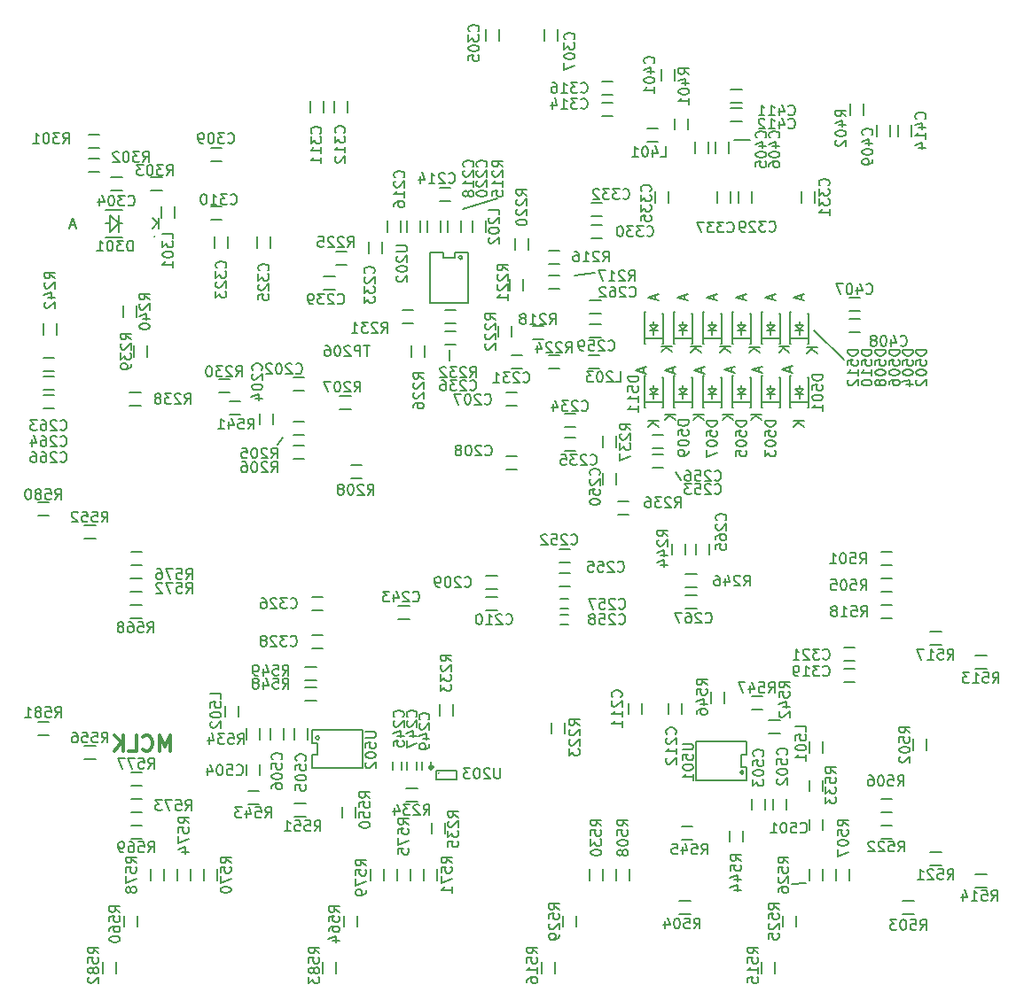
<source format=gbo>
G04 #@! TF.FileFunction,Legend,Bot*
%FSLAX46Y46*%
G04 Gerber Fmt 4.6, Leading zero omitted, Abs format (unit mm)*
G04 Created by KiCad (PCBNEW 4.0.1-stable) date 18/01/2016 20:30:30*
%MOMM*%
G01*
G04 APERTURE LIST*
%ADD10C,0.150000*%
%ADD11C,0.200000*%
%ADD12C,0.300000*%
G04 APERTURE END LIST*
D10*
D11*
X76504800Y14376400D02*
X77901800Y14401800D01*
X57781400Y72733900D02*
X55787500Y72518000D01*
X43840400Y64389000D02*
X43840400Y65405000D01*
X65938400Y52959000D02*
X65430400Y53721000D01*
X48412400Y79883000D02*
X45110400Y78867000D01*
X81508600Y64490600D02*
X78638400Y67259200D01*
X72542400Y85471000D02*
X71018400Y85471000D01*
X27406400Y56373500D02*
X27914400Y57008500D01*
D12*
X17148643Y27070929D02*
X17148643Y28570929D01*
X16648643Y27499500D01*
X16148643Y28570929D01*
X16148643Y27070929D01*
X14577214Y27213786D02*
X14648643Y27142357D01*
X14862929Y27070929D01*
X15005786Y27070929D01*
X15220071Y27142357D01*
X15362929Y27285214D01*
X15434357Y27428071D01*
X15505786Y27713786D01*
X15505786Y27928071D01*
X15434357Y28213786D01*
X15362929Y28356643D01*
X15220071Y28499500D01*
X15005786Y28570929D01*
X14862929Y28570929D01*
X14648643Y28499500D01*
X14577214Y28428071D01*
X13220071Y27070929D02*
X13934357Y27070929D01*
X13934357Y28570929D01*
X12720071Y27070929D02*
X12720071Y28570929D01*
X11862928Y27070929D02*
X12505785Y27928071D01*
X11862928Y28570929D02*
X12720071Y27713786D01*
D10*
X42922400Y30989000D02*
X42922400Y30455600D01*
X42922400Y30989000D02*
X42922400Y31522400D01*
X44192400Y30989000D02*
X44192400Y30455600D01*
X44192400Y30989000D02*
X44192400Y31522400D01*
X78175400Y60442000D02*
X76375400Y60442000D01*
X77275400Y61142000D02*
X77275400Y60742000D01*
X77275400Y61642000D02*
X77275400Y62042000D01*
X77675400Y61142000D02*
X76875400Y61142000D01*
X76875400Y61642000D02*
X77275400Y61242000D01*
X77675400Y61642000D02*
X76875400Y61642000D01*
X77275400Y61242000D02*
X77675400Y61642000D01*
X76375400Y62942000D02*
X76475400Y62942000D01*
X76375400Y59942000D02*
X76375400Y62942000D01*
X76475400Y59942000D02*
X76375400Y59942000D01*
X78175400Y62742000D02*
X78075400Y62742000D01*
X78175400Y61342000D02*
X78175400Y62742000D01*
X78175400Y59942000D02*
X78075400Y59942000D01*
X78175400Y61342000D02*
X78175400Y59942000D01*
X78175400Y66538000D02*
X76375400Y66538000D01*
X77275400Y67238000D02*
X77275400Y66838000D01*
X77275400Y67738000D02*
X77275400Y68138000D01*
X77675400Y67238000D02*
X76875400Y67238000D01*
X76875400Y67738000D02*
X77275400Y67338000D01*
X77675400Y67738000D02*
X76875400Y67738000D01*
X77275400Y67338000D02*
X77675400Y67738000D01*
X76375400Y69038000D02*
X76475400Y69038000D01*
X76375400Y66038000D02*
X76375400Y69038000D01*
X76475400Y66038000D02*
X76375400Y66038000D01*
X78175400Y68838000D02*
X78075400Y68838000D01*
X78175400Y67438000D02*
X78175400Y68838000D01*
X78175400Y66038000D02*
X78075400Y66038000D01*
X78175400Y67438000D02*
X78175400Y66038000D01*
X75445400Y60442000D02*
X73645400Y60442000D01*
X74545400Y61142000D02*
X74545400Y60742000D01*
X74545400Y61642000D02*
X74545400Y62042000D01*
X74945400Y61142000D02*
X74145400Y61142000D01*
X74145400Y61642000D02*
X74545400Y61242000D01*
X74945400Y61642000D02*
X74145400Y61642000D01*
X74545400Y61242000D02*
X74945400Y61642000D01*
X73645400Y62942000D02*
X73745400Y62942000D01*
X73645400Y59942000D02*
X73645400Y62942000D01*
X73745400Y59942000D02*
X73645400Y59942000D01*
X75445400Y62742000D02*
X75345400Y62742000D01*
X75445400Y61342000D02*
X75445400Y62742000D01*
X75445400Y59942000D02*
X75345400Y59942000D01*
X75445400Y61342000D02*
X75445400Y59942000D01*
X75445400Y66538000D02*
X73645400Y66538000D01*
X74545400Y67238000D02*
X74545400Y66838000D01*
X74545400Y67738000D02*
X74545400Y68138000D01*
X74945400Y67238000D02*
X74145400Y67238000D01*
X74145400Y67738000D02*
X74545400Y67338000D01*
X74945400Y67738000D02*
X74145400Y67738000D01*
X74545400Y67338000D02*
X74945400Y67738000D01*
X73645400Y69038000D02*
X73745400Y69038000D01*
X73645400Y66038000D02*
X73645400Y69038000D01*
X73745400Y66038000D02*
X73645400Y66038000D01*
X75445400Y68838000D02*
X75345400Y68838000D01*
X75445400Y67438000D02*
X75445400Y68838000D01*
X75445400Y66038000D02*
X75345400Y66038000D01*
X75445400Y67438000D02*
X75445400Y66038000D01*
X72651400Y60442000D02*
X70851400Y60442000D01*
X71751400Y61142000D02*
X71751400Y60742000D01*
X71751400Y61642000D02*
X71751400Y62042000D01*
X72151400Y61142000D02*
X71351400Y61142000D01*
X71351400Y61642000D02*
X71751400Y61242000D01*
X72151400Y61642000D02*
X71351400Y61642000D01*
X71751400Y61242000D02*
X72151400Y61642000D01*
X70851400Y62942000D02*
X70951400Y62942000D01*
X70851400Y59942000D02*
X70851400Y62942000D01*
X70951400Y59942000D02*
X70851400Y59942000D01*
X72651400Y62742000D02*
X72551400Y62742000D01*
X72651400Y61342000D02*
X72651400Y62742000D01*
X72651400Y59942000D02*
X72551400Y59942000D01*
X72651400Y61342000D02*
X72651400Y59942000D01*
X72651400Y66538000D02*
X70851400Y66538000D01*
X71751400Y67238000D02*
X71751400Y66838000D01*
X71751400Y67738000D02*
X71751400Y68138000D01*
X72151400Y67238000D02*
X71351400Y67238000D01*
X71351400Y67738000D02*
X71751400Y67338000D01*
X72151400Y67738000D02*
X71351400Y67738000D01*
X71751400Y67338000D02*
X72151400Y67738000D01*
X70851400Y69038000D02*
X70951400Y69038000D01*
X70851400Y66038000D02*
X70851400Y69038000D01*
X70951400Y66038000D02*
X70851400Y66038000D01*
X72651400Y68838000D02*
X72551400Y68838000D01*
X72651400Y67438000D02*
X72651400Y68838000D01*
X72651400Y66038000D02*
X72551400Y66038000D01*
X72651400Y67438000D02*
X72651400Y66038000D01*
X69857400Y60442000D02*
X68057400Y60442000D01*
X68957400Y61142000D02*
X68957400Y60742000D01*
X68957400Y61642000D02*
X68957400Y62042000D01*
X69357400Y61142000D02*
X68557400Y61142000D01*
X68557400Y61642000D02*
X68957400Y61242000D01*
X69357400Y61642000D02*
X68557400Y61642000D01*
X68957400Y61242000D02*
X69357400Y61642000D01*
X68057400Y62942000D02*
X68157400Y62942000D01*
X68057400Y59942000D02*
X68057400Y62942000D01*
X68157400Y59942000D02*
X68057400Y59942000D01*
X69857400Y62742000D02*
X69757400Y62742000D01*
X69857400Y61342000D02*
X69857400Y62742000D01*
X69857400Y59942000D02*
X69757400Y59942000D01*
X69857400Y61342000D02*
X69857400Y59942000D01*
X69857400Y66538000D02*
X68057400Y66538000D01*
X68957400Y67238000D02*
X68957400Y66838000D01*
X68957400Y67738000D02*
X68957400Y68138000D01*
X69357400Y67238000D02*
X68557400Y67238000D01*
X68557400Y67738000D02*
X68957400Y67338000D01*
X69357400Y67738000D02*
X68557400Y67738000D01*
X68957400Y67338000D02*
X69357400Y67738000D01*
X68057400Y69038000D02*
X68157400Y69038000D01*
X68057400Y66038000D02*
X68057400Y69038000D01*
X68157400Y66038000D02*
X68057400Y66038000D01*
X69857400Y68838000D02*
X69757400Y68838000D01*
X69857400Y67438000D02*
X69857400Y68838000D01*
X69857400Y66038000D02*
X69757400Y66038000D01*
X69857400Y67438000D02*
X69857400Y66038000D01*
X67063400Y60442000D02*
X65263400Y60442000D01*
X66163400Y61142000D02*
X66163400Y60742000D01*
X66163400Y61642000D02*
X66163400Y62042000D01*
X66563400Y61142000D02*
X65763400Y61142000D01*
X65763400Y61642000D02*
X66163400Y61242000D01*
X66563400Y61642000D02*
X65763400Y61642000D01*
X66163400Y61242000D02*
X66563400Y61642000D01*
X65263400Y62942000D02*
X65363400Y62942000D01*
X65263400Y59942000D02*
X65263400Y62942000D01*
X65363400Y59942000D02*
X65263400Y59942000D01*
X67063400Y62742000D02*
X66963400Y62742000D01*
X67063400Y61342000D02*
X67063400Y62742000D01*
X67063400Y59942000D02*
X66963400Y59942000D01*
X67063400Y61342000D02*
X67063400Y59942000D01*
X67063400Y66538000D02*
X65263400Y66538000D01*
X66163400Y67238000D02*
X66163400Y66838000D01*
X66163400Y67738000D02*
X66163400Y68138000D01*
X66563400Y67238000D02*
X65763400Y67238000D01*
X65763400Y67738000D02*
X66163400Y67338000D01*
X66563400Y67738000D02*
X65763400Y67738000D01*
X66163400Y67338000D02*
X66563400Y67738000D01*
X65263400Y69038000D02*
X65363400Y69038000D01*
X65263400Y66038000D02*
X65263400Y69038000D01*
X65363400Y66038000D02*
X65263400Y66038000D01*
X67063400Y68838000D02*
X66963400Y68838000D01*
X67063400Y67438000D02*
X67063400Y68838000D01*
X67063400Y66038000D02*
X66963400Y66038000D01*
X67063400Y67438000D02*
X67063400Y66038000D01*
X64269400Y60442000D02*
X62469400Y60442000D01*
X63369400Y61142000D02*
X63369400Y60742000D01*
X63369400Y61642000D02*
X63369400Y62042000D01*
X63769400Y61142000D02*
X62969400Y61142000D01*
X62969400Y61642000D02*
X63369400Y61242000D01*
X63769400Y61642000D02*
X62969400Y61642000D01*
X63369400Y61242000D02*
X63769400Y61642000D01*
X62469400Y62942000D02*
X62569400Y62942000D01*
X62469400Y59942000D02*
X62469400Y62942000D01*
X62569400Y59942000D02*
X62469400Y59942000D01*
X64269400Y62742000D02*
X64169400Y62742000D01*
X64269400Y61342000D02*
X64269400Y62742000D01*
X64269400Y59942000D02*
X64169400Y59942000D01*
X64269400Y61342000D02*
X64269400Y59942000D01*
X64269400Y66538000D02*
X62469400Y66538000D01*
X63369400Y67238000D02*
X63369400Y66838000D01*
X63369400Y67738000D02*
X63369400Y68138000D01*
X63769400Y67238000D02*
X62969400Y67238000D01*
X62969400Y67738000D02*
X63369400Y67338000D01*
X63769400Y67738000D02*
X62969400Y67738000D01*
X63369400Y67338000D02*
X63769400Y67738000D01*
X62469400Y69038000D02*
X62569400Y69038000D01*
X62469400Y66038000D02*
X62469400Y69038000D01*
X62569400Y66038000D02*
X62469400Y66038000D01*
X64269400Y68838000D02*
X64169400Y68838000D01*
X64269400Y67438000D02*
X64269400Y68838000D01*
X64269400Y66038000D02*
X64169400Y66038000D01*
X64269400Y67438000D02*
X64269400Y66038000D01*
X54860400Y40056800D02*
X55241400Y40056800D01*
X54860400Y40056800D02*
X54479400Y40056800D01*
X54860400Y39193200D02*
X55241400Y39193200D01*
X54860400Y39193200D02*
X54479400Y39193200D01*
X72238400Y26670000D02*
X72238400Y27940000D01*
X71730400Y26543000D02*
X71730400Y26670000D01*
X72238400Y25527000D02*
X72238400Y24257000D01*
X71910005Y25019000D02*
G75*
G03X71910005Y25019000I-179605J0D01*
G01*
X71730400Y26670000D02*
X72238400Y26670000D01*
X71730400Y25527000D02*
X71730400Y26543000D01*
X72238400Y25527000D02*
X71730400Y25527000D01*
X71984400Y24257000D02*
X72238400Y24257000D01*
X67412400Y27940000D02*
X72238400Y27940000D01*
X67412400Y27813000D02*
X67412400Y27940000D01*
X72111400Y24257000D02*
X67412400Y24257000D01*
X67412400Y24257000D02*
X67412400Y27813000D01*
X15704302Y76271000D02*
G75*
G03X15704302Y76271000I-55902J0D01*
G01*
X12248400Y77471000D02*
X12648400Y77471000D01*
X11448400Y77471000D02*
X11048400Y77471000D01*
X12248400Y76671000D02*
X12248400Y78271000D01*
X11448400Y76671000D02*
X12248400Y77471000D01*
X11448400Y76671000D02*
X11448400Y78271000D01*
X11448400Y78271000D02*
X12248400Y77471000D01*
X11848400Y78771000D02*
X11048400Y78771000D01*
X11848400Y78771000D02*
X12648400Y78771000D01*
X11848400Y76171000D02*
X12648400Y76171000D01*
X11848400Y76171000D02*
X11048400Y76171000D01*
X43254400Y74740000D02*
X41984400Y74740000D01*
X43381400Y74232000D02*
X43254400Y74232000D01*
X44397400Y74740000D02*
X45667400Y74740000D01*
X45085005Y74232000D02*
G75*
G03X45085005Y74232000I-179605J0D01*
G01*
X43254400Y74232000D02*
X43254400Y74740000D01*
X44397400Y74232000D02*
X43381400Y74232000D01*
X44397400Y74740000D02*
X44397400Y74232000D01*
X45667400Y74486000D02*
X45667400Y74740000D01*
X41984400Y69914000D02*
X41984400Y74740000D01*
X42111400Y69914000D02*
X41984400Y69914000D01*
X45667400Y74613000D02*
X45667400Y69914000D01*
X45667400Y69914000D02*
X42111400Y69914000D01*
X30730400Y26671000D02*
X30730400Y25401000D01*
X31238400Y26798000D02*
X31238400Y26671000D01*
X30730400Y27814000D02*
X30730400Y29084000D01*
X31418005Y28322000D02*
G75*
G03X31418005Y28322000I-179605J0D01*
G01*
X31238400Y26671000D02*
X30730400Y26671000D01*
X31238400Y27814000D02*
X31238400Y26798000D01*
X30730400Y27814000D02*
X31238400Y27814000D01*
X30984400Y29084000D02*
X30730400Y29084000D01*
X35556400Y25401000D02*
X30730400Y25401000D01*
X35556400Y25528000D02*
X35556400Y25401000D01*
X30857400Y29084000D02*
X35556400Y29084000D01*
X35556400Y29084000D02*
X35556400Y25528000D01*
X34159400Y88647000D02*
X34159400Y89180400D01*
X34159400Y88647000D02*
X34159400Y88113600D01*
X32889400Y88647000D02*
X32889400Y89180400D01*
X32889400Y88647000D02*
X32889400Y88113600D01*
X31873400Y88647000D02*
X31873400Y89180400D01*
X31873400Y88647000D02*
X31873400Y88113600D01*
X30603400Y88647000D02*
X30603400Y89180400D01*
X30603400Y88647000D02*
X30603400Y88113600D01*
X9902400Y83694000D02*
X9369000Y83694000D01*
X9902400Y83694000D02*
X10435800Y83694000D01*
X9902400Y82424000D02*
X9369000Y82424000D01*
X9902400Y82424000D02*
X10435800Y82424000D01*
X70735400Y80011000D02*
X70735400Y80544400D01*
X70735400Y80011000D02*
X70735400Y79477600D01*
X69465400Y80011000D02*
X69465400Y80544400D01*
X69465400Y80011000D02*
X69465400Y79477600D01*
X64766400Y80011000D02*
X64766400Y80544400D01*
X64766400Y80011000D02*
X64766400Y79477600D01*
X63496400Y80011000D02*
X63496400Y80544400D01*
X63496400Y80011000D02*
X63496400Y79477600D01*
X78736400Y80011000D02*
X78736400Y80544400D01*
X78736400Y80011000D02*
X78736400Y79477600D01*
X77466400Y80011000D02*
X77466400Y80544400D01*
X77466400Y80011000D02*
X77466400Y79477600D01*
X72767400Y80011000D02*
X72767400Y80544400D01*
X72767400Y80011000D02*
X72767400Y79477600D01*
X71497400Y80011000D02*
X71497400Y80544400D01*
X71497400Y80011000D02*
X71497400Y79477600D01*
X82038400Y36958000D02*
X81505000Y36958000D01*
X82038400Y36958000D02*
X82571800Y36958000D01*
X82038400Y35688000D02*
X81505000Y35688000D01*
X82038400Y35688000D02*
X82571800Y35688000D01*
X82038400Y34926000D02*
X81505000Y34926000D01*
X82038400Y34926000D02*
X82571800Y34926000D01*
X82038400Y33656000D02*
X81505000Y33656000D01*
X82038400Y33656000D02*
X82571800Y33656000D01*
X57781400Y68835000D02*
X58314800Y68835000D01*
X57781400Y68835000D02*
X57248000Y68835000D01*
X57781400Y70105000D02*
X58314800Y70105000D01*
X57781400Y70105000D02*
X57248000Y70105000D01*
X63750400Y57278000D02*
X63217000Y57278000D01*
X63750400Y57278000D02*
X64283800Y57278000D01*
X63750400Y56008000D02*
X63217000Y56008000D01*
X63750400Y56008000D02*
X64283800Y56008000D01*
X63750400Y55373000D02*
X63217000Y55373000D01*
X63750400Y55373000D02*
X64283800Y55373000D01*
X63750400Y54103000D02*
X63217000Y54103000D01*
X63750400Y54103000D02*
X64283800Y54103000D01*
X57781400Y66549000D02*
X58314800Y66549000D01*
X57781400Y66549000D02*
X57248000Y66549000D01*
X57781400Y67819000D02*
X58314800Y67819000D01*
X57781400Y67819000D02*
X57248000Y67819000D01*
X26983900Y58802000D02*
X26983900Y59335400D01*
X26983900Y58802000D02*
X26983900Y58268600D01*
X25713900Y58802000D02*
X25713900Y59335400D01*
X25713900Y58802000D02*
X25713900Y58268600D01*
X31238400Y38101000D02*
X30705000Y38101000D01*
X31238400Y38101000D02*
X31771800Y38101000D01*
X31238400Y36831000D02*
X30705000Y36831000D01*
X31238400Y36831000D02*
X31771800Y36831000D01*
X31238400Y41784000D02*
X30705000Y41784000D01*
X31238400Y41784000D02*
X31771800Y41784000D01*
X31238400Y40514000D02*
X30705000Y40514000D01*
X31238400Y40514000D02*
X31771800Y40514000D01*
X25777400Y28703000D02*
X25777400Y29236400D01*
X25777400Y28703000D02*
X25777400Y28169600D01*
X24507400Y28703000D02*
X24507400Y29236400D01*
X24507400Y28703000D02*
X24507400Y28169600D01*
X23745400Y30862000D02*
X23745400Y31395400D01*
X23745400Y30862000D02*
X23745400Y30328600D01*
X22475400Y30862000D02*
X22475400Y31395400D01*
X22475400Y30862000D02*
X22475400Y30328600D01*
X25777400Y25274000D02*
X25777400Y25807400D01*
X25777400Y25274000D02*
X25777400Y24740600D01*
X24507400Y25274000D02*
X24507400Y25807400D01*
X24507400Y25274000D02*
X24507400Y24740600D01*
X29460400Y62739000D02*
X28927000Y62739000D01*
X29460400Y62739000D02*
X29993800Y62739000D01*
X29460400Y61469000D02*
X28927000Y61469000D01*
X29460400Y61469000D02*
X29993800Y61469000D01*
X82546400Y68327000D02*
X82013000Y68327000D01*
X82546400Y68327000D02*
X83079800Y68327000D01*
X82546400Y67057000D02*
X82013000Y67057000D01*
X82546400Y67057000D02*
X83079800Y67057000D01*
X82546400Y70422500D02*
X82013000Y70422500D01*
X82546400Y70422500D02*
X83079800Y70422500D01*
X82546400Y69152500D02*
X82013000Y69152500D01*
X82546400Y69152500D02*
X83079800Y69152500D01*
X85975400Y86361000D02*
X85975400Y86894400D01*
X85975400Y86361000D02*
X85975400Y85827600D01*
X84705400Y86361000D02*
X84705400Y86894400D01*
X84705400Y86361000D02*
X84705400Y85827600D01*
X25523400Y75693000D02*
X25523400Y75159600D01*
X25523400Y75693000D02*
X25523400Y76226400D01*
X26793400Y75693000D02*
X26793400Y75159600D01*
X26793400Y75693000D02*
X26793400Y76226400D01*
X21459400Y75693000D02*
X21459400Y75159600D01*
X21459400Y75693000D02*
X21459400Y76226400D01*
X22729400Y75693000D02*
X22729400Y75159600D01*
X22729400Y75693000D02*
X22729400Y76226400D01*
X57916400Y78170000D02*
X58449800Y78170000D01*
X57916400Y78170000D02*
X57383000Y78170000D01*
X57916400Y79440000D02*
X58449800Y79440000D01*
X57916400Y79440000D02*
X57383000Y79440000D01*
X57916400Y76070000D02*
X58449800Y76070000D01*
X57916400Y76070000D02*
X57383000Y76070000D01*
X57916400Y77340000D02*
X58449800Y77340000D01*
X57916400Y77340000D02*
X57383000Y77340000D01*
X22348400Y61342000D02*
X22881800Y61342000D01*
X22348400Y61342000D02*
X21815000Y61342000D01*
X22348400Y62612000D02*
X22881800Y62612000D01*
X22348400Y62612000D02*
X21815000Y62612000D01*
X13706360Y65279000D02*
X13706360Y64745600D01*
X13706360Y65279000D02*
X13706360Y65812400D01*
X14976360Y65279000D02*
X14976360Y64745600D01*
X14976360Y65279000D02*
X14976360Y65812400D01*
X16633400Y15241000D02*
X16633400Y15774400D01*
X16633400Y15241000D02*
X16633400Y14707600D01*
X15363400Y15241000D02*
X15363400Y15774400D01*
X15363400Y15241000D02*
X15363400Y14707600D01*
X13966400Y23750000D02*
X14499800Y23750000D01*
X13966400Y23750000D02*
X13433000Y23750000D01*
X13966400Y25020000D02*
X14499800Y25020000D01*
X13966400Y25020000D02*
X13433000Y25020000D01*
X13966400Y44832000D02*
X14499800Y44832000D01*
X13966400Y44832000D02*
X13433000Y44832000D01*
X13966400Y46102000D02*
X14499800Y46102000D01*
X13966400Y46102000D02*
X13433000Y46102000D01*
X19173400Y15241000D02*
X19173400Y15774400D01*
X19173400Y15241000D02*
X19173400Y14707600D01*
X17903400Y15241000D02*
X17903400Y15774400D01*
X17903400Y15241000D02*
X17903400Y14707600D01*
X13966400Y21210000D02*
X14499800Y21210000D01*
X13966400Y21210000D02*
X13433000Y21210000D01*
X13966400Y22480000D02*
X14499800Y22480000D01*
X13966400Y22480000D02*
X13433000Y22480000D01*
X13944400Y42292000D02*
X14477800Y42292000D01*
X13944400Y42292000D02*
X13411000Y42292000D01*
X13944400Y43562000D02*
X14477800Y43562000D01*
X13944400Y43562000D02*
X13411000Y43562000D01*
X21713400Y15241000D02*
X21713400Y15774400D01*
X21713400Y15241000D02*
X21713400Y14707600D01*
X20443400Y15241000D02*
X20443400Y15774400D01*
X20443400Y15241000D02*
X20443400Y14707600D01*
X13966400Y18670000D02*
X14499800Y18670000D01*
X13966400Y18670000D02*
X13433000Y18670000D01*
X13966400Y19940000D02*
X14499800Y19940000D01*
X13966400Y19940000D02*
X13433000Y19940000D01*
X13944400Y39752000D02*
X14477800Y39752000D01*
X13944400Y39752000D02*
X13411000Y39752000D01*
X13944400Y41022000D02*
X14477800Y41022000D01*
X13944400Y41022000D02*
X13411000Y41022000D01*
X14093400Y10796000D02*
X14093400Y11329400D01*
X14093400Y10796000D02*
X14093400Y10262600D01*
X12823400Y10796000D02*
X12823400Y11329400D01*
X12823400Y10796000D02*
X12823400Y10262600D01*
X9521400Y26290000D02*
X10054800Y26290000D01*
X9521400Y26290000D02*
X8988000Y26290000D01*
X9521400Y27560000D02*
X10054800Y27560000D01*
X9521400Y27560000D02*
X8988000Y27560000D01*
X9521400Y47372000D02*
X10054800Y47372000D01*
X9521400Y47372000D02*
X8988000Y47372000D01*
X9521400Y48642000D02*
X10054800Y48642000D01*
X9521400Y48642000D02*
X8988000Y48642000D01*
X85594400Y43562000D02*
X85061000Y43562000D01*
X85594400Y43562000D02*
X86127800Y43562000D01*
X85594400Y42292000D02*
X85061000Y42292000D01*
X85594400Y42292000D02*
X86127800Y42292000D01*
X85594400Y22480000D02*
X85061000Y22480000D01*
X85594400Y22480000D02*
X86127800Y22480000D01*
X85594400Y21210000D02*
X85061000Y21210000D01*
X85594400Y21210000D02*
X86127800Y21210000D01*
X82038400Y15241000D02*
X82038400Y15774400D01*
X82038400Y15241000D02*
X82038400Y14707600D01*
X80768400Y15241000D02*
X80768400Y15774400D01*
X80768400Y15241000D02*
X80768400Y14707600D01*
X61083400Y15241000D02*
X61083400Y15774400D01*
X61083400Y15241000D02*
X61083400Y14707600D01*
X59813400Y15241000D02*
X59813400Y15774400D01*
X59813400Y15241000D02*
X59813400Y14707600D01*
X85594400Y46102000D02*
X85061000Y46102000D01*
X85594400Y46102000D02*
X86127800Y46102000D01*
X85594400Y44832000D02*
X85061000Y44832000D01*
X85594400Y44832000D02*
X86127800Y44832000D01*
X89404400Y27687000D02*
X89404400Y28220400D01*
X89404400Y27687000D02*
X89404400Y27153600D01*
X88134400Y27687000D02*
X88134400Y28220400D01*
X88134400Y27687000D02*
X88134400Y27153600D01*
X87689900Y11431000D02*
X88223300Y11431000D01*
X87689900Y11431000D02*
X87156500Y11431000D01*
X87689900Y12701000D02*
X88223300Y12701000D01*
X87689900Y12701000D02*
X87156500Y12701000D01*
X66341200Y11431000D02*
X66874600Y11431000D01*
X66341200Y11431000D02*
X65807800Y11431000D01*
X66341200Y12701000D02*
X66874600Y12701000D01*
X66341200Y12701000D02*
X65807800Y12701000D01*
X85594400Y39752000D02*
X86127800Y39752000D01*
X85594400Y39752000D02*
X85061000Y39752000D01*
X85594400Y41022000D02*
X86127800Y41022000D01*
X85594400Y41022000D02*
X85061000Y41022000D01*
X90293400Y37212000D02*
X90826800Y37212000D01*
X90293400Y37212000D02*
X89760000Y37212000D01*
X90293400Y38482000D02*
X90826800Y38482000D01*
X90293400Y38482000D02*
X89760000Y38482000D01*
X85594400Y18670000D02*
X86127800Y18670000D01*
X85594400Y18670000D02*
X85061000Y18670000D01*
X85594400Y19940000D02*
X86127800Y19940000D01*
X85594400Y19940000D02*
X85061000Y19940000D01*
X90293400Y16130000D02*
X90826800Y16130000D01*
X90293400Y16130000D02*
X89760000Y16130000D01*
X90293400Y17400000D02*
X90826800Y17400000D01*
X90293400Y17400000D02*
X89760000Y17400000D01*
X78228400Y15241000D02*
X78228400Y14707600D01*
X78228400Y15241000D02*
X78228400Y15774400D01*
X79498400Y15241000D02*
X79498400Y14707600D01*
X79498400Y15241000D02*
X79498400Y15774400D01*
X75688400Y10796000D02*
X75688400Y10262600D01*
X75688400Y10796000D02*
X75688400Y11329400D01*
X76958400Y10796000D02*
X76958400Y10262600D01*
X76958400Y10796000D02*
X76958400Y11329400D01*
X57273400Y15241000D02*
X57273400Y14707600D01*
X57273400Y15241000D02*
X57273400Y15774400D01*
X58543400Y15241000D02*
X58543400Y14707600D01*
X58543400Y15241000D02*
X58543400Y15774400D01*
X54733400Y10796000D02*
X54733400Y10262600D01*
X54733400Y10796000D02*
X54733400Y11329400D01*
X56003400Y10796000D02*
X56003400Y10262600D01*
X56003400Y10796000D02*
X56003400Y11329400D01*
X49653400Y71629000D02*
X49653400Y71095600D01*
X49653400Y71629000D02*
X49653400Y72162400D01*
X50923400Y71629000D02*
X50923400Y71095600D01*
X50923400Y71629000D02*
X50923400Y72162400D01*
X5584400Y59818000D02*
X6117800Y59818000D01*
X5584400Y59818000D02*
X5051000Y59818000D01*
X5584400Y61088000D02*
X6117800Y61088000D01*
X5584400Y61088000D02*
X5051000Y61088000D01*
X39493400Y39625000D02*
X40026800Y39625000D01*
X39493400Y39625000D02*
X38960000Y39625000D01*
X39493400Y40895000D02*
X40026800Y40895000D01*
X39493400Y40895000D02*
X38960000Y40895000D01*
X50288400Y63628000D02*
X50821800Y63628000D01*
X50288400Y63628000D02*
X49755000Y63628000D01*
X50288400Y64898000D02*
X50821800Y64898000D01*
X50288400Y64898000D02*
X49755000Y64898000D01*
X43430400Y79630000D02*
X43963800Y79630000D01*
X43430400Y79630000D02*
X42897000Y79630000D01*
X43430400Y80900000D02*
X43963800Y80900000D01*
X43430400Y80900000D02*
X42897000Y80900000D01*
X49780400Y60072000D02*
X50313800Y60072000D01*
X49780400Y60072000D02*
X49247000Y60072000D01*
X49780400Y61342000D02*
X50313800Y61342000D01*
X49780400Y61342000D02*
X49247000Y61342000D01*
X29587400Y22020000D02*
X29054000Y22020000D01*
X29587400Y22020000D02*
X30120800Y22020000D01*
X29587400Y20750000D02*
X29054000Y20750000D01*
X29587400Y20750000D02*
X30120800Y20750000D01*
X33651400Y21210000D02*
X33651400Y20676600D01*
X33651400Y21210000D02*
X33651400Y21743400D01*
X34921400Y21210000D02*
X34921400Y20676600D01*
X34921400Y21210000D02*
X34921400Y21743400D01*
X30603400Y33148000D02*
X30070000Y33148000D01*
X30603400Y33148000D02*
X31136800Y33148000D01*
X30603400Y31878000D02*
X30070000Y31878000D01*
X30603400Y31878000D02*
X31136800Y31878000D01*
X73253400Y31037000D02*
X73786800Y31037000D01*
X73253400Y31037000D02*
X72720000Y31037000D01*
X73253400Y32307000D02*
X73786800Y32307000D01*
X73253400Y32307000D02*
X72720000Y32307000D01*
X70078400Y32180000D02*
X70078400Y32713400D01*
X70078400Y32180000D02*
X70078400Y31646600D01*
X68808400Y32180000D02*
X68808400Y32713400D01*
X68808400Y32180000D02*
X68808400Y31646600D01*
X25142400Y21972000D02*
X25675800Y21972000D01*
X25142400Y21972000D02*
X24609000Y21972000D01*
X25142400Y23242000D02*
X25675800Y23242000D01*
X25142400Y23242000D02*
X24609000Y23242000D01*
X74880000Y29990400D02*
X74346600Y29990400D01*
X74880000Y29990400D02*
X75413400Y29990400D01*
X74880000Y28720400D02*
X74346600Y28720400D01*
X74880000Y28720400D02*
X75413400Y28720400D01*
X79498400Y23750000D02*
X79498400Y24283400D01*
X79498400Y23750000D02*
X79498400Y23216600D01*
X78228400Y23750000D02*
X78228400Y24283400D01*
X78228400Y23750000D02*
X78228400Y23216600D01*
X79498400Y27433000D02*
X79498400Y27966400D01*
X79498400Y27433000D02*
X79498400Y26899600D01*
X78228400Y27433000D02*
X78228400Y27966400D01*
X78228400Y27433000D02*
X78228400Y26899600D01*
X28063400Y28703000D02*
X28063400Y29236400D01*
X28063400Y28703000D02*
X28063400Y28169600D01*
X26793400Y28703000D02*
X26793400Y29236400D01*
X26793400Y28703000D02*
X26793400Y28169600D01*
X30349400Y28703000D02*
X30349400Y29236400D01*
X30349400Y28703000D02*
X30349400Y28169600D01*
X29079400Y28703000D02*
X29079400Y29236400D01*
X29079400Y28703000D02*
X29079400Y28169600D01*
X74037400Y21972000D02*
X74037400Y22505400D01*
X74037400Y21972000D02*
X74037400Y21438600D01*
X72767400Y21972000D02*
X72767400Y22505400D01*
X72767400Y21972000D02*
X72767400Y21438600D01*
X76005900Y21972000D02*
X76005900Y22505400D01*
X76005900Y21972000D02*
X76005900Y21438600D01*
X74735900Y21972000D02*
X74735900Y22505400D01*
X74735900Y21972000D02*
X74735900Y21438600D01*
X79498400Y20021000D02*
X79498400Y20554400D01*
X79498400Y20021000D02*
X79498400Y19487600D01*
X78228400Y20021000D02*
X78228400Y20554400D01*
X78228400Y20021000D02*
X78228400Y19487600D01*
X40255400Y65279000D02*
X40255400Y64745600D01*
X40255400Y65279000D02*
X40255400Y65812400D01*
X41525400Y65279000D02*
X41525400Y64745600D01*
X41525400Y65279000D02*
X41525400Y65812400D01*
X43938400Y67184000D02*
X43405000Y67184000D01*
X43938400Y67184000D02*
X44471800Y67184000D01*
X43938400Y65914000D02*
X43405000Y65914000D01*
X43938400Y65914000D02*
X44471800Y65914000D01*
X5070360Y67413032D02*
X5070360Y66879632D01*
X5070360Y67413032D02*
X5070360Y67946432D01*
X6340360Y67413032D02*
X6340360Y66879632D01*
X6340360Y67413032D02*
X6340360Y67946432D01*
X34984900Y53150500D02*
X35518300Y53150500D01*
X34984900Y53150500D02*
X34451500Y53150500D01*
X34984900Y54420500D02*
X35518300Y54420500D01*
X34984900Y54420500D02*
X34451500Y54420500D01*
X33905400Y59691000D02*
X34438800Y59691000D01*
X33905400Y59691000D02*
X33372000Y59691000D01*
X33905400Y60961000D02*
X34438800Y60961000D01*
X33905400Y60961000D02*
X33372000Y60961000D01*
X29460400Y56262000D02*
X28927000Y56262000D01*
X29460400Y56262000D02*
X29993800Y56262000D01*
X29460400Y54992000D02*
X28927000Y54992000D01*
X29460400Y54992000D02*
X29993800Y54992000D01*
X29460400Y58548000D02*
X28927000Y58548000D01*
X29460400Y58548000D02*
X29993800Y58548000D01*
X29460400Y57278000D02*
X28927000Y57278000D01*
X29460400Y57278000D02*
X29993800Y57278000D01*
X39874400Y69216000D02*
X39341000Y69216000D01*
X39874400Y69216000D02*
X40407800Y69216000D01*
X39874400Y67946000D02*
X39341000Y67946000D01*
X39874400Y67946000D02*
X40407800Y67946000D01*
X33524400Y73534000D02*
X34057800Y73534000D01*
X33524400Y73534000D02*
X32991000Y73534000D01*
X33524400Y74804000D02*
X34057800Y74804000D01*
X33524400Y74804000D02*
X32991000Y74804000D01*
X23364400Y60453000D02*
X22831000Y60453000D01*
X23364400Y60453000D02*
X23897800Y60453000D01*
X23364400Y59183000D02*
X22831000Y59183000D01*
X23364400Y59183000D02*
X23897800Y59183000D01*
X82165400Y88393000D02*
X82165400Y87859600D01*
X82165400Y88393000D02*
X82165400Y88926400D01*
X83435400Y88393000D02*
X83435400Y87859600D01*
X83435400Y88393000D02*
X83435400Y88926400D01*
X65401400Y86996000D02*
X65401400Y86462600D01*
X65401400Y86996000D02*
X65401400Y87529400D01*
X66671400Y86996000D02*
X66671400Y86462600D01*
X66671400Y86996000D02*
X66671400Y87529400D01*
X15871400Y80646000D02*
X16404800Y80646000D01*
X15871400Y80646000D02*
X15338000Y80646000D01*
X15871400Y81916000D02*
X16404800Y81916000D01*
X15871400Y81916000D02*
X15338000Y81916000D01*
X9902400Y84710000D02*
X10435800Y84710000D01*
X9902400Y84710000D02*
X9369000Y84710000D01*
X9902400Y85980000D02*
X10435800Y85980000D01*
X9902400Y85980000D02*
X9369000Y85980000D01*
X66925400Y43965000D02*
X66392000Y43965000D01*
X66925400Y43965000D02*
X67458800Y43965000D01*
X66925400Y42695000D02*
X66392000Y42695000D01*
X66925400Y42695000D02*
X67458800Y42695000D01*
X12690360Y69089000D02*
X12690360Y68555600D01*
X12690360Y69089000D02*
X12690360Y69622400D01*
X13960360Y69089000D02*
X13960360Y68555600D01*
X13960360Y69089000D02*
X13960360Y69622400D01*
X13833360Y61360032D02*
X13299960Y61360032D01*
X13833360Y61360032D02*
X14366760Y61360032D01*
X13833360Y60090032D02*
X13299960Y60090032D01*
X13833360Y60090032D02*
X14366760Y60090032D01*
X58543400Y53087000D02*
X58543400Y52553600D01*
X58543400Y53087000D02*
X58543400Y53620400D01*
X59813400Y53087000D02*
X59813400Y52553600D01*
X59813400Y53087000D02*
X59813400Y53620400D01*
X43938400Y67946000D02*
X44471800Y67946000D01*
X43938400Y67946000D02*
X43405000Y67946000D01*
X43938400Y69216000D02*
X44471800Y69216000D01*
X43938400Y69216000D02*
X43405000Y69216000D01*
X53844400Y63628000D02*
X54377800Y63628000D01*
X53844400Y63628000D02*
X53311000Y63628000D01*
X53844400Y64898000D02*
X54377800Y64898000D01*
X53844400Y64898000D02*
X53311000Y64898000D01*
X48510400Y67183000D02*
X48510400Y66649600D01*
X48510400Y67183000D02*
X48510400Y67716400D01*
X49780400Y67183000D02*
X49780400Y66649600D01*
X49780400Y67183000D02*
X49780400Y67716400D01*
X51431400Y75502000D02*
X51431400Y76035400D01*
X51431400Y75502000D02*
X51431400Y74968600D01*
X50161400Y75502000D02*
X50161400Y76035400D01*
X50161400Y75502000D02*
X50161400Y74968600D01*
X53590400Y29259000D02*
X53590400Y28725600D01*
X53590400Y29259000D02*
X53590400Y29792400D01*
X54860400Y29259000D02*
X54860400Y28725600D01*
X54860400Y29259000D02*
X54860400Y29792400D01*
X52320400Y66422000D02*
X52853800Y66422000D01*
X52320400Y66422000D02*
X51787000Y66422000D01*
X52320400Y67692000D02*
X52853800Y67692000D01*
X52320400Y67692000D02*
X51787000Y67692000D01*
X53844400Y71248000D02*
X54377800Y71248000D01*
X53844400Y71248000D02*
X53311000Y71248000D01*
X53844400Y72518000D02*
X54377800Y72518000D01*
X53844400Y72518000D02*
X53311000Y72518000D01*
X53844400Y73597000D02*
X54377800Y73597000D01*
X53844400Y73597000D02*
X53311000Y73597000D01*
X53844400Y74867000D02*
X54377800Y74867000D01*
X53844400Y74867000D02*
X53311000Y74867000D01*
X43684400Y77217000D02*
X43684400Y76683600D01*
X43684400Y77217000D02*
X43684400Y77750400D01*
X44954400Y77217000D02*
X44954400Y76683600D01*
X44954400Y77217000D02*
X44954400Y77750400D01*
X63242400Y86551500D02*
X62709000Y86551500D01*
X63242400Y86551500D02*
X63775800Y86551500D01*
X63242400Y85281500D02*
X62709000Y85281500D01*
X63242400Y85281500D02*
X63775800Y85281500D01*
X16303200Y78588600D02*
X16303200Y78055200D01*
X16303200Y78588600D02*
X16303200Y79122000D01*
X17573200Y78588600D02*
X17573200Y78055200D01*
X17573200Y78588600D02*
X17573200Y79122000D01*
X65147400Y46356000D02*
X65147400Y45822600D01*
X65147400Y46356000D02*
X65147400Y46889400D01*
X66417400Y46356000D02*
X66417400Y45822600D01*
X66417400Y46356000D02*
X66417400Y46889400D01*
X60448400Y50928000D02*
X59915000Y50928000D01*
X60448400Y50928000D02*
X60981800Y50928000D01*
X60448400Y49658000D02*
X59915000Y49658000D01*
X60448400Y49658000D02*
X60981800Y49658000D01*
X47367400Y77217000D02*
X47367400Y77750400D01*
X47367400Y77217000D02*
X47367400Y76683600D01*
X46097400Y77217000D02*
X46097400Y77750400D01*
X46097400Y77217000D02*
X46097400Y76683600D01*
X88007400Y86361000D02*
X88007400Y86894400D01*
X88007400Y86361000D02*
X88007400Y85827600D01*
X86737400Y86361000D02*
X86737400Y86894400D01*
X86737400Y86361000D02*
X86737400Y85827600D01*
X64131400Y91695000D02*
X64131400Y91161600D01*
X64131400Y91695000D02*
X64131400Y92228400D01*
X65401400Y91695000D02*
X65401400Y91161600D01*
X65401400Y91695000D02*
X65401400Y92228400D01*
X58924400Y89790000D02*
X59457800Y89790000D01*
X58924400Y89790000D02*
X58391000Y89790000D01*
X58924400Y91060000D02*
X59457800Y91060000D01*
X58924400Y91060000D02*
X58391000Y91060000D01*
X58924400Y87758000D02*
X59457800Y87758000D01*
X58924400Y87758000D02*
X58391000Y87758000D01*
X58924400Y89028000D02*
X59457800Y89028000D01*
X58924400Y89028000D02*
X58391000Y89028000D01*
X52955400Y95505000D02*
X52955400Y94971600D01*
X52955400Y95505000D02*
X52955400Y96038400D01*
X54225400Y95505000D02*
X54225400Y94971600D01*
X54225400Y95505000D02*
X54225400Y96038400D01*
X47367400Y95505000D02*
X47367400Y94971600D01*
X47367400Y95505000D02*
X47367400Y96038400D01*
X48637400Y95505000D02*
X48637400Y94971600D01*
X48637400Y95505000D02*
X48637400Y96038400D01*
X21586400Y77852000D02*
X22119800Y77852000D01*
X21586400Y77852000D02*
X21053000Y77852000D01*
X21586400Y79122000D02*
X22119800Y79122000D01*
X21586400Y79122000D02*
X21053000Y79122000D01*
X21586400Y83440000D02*
X22119800Y83440000D01*
X21586400Y83440000D02*
X21053000Y83440000D01*
X21586400Y84710000D02*
X22119800Y84710000D01*
X21586400Y84710000D02*
X21053000Y84710000D01*
X12061400Y80646000D02*
X12594800Y80646000D01*
X12061400Y80646000D02*
X11528000Y80646000D01*
X12061400Y81916000D02*
X12594800Y81916000D01*
X12061400Y81916000D02*
X11528000Y81916000D01*
X5584400Y61596000D02*
X6117800Y61596000D01*
X5584400Y61596000D02*
X5051000Y61596000D01*
X5584400Y62866000D02*
X6117800Y62866000D01*
X5584400Y62866000D02*
X5051000Y62866000D01*
X67433400Y46356000D02*
X67433400Y45822600D01*
X67433400Y46356000D02*
X67433400Y46889400D01*
X68703400Y46356000D02*
X68703400Y45822600D01*
X68703400Y46356000D02*
X68703400Y46889400D01*
X58543400Y56643000D02*
X58543400Y56109600D01*
X58543400Y56643000D02*
X58543400Y57176400D01*
X59813400Y56643000D02*
X59813400Y56109600D01*
X59813400Y56643000D02*
X59813400Y57176400D01*
X36191400Y75185000D02*
X36191400Y74651600D01*
X36191400Y75185000D02*
X36191400Y75718400D01*
X37461400Y75185000D02*
X37461400Y74651600D01*
X37461400Y75185000D02*
X37461400Y75718400D01*
X39823600Y77217000D02*
X39823600Y76683600D01*
X39823600Y77217000D02*
X39823600Y77750400D01*
X41093600Y77217000D02*
X41093600Y76683600D01*
X41093600Y77217000D02*
X41093600Y77750400D01*
X37969400Y77217000D02*
X37969400Y76683600D01*
X37969400Y77217000D02*
X37969400Y77750400D01*
X39239400Y77217000D02*
X39239400Y76683600D01*
X39239400Y77217000D02*
X39239400Y77750400D01*
X49780400Y53976000D02*
X50313800Y53976000D01*
X49780400Y53976000D02*
X49247000Y53976000D01*
X49780400Y55246000D02*
X50313800Y55246000D01*
X49780400Y55246000D02*
X49247000Y55246000D01*
X32381400Y72391000D02*
X31848000Y72391000D01*
X32381400Y72391000D02*
X32914800Y72391000D01*
X32381400Y71121000D02*
X31848000Y71121000D01*
X32381400Y71121000D02*
X32914800Y71121000D01*
X70608400Y18924000D02*
X70608400Y18390600D01*
X70608400Y18924000D02*
X70608400Y19457400D01*
X71878400Y18924000D02*
X71878400Y18390600D01*
X71878400Y18924000D02*
X71878400Y19457400D01*
X30603400Y35053000D02*
X30070000Y35053000D01*
X30603400Y35053000D02*
X31136800Y35053000D01*
X30603400Y33783000D02*
X30070000Y33783000D01*
X30603400Y33783000D02*
X31136800Y33783000D01*
X66544400Y19813000D02*
X66011000Y19813000D01*
X66544400Y19813000D02*
X67077800Y19813000D01*
X66544400Y18543000D02*
X66011000Y18543000D01*
X66544400Y18543000D02*
X67077800Y18543000D01*
X37588400Y15241000D02*
X37588400Y15774400D01*
X37588400Y15241000D02*
X37588400Y14707600D01*
X36318400Y15241000D02*
X36318400Y15774400D01*
X36318400Y15241000D02*
X36318400Y14707600D01*
X42668400Y15241000D02*
X42668400Y15774400D01*
X42668400Y15241000D02*
X42668400Y14707600D01*
X41398400Y15241000D02*
X41398400Y15774400D01*
X41398400Y15241000D02*
X41398400Y14707600D01*
X35048400Y10796000D02*
X35048400Y11329400D01*
X35048400Y10796000D02*
X35048400Y10262600D01*
X33778400Y10796000D02*
X33778400Y11329400D01*
X33778400Y10796000D02*
X33778400Y10262600D01*
X40128400Y15241000D02*
X40128400Y15774400D01*
X40128400Y15241000D02*
X40128400Y14707600D01*
X38858400Y15241000D02*
X38858400Y15774400D01*
X38858400Y15241000D02*
X38858400Y14707600D01*
X71243400Y87250000D02*
X71776800Y87250000D01*
X71243400Y87250000D02*
X70710000Y87250000D01*
X71243400Y88520000D02*
X71776800Y88520000D01*
X71243400Y88520000D02*
X70710000Y88520000D01*
X71243400Y89028000D02*
X71776800Y89028000D01*
X71243400Y89028000D02*
X70710000Y89028000D01*
X71243400Y90298000D02*
X71776800Y90298000D01*
X71243400Y90298000D02*
X70710000Y90298000D01*
X68576400Y84773500D02*
X68576400Y85306900D01*
X68576400Y84773500D02*
X68576400Y84240100D01*
X67306400Y84773500D02*
X67306400Y85306900D01*
X67306400Y84773500D02*
X67306400Y84240100D01*
X70544900Y84773500D02*
X70544900Y85306900D01*
X70544900Y84773500D02*
X70544900Y84240100D01*
X69274900Y84773500D02*
X69274900Y85306900D01*
X69274900Y84773500D02*
X69274900Y84240100D01*
X41728600Y77217000D02*
X41728600Y76683600D01*
X41728600Y77217000D02*
X41728600Y77750400D01*
X42998600Y77217000D02*
X42998600Y76683600D01*
X42998600Y77217000D02*
X42998600Y77750400D01*
X5584400Y63374000D02*
X6117800Y63374000D01*
X5584400Y63374000D02*
X5051000Y63374000D01*
X5584400Y64644000D02*
X6117800Y64644000D01*
X5584400Y64644000D02*
X5051000Y64644000D01*
X38426600Y25655000D02*
X38426600Y26036000D01*
X38426600Y25655000D02*
X38426600Y25274000D01*
X39290200Y25655000D02*
X39290200Y26036000D01*
X39290200Y25655000D02*
X39290200Y25274000D01*
X39823600Y25655000D02*
X39823600Y26036000D01*
X39823600Y25655000D02*
X39823600Y25274000D01*
X40687200Y25655000D02*
X40687200Y26036000D01*
X40687200Y25655000D02*
X40687200Y25274000D01*
X41220600Y25655000D02*
X41220600Y26036000D01*
X41220600Y25655000D02*
X41220600Y25274000D01*
X42084200Y25655000D02*
X42084200Y26036000D01*
X42084200Y25655000D02*
X42084200Y25274000D01*
X40255400Y23496000D02*
X39722000Y23496000D01*
X40255400Y23496000D02*
X40788800Y23496000D01*
X40255400Y22226000D02*
X39722000Y22226000D01*
X40255400Y22226000D02*
X40788800Y22226000D01*
X42160400Y19686000D02*
X42160400Y19152600D01*
X42160400Y19686000D02*
X42160400Y20219400D01*
X43430400Y19686000D02*
X43430400Y19152600D01*
X43430400Y19686000D02*
X43430400Y20219400D01*
X42857400Y24966000D02*
G75*
G03X42857400Y24966000I-50000J0D01*
G01*
D12*
X42257400Y25516000D02*
G75*
G03X42257400Y25516000I-150000J0D01*
G01*
D10*
X44557400Y24316000D02*
X43557400Y24316000D01*
X44557400Y25216000D02*
X44557400Y24316000D01*
X42557400Y25216000D02*
X44557400Y25216000D01*
X42557400Y24316000D02*
X42557400Y25216000D01*
X43557400Y24316000D02*
X42557400Y24316000D01*
X54860400Y46356000D02*
X54327000Y46356000D01*
X54860400Y46356000D02*
X55393800Y46356000D01*
X54860400Y45086000D02*
X54327000Y45086000D01*
X54860400Y45086000D02*
X55393800Y45086000D01*
X54860400Y44070000D02*
X54327000Y44070000D01*
X54860400Y44070000D02*
X55393800Y44070000D01*
X54860400Y42800000D02*
X54327000Y42800000D01*
X54860400Y42800000D02*
X55393800Y42800000D01*
X57654400Y63628000D02*
X58187800Y63628000D01*
X57654400Y63628000D02*
X57121000Y63628000D01*
X57654400Y64898000D02*
X58187800Y64898000D01*
X57654400Y64898000D02*
X57121000Y64898000D01*
X55368400Y58040000D02*
X55901800Y58040000D01*
X55368400Y58040000D02*
X54835000Y58040000D01*
X55368400Y59310000D02*
X55901800Y59310000D01*
X55368400Y59310000D02*
X54835000Y59310000D01*
X55368400Y55754000D02*
X55901800Y55754000D01*
X55368400Y55754000D02*
X54835000Y55754000D01*
X55368400Y57024000D02*
X55901800Y57024000D01*
X55368400Y57024000D02*
X54835000Y57024000D01*
X54860400Y41580800D02*
X55241400Y41580800D01*
X54860400Y41580800D02*
X54479400Y41580800D01*
X54860400Y40717200D02*
X55241400Y40717200D01*
X54860400Y40717200D02*
X54479400Y40717200D01*
X47875400Y43816000D02*
X47342000Y43816000D01*
X47875400Y43816000D02*
X48408800Y43816000D01*
X47875400Y42546000D02*
X47342000Y42546000D01*
X47875400Y42546000D02*
X48408800Y42546000D01*
X47875400Y41784000D02*
X47342000Y41784000D01*
X47875400Y41784000D02*
X48408800Y41784000D01*
X47875400Y40514000D02*
X47342000Y40514000D01*
X47875400Y40514000D02*
X48408800Y40514000D01*
X60956400Y31116000D02*
X60956400Y30582600D01*
X60956400Y31116000D02*
X60956400Y31649400D01*
X62226400Y31116000D02*
X62226400Y30582600D01*
X62226400Y31116000D02*
X62226400Y31649400D01*
X64766400Y31116000D02*
X64766400Y30582600D01*
X64766400Y31116000D02*
X64766400Y31649400D01*
X66036400Y31116000D02*
X66036400Y30582600D01*
X66036400Y31116000D02*
X66036400Y31649400D01*
X66925400Y41911000D02*
X66392000Y41911000D01*
X66925400Y41911000D02*
X67458800Y41911000D01*
X66925400Y40641000D02*
X66392000Y40641000D01*
X66925400Y40641000D02*
X67458800Y40641000D01*
X5076400Y50801000D02*
X4543000Y50801000D01*
X5076400Y50801000D02*
X5609800Y50801000D01*
X5076400Y49531000D02*
X4543000Y49531000D01*
X5076400Y49531000D02*
X5609800Y49531000D01*
X5076400Y29846000D02*
X4543000Y29846000D01*
X5076400Y29846000D02*
X5609800Y29846000D01*
X5076400Y28576000D02*
X4543000Y28576000D01*
X5076400Y28576000D02*
X5609800Y28576000D01*
X10791400Y6351000D02*
X10791400Y5817600D01*
X10791400Y6351000D02*
X10791400Y6884400D01*
X12061400Y6351000D02*
X12061400Y5817600D01*
X12061400Y6351000D02*
X12061400Y6884400D01*
X31746400Y6351000D02*
X31746400Y5817600D01*
X31746400Y6351000D02*
X31746400Y6884400D01*
X33016400Y6351000D02*
X33016400Y5817600D01*
X33016400Y6351000D02*
X33016400Y6884400D01*
X94611400Y34926000D02*
X95144800Y34926000D01*
X94611400Y34926000D02*
X94078000Y34926000D01*
X94611400Y36196000D02*
X95144800Y36196000D01*
X94611400Y36196000D02*
X94078000Y36196000D01*
X94611400Y13971000D02*
X95144800Y13971000D01*
X94611400Y13971000D02*
X94078000Y13971000D01*
X94611400Y15241000D02*
X95144800Y15241000D01*
X94611400Y15241000D02*
X94078000Y15241000D01*
X73656400Y6351000D02*
X73656400Y5817600D01*
X73656400Y6351000D02*
X73656400Y6884400D01*
X74926400Y6351000D02*
X74926400Y5817600D01*
X74926400Y6351000D02*
X74926400Y6884400D01*
X52701400Y6351000D02*
X52701400Y5817600D01*
X52701400Y6351000D02*
X52701400Y6884400D01*
X53971400Y6351000D02*
X53971400Y5817600D01*
X53971400Y6351000D02*
X53971400Y6884400D01*
X44009781Y35664047D02*
X43533590Y35997381D01*
X44009781Y36235476D02*
X43009781Y36235476D01*
X43009781Y35854523D01*
X43057400Y35759285D01*
X43105019Y35711666D01*
X43200257Y35664047D01*
X43343114Y35664047D01*
X43438352Y35711666D01*
X43485971Y35759285D01*
X43533590Y35854523D01*
X43533590Y36235476D01*
X43105019Y35283095D02*
X43057400Y35235476D01*
X43009781Y35140238D01*
X43009781Y34902142D01*
X43057400Y34806904D01*
X43105019Y34759285D01*
X43200257Y34711666D01*
X43295495Y34711666D01*
X43438352Y34759285D01*
X44009781Y35330714D01*
X44009781Y34711666D01*
X43009781Y34378333D02*
X43009781Y33759285D01*
X43390733Y34092619D01*
X43390733Y33949761D01*
X43438352Y33854523D01*
X43485971Y33806904D01*
X43581210Y33759285D01*
X43819305Y33759285D01*
X43914543Y33806904D01*
X43962162Y33854523D01*
X44009781Y33949761D01*
X44009781Y34235476D01*
X43962162Y34330714D01*
X43914543Y34378333D01*
X43009781Y33425952D02*
X43009781Y32806904D01*
X43390733Y33140238D01*
X43390733Y32997380D01*
X43438352Y32902142D01*
X43485971Y32854523D01*
X43581210Y32806904D01*
X43819305Y32806904D01*
X43914543Y32854523D01*
X43962162Y32902142D01*
X44009781Y32997380D01*
X44009781Y33283095D01*
X43962162Y33378333D01*
X43914543Y33425952D01*
X79506281Y63032476D02*
X78506281Y63032476D01*
X78506281Y62794381D01*
X78553900Y62651523D01*
X78649138Y62556285D01*
X78744376Y62508666D01*
X78934852Y62461047D01*
X79077710Y62461047D01*
X79268186Y62508666D01*
X79363424Y62556285D01*
X79458662Y62651523D01*
X79506281Y62794381D01*
X79506281Y63032476D01*
X78506281Y61556285D02*
X78506281Y62032476D01*
X78982471Y62080095D01*
X78934852Y62032476D01*
X78887233Y61937238D01*
X78887233Y61699142D01*
X78934852Y61603904D01*
X78982471Y61556285D01*
X79077710Y61508666D01*
X79315805Y61508666D01*
X79411043Y61556285D01*
X79458662Y61603904D01*
X79506281Y61699142D01*
X79506281Y61937238D01*
X79458662Y62032476D01*
X79411043Y62080095D01*
X78506281Y60889619D02*
X78506281Y60794380D01*
X78553900Y60699142D01*
X78601519Y60651523D01*
X78696757Y60603904D01*
X78887233Y60556285D01*
X79125329Y60556285D01*
X79315805Y60603904D01*
X79411043Y60651523D01*
X79458662Y60699142D01*
X79506281Y60794380D01*
X79506281Y60889619D01*
X79458662Y60984857D01*
X79411043Y61032476D01*
X79315805Y61080095D01*
X79125329Y61127714D01*
X78887233Y61127714D01*
X78696757Y61080095D01*
X78601519Y61032476D01*
X78553900Y60984857D01*
X78506281Y60889619D01*
X79506281Y59603904D02*
X79506281Y60175333D01*
X79506281Y59889619D02*
X78506281Y59889619D01*
X78649138Y59984857D01*
X78744376Y60080095D01*
X78791995Y60175333D01*
X77727781Y58603905D02*
X76727781Y58603905D01*
X77727781Y58032476D02*
X77156352Y58461048D01*
X76727781Y58032476D02*
X77299210Y58603905D01*
X76363067Y63764495D02*
X76363067Y63288304D01*
X76648781Y63859733D02*
X75648781Y63526400D01*
X76648781Y63193066D01*
X89399581Y65420076D02*
X88399581Y65420076D01*
X88399581Y65181981D01*
X88447200Y65039123D01*
X88542438Y64943885D01*
X88637676Y64896266D01*
X88828152Y64848647D01*
X88971010Y64848647D01*
X89161486Y64896266D01*
X89256724Y64943885D01*
X89351962Y65039123D01*
X89399581Y65181981D01*
X89399581Y65420076D01*
X88399581Y63943885D02*
X88399581Y64420076D01*
X88875771Y64467695D01*
X88828152Y64420076D01*
X88780533Y64324838D01*
X88780533Y64086742D01*
X88828152Y63991504D01*
X88875771Y63943885D01*
X88971010Y63896266D01*
X89209105Y63896266D01*
X89304343Y63943885D01*
X89351962Y63991504D01*
X89399581Y64086742D01*
X89399581Y64324838D01*
X89351962Y64420076D01*
X89304343Y64467695D01*
X88399581Y63277219D02*
X88399581Y63181980D01*
X88447200Y63086742D01*
X88494819Y63039123D01*
X88590057Y62991504D01*
X88780533Y62943885D01*
X89018629Y62943885D01*
X89209105Y62991504D01*
X89304343Y63039123D01*
X89351962Y63086742D01*
X89399581Y63181980D01*
X89399581Y63277219D01*
X89351962Y63372457D01*
X89304343Y63420076D01*
X89209105Y63467695D01*
X89018629Y63515314D01*
X88780533Y63515314D01*
X88590057Y63467695D01*
X88494819Y63420076D01*
X88447200Y63372457D01*
X88399581Y63277219D01*
X88494819Y62562933D02*
X88447200Y62515314D01*
X88399581Y62420076D01*
X88399581Y62181980D01*
X88447200Y62086742D01*
X88494819Y62039123D01*
X88590057Y61991504D01*
X88685295Y61991504D01*
X88828152Y62039123D01*
X89399581Y62610552D01*
X89399581Y61991504D01*
X79010981Y65617105D02*
X78010981Y65617105D01*
X79010981Y65045676D02*
X78439552Y65474248D01*
X78010981Y65045676D02*
X78582410Y65617105D01*
X77442067Y70676095D02*
X77442067Y70199904D01*
X77727781Y70771333D02*
X76727781Y70438000D01*
X77727781Y70104666D01*
X74997781Y58650976D02*
X73997781Y58650976D01*
X73997781Y58412881D01*
X74045400Y58270023D01*
X74140638Y58174785D01*
X74235876Y58127166D01*
X74426352Y58079547D01*
X74569210Y58079547D01*
X74759686Y58127166D01*
X74854924Y58174785D01*
X74950162Y58270023D01*
X74997781Y58412881D01*
X74997781Y58650976D01*
X73997781Y57174785D02*
X73997781Y57650976D01*
X74473971Y57698595D01*
X74426352Y57650976D01*
X74378733Y57555738D01*
X74378733Y57317642D01*
X74426352Y57222404D01*
X74473971Y57174785D01*
X74569210Y57127166D01*
X74807305Y57127166D01*
X74902543Y57174785D01*
X74950162Y57222404D01*
X74997781Y57317642D01*
X74997781Y57555738D01*
X74950162Y57650976D01*
X74902543Y57698595D01*
X73997781Y56508119D02*
X73997781Y56412880D01*
X74045400Y56317642D01*
X74093019Y56270023D01*
X74188257Y56222404D01*
X74378733Y56174785D01*
X74616829Y56174785D01*
X74807305Y56222404D01*
X74902543Y56270023D01*
X74950162Y56317642D01*
X74997781Y56412880D01*
X74997781Y56508119D01*
X74950162Y56603357D01*
X74902543Y56650976D01*
X74807305Y56698595D01*
X74616829Y56746214D01*
X74378733Y56746214D01*
X74188257Y56698595D01*
X74093019Y56650976D01*
X74045400Y56603357D01*
X73997781Y56508119D01*
X73997781Y55841452D02*
X73997781Y55222404D01*
X74378733Y55555738D01*
X74378733Y55412880D01*
X74426352Y55317642D01*
X74473971Y55270023D01*
X74569210Y55222404D01*
X74807305Y55222404D01*
X74902543Y55270023D01*
X74950162Y55317642D01*
X74997781Y55412880D01*
X74997781Y55698595D01*
X74950162Y55793833D01*
X74902543Y55841452D01*
X73664281Y59254405D02*
X72664281Y59254405D01*
X73664281Y58682976D02*
X73092852Y59111548D01*
X72664281Y58682976D02*
X73235710Y59254405D01*
X73442067Y63739095D02*
X73442067Y63262904D01*
X73727781Y63834333D02*
X72727781Y63501000D01*
X73727781Y63167666D01*
X88129581Y65420076D02*
X87129581Y65420076D01*
X87129581Y65181981D01*
X87177200Y65039123D01*
X87272438Y64943885D01*
X87367676Y64896266D01*
X87558152Y64848647D01*
X87701010Y64848647D01*
X87891486Y64896266D01*
X87986724Y64943885D01*
X88081962Y65039123D01*
X88129581Y65181981D01*
X88129581Y65420076D01*
X87129581Y63943885D02*
X87129581Y64420076D01*
X87605771Y64467695D01*
X87558152Y64420076D01*
X87510533Y64324838D01*
X87510533Y64086742D01*
X87558152Y63991504D01*
X87605771Y63943885D01*
X87701010Y63896266D01*
X87939105Y63896266D01*
X88034343Y63943885D01*
X88081962Y63991504D01*
X88129581Y64086742D01*
X88129581Y64324838D01*
X88081962Y64420076D01*
X88034343Y64467695D01*
X87129581Y63277219D02*
X87129581Y63181980D01*
X87177200Y63086742D01*
X87224819Y63039123D01*
X87320057Y62991504D01*
X87510533Y62943885D01*
X87748629Y62943885D01*
X87939105Y62991504D01*
X88034343Y63039123D01*
X88081962Y63086742D01*
X88129581Y63181980D01*
X88129581Y63277219D01*
X88081962Y63372457D01*
X88034343Y63420076D01*
X87939105Y63467695D01*
X87748629Y63515314D01*
X87510533Y63515314D01*
X87320057Y63467695D01*
X87224819Y63420076D01*
X87177200Y63372457D01*
X87129581Y63277219D01*
X87462914Y62086742D02*
X88129581Y62086742D01*
X87081962Y62324838D02*
X87796248Y62562933D01*
X87796248Y61943885D01*
X76318581Y65718705D02*
X75318581Y65718705D01*
X76318581Y65147276D02*
X75747152Y65575848D01*
X75318581Y65147276D02*
X75890010Y65718705D01*
X74712067Y70676095D02*
X74712067Y70199904D01*
X74997781Y70771333D02*
X73997781Y70438000D01*
X74997781Y70104666D01*
X72203781Y58650976D02*
X71203781Y58650976D01*
X71203781Y58412881D01*
X71251400Y58270023D01*
X71346638Y58174785D01*
X71441876Y58127166D01*
X71632352Y58079547D01*
X71775210Y58079547D01*
X71965686Y58127166D01*
X72060924Y58174785D01*
X72156162Y58270023D01*
X72203781Y58412881D01*
X72203781Y58650976D01*
X71203781Y57174785D02*
X71203781Y57650976D01*
X71679971Y57698595D01*
X71632352Y57650976D01*
X71584733Y57555738D01*
X71584733Y57317642D01*
X71632352Y57222404D01*
X71679971Y57174785D01*
X71775210Y57127166D01*
X72013305Y57127166D01*
X72108543Y57174785D01*
X72156162Y57222404D01*
X72203781Y57317642D01*
X72203781Y57555738D01*
X72156162Y57650976D01*
X72108543Y57698595D01*
X71203781Y56508119D02*
X71203781Y56412880D01*
X71251400Y56317642D01*
X71299019Y56270023D01*
X71394257Y56222404D01*
X71584733Y56174785D01*
X71822829Y56174785D01*
X72013305Y56222404D01*
X72108543Y56270023D01*
X72156162Y56317642D01*
X72203781Y56412880D01*
X72203781Y56508119D01*
X72156162Y56603357D01*
X72108543Y56650976D01*
X72013305Y56698595D01*
X71822829Y56746214D01*
X71584733Y56746214D01*
X71394257Y56698595D01*
X71299019Y56650976D01*
X71251400Y56603357D01*
X71203781Y56508119D01*
X71203781Y55270023D02*
X71203781Y55746214D01*
X71679971Y55793833D01*
X71632352Y55746214D01*
X71584733Y55650976D01*
X71584733Y55412880D01*
X71632352Y55317642D01*
X71679971Y55270023D01*
X71775210Y55222404D01*
X72013305Y55222404D01*
X72108543Y55270023D01*
X72156162Y55317642D01*
X72203781Y55412880D01*
X72203781Y55650976D01*
X72156162Y55746214D01*
X72108543Y55793833D01*
X70933781Y59254405D02*
X69933781Y59254405D01*
X70933781Y58682976D02*
X70362352Y59111548D01*
X69933781Y58682976D02*
X70505210Y59254405D01*
X70825867Y63739095D02*
X70825867Y63262904D01*
X71111581Y63834333D02*
X70111581Y63501000D01*
X71111581Y63167666D01*
X86834181Y65420076D02*
X85834181Y65420076D01*
X85834181Y65181981D01*
X85881800Y65039123D01*
X85977038Y64943885D01*
X86072276Y64896266D01*
X86262752Y64848647D01*
X86405610Y64848647D01*
X86596086Y64896266D01*
X86691324Y64943885D01*
X86786562Y65039123D01*
X86834181Y65181981D01*
X86834181Y65420076D01*
X85834181Y63943885D02*
X85834181Y64420076D01*
X86310371Y64467695D01*
X86262752Y64420076D01*
X86215133Y64324838D01*
X86215133Y64086742D01*
X86262752Y63991504D01*
X86310371Y63943885D01*
X86405610Y63896266D01*
X86643705Y63896266D01*
X86738943Y63943885D01*
X86786562Y63991504D01*
X86834181Y64086742D01*
X86834181Y64324838D01*
X86786562Y64420076D01*
X86738943Y64467695D01*
X85834181Y63277219D02*
X85834181Y63181980D01*
X85881800Y63086742D01*
X85929419Y63039123D01*
X86024657Y62991504D01*
X86215133Y62943885D01*
X86453229Y62943885D01*
X86643705Y62991504D01*
X86738943Y63039123D01*
X86786562Y63086742D01*
X86834181Y63181980D01*
X86834181Y63277219D01*
X86786562Y63372457D01*
X86738943Y63420076D01*
X86643705Y63467695D01*
X86453229Y63515314D01*
X86215133Y63515314D01*
X86024657Y63467695D01*
X85929419Y63420076D01*
X85881800Y63372457D01*
X85834181Y63277219D01*
X85834181Y62086742D02*
X85834181Y62277219D01*
X85881800Y62372457D01*
X85929419Y62420076D01*
X86072276Y62515314D01*
X86262752Y62562933D01*
X86643705Y62562933D01*
X86738943Y62515314D01*
X86786562Y62467695D01*
X86834181Y62372457D01*
X86834181Y62181980D01*
X86786562Y62086742D01*
X86738943Y62039123D01*
X86643705Y61991504D01*
X86405610Y61991504D01*
X86310371Y62039123D01*
X86262752Y62086742D01*
X86215133Y62181980D01*
X86215133Y62372457D01*
X86262752Y62467695D01*
X86310371Y62515314D01*
X86405610Y62562933D01*
X73499181Y65693305D02*
X72499181Y65693305D01*
X73499181Y65121876D02*
X72927752Y65550448D01*
X72499181Y65121876D02*
X73070610Y65693305D01*
X71918067Y70676095D02*
X71918067Y70199904D01*
X72203781Y70771333D02*
X71203781Y70438000D01*
X72203781Y70104666D01*
X69409781Y58650976D02*
X68409781Y58650976D01*
X68409781Y58412881D01*
X68457400Y58270023D01*
X68552638Y58174785D01*
X68647876Y58127166D01*
X68838352Y58079547D01*
X68981210Y58079547D01*
X69171686Y58127166D01*
X69266924Y58174785D01*
X69362162Y58270023D01*
X69409781Y58412881D01*
X69409781Y58650976D01*
X68409781Y57174785D02*
X68409781Y57650976D01*
X68885971Y57698595D01*
X68838352Y57650976D01*
X68790733Y57555738D01*
X68790733Y57317642D01*
X68838352Y57222404D01*
X68885971Y57174785D01*
X68981210Y57127166D01*
X69219305Y57127166D01*
X69314543Y57174785D01*
X69362162Y57222404D01*
X69409781Y57317642D01*
X69409781Y57555738D01*
X69362162Y57650976D01*
X69314543Y57698595D01*
X68409781Y56508119D02*
X68409781Y56412880D01*
X68457400Y56317642D01*
X68505019Y56270023D01*
X68600257Y56222404D01*
X68790733Y56174785D01*
X69028829Y56174785D01*
X69219305Y56222404D01*
X69314543Y56270023D01*
X69362162Y56317642D01*
X69409781Y56412880D01*
X69409781Y56508119D01*
X69362162Y56603357D01*
X69314543Y56650976D01*
X69219305Y56698595D01*
X69028829Y56746214D01*
X68790733Y56746214D01*
X68600257Y56698595D01*
X68505019Y56650976D01*
X68457400Y56603357D01*
X68409781Y56508119D01*
X68409781Y55841452D02*
X68409781Y55174785D01*
X69409781Y55603357D01*
X68139781Y59254405D02*
X67139781Y59254405D01*
X68139781Y58682976D02*
X67568352Y59111548D01*
X67139781Y58682976D02*
X67711210Y59254405D01*
X67930267Y63713695D02*
X67930267Y63237504D01*
X68215981Y63808933D02*
X67215981Y63475600D01*
X68215981Y63142266D01*
X85513381Y65420076D02*
X84513381Y65420076D01*
X84513381Y65181981D01*
X84561000Y65039123D01*
X84656238Y64943885D01*
X84751476Y64896266D01*
X84941952Y64848647D01*
X85084810Y64848647D01*
X85275286Y64896266D01*
X85370524Y64943885D01*
X85465762Y65039123D01*
X85513381Y65181981D01*
X85513381Y65420076D01*
X84513381Y63943885D02*
X84513381Y64420076D01*
X84989571Y64467695D01*
X84941952Y64420076D01*
X84894333Y64324838D01*
X84894333Y64086742D01*
X84941952Y63991504D01*
X84989571Y63943885D01*
X85084810Y63896266D01*
X85322905Y63896266D01*
X85418143Y63943885D01*
X85465762Y63991504D01*
X85513381Y64086742D01*
X85513381Y64324838D01*
X85465762Y64420076D01*
X85418143Y64467695D01*
X84513381Y63277219D02*
X84513381Y63181980D01*
X84561000Y63086742D01*
X84608619Y63039123D01*
X84703857Y62991504D01*
X84894333Y62943885D01*
X85132429Y62943885D01*
X85322905Y62991504D01*
X85418143Y63039123D01*
X85465762Y63086742D01*
X85513381Y63181980D01*
X85513381Y63277219D01*
X85465762Y63372457D01*
X85418143Y63420076D01*
X85322905Y63467695D01*
X85132429Y63515314D01*
X84894333Y63515314D01*
X84703857Y63467695D01*
X84608619Y63420076D01*
X84561000Y63372457D01*
X84513381Y63277219D01*
X84941952Y62372457D02*
X84894333Y62467695D01*
X84846714Y62515314D01*
X84751476Y62562933D01*
X84703857Y62562933D01*
X84608619Y62515314D01*
X84561000Y62467695D01*
X84513381Y62372457D01*
X84513381Y62181980D01*
X84561000Y62086742D01*
X84608619Y62039123D01*
X84703857Y61991504D01*
X84751476Y61991504D01*
X84846714Y62039123D01*
X84894333Y62086742D01*
X84941952Y62181980D01*
X84941952Y62372457D01*
X84989571Y62467695D01*
X85037190Y62515314D01*
X85132429Y62562933D01*
X85322905Y62562933D01*
X85418143Y62515314D01*
X85465762Y62467695D01*
X85513381Y62372457D01*
X85513381Y62181980D01*
X85465762Y62086742D01*
X85418143Y62039123D01*
X85322905Y61991504D01*
X85132429Y61991504D01*
X85037190Y62039123D01*
X84989571Y62086742D01*
X84941952Y62181980D01*
X70705181Y65744105D02*
X69705181Y65744105D01*
X70705181Y65172676D02*
X70133752Y65601248D01*
X69705181Y65172676D02*
X70276610Y65744105D01*
X69124067Y70676095D02*
X69124067Y70199904D01*
X69409781Y70771333D02*
X68409781Y70438000D01*
X69409781Y70104666D01*
X66679281Y58714476D02*
X65679281Y58714476D01*
X65679281Y58476381D01*
X65726900Y58333523D01*
X65822138Y58238285D01*
X65917376Y58190666D01*
X66107852Y58143047D01*
X66250710Y58143047D01*
X66441186Y58190666D01*
X66536424Y58238285D01*
X66631662Y58333523D01*
X66679281Y58476381D01*
X66679281Y58714476D01*
X65679281Y57238285D02*
X65679281Y57714476D01*
X66155471Y57762095D01*
X66107852Y57714476D01*
X66060233Y57619238D01*
X66060233Y57381142D01*
X66107852Y57285904D01*
X66155471Y57238285D01*
X66250710Y57190666D01*
X66488805Y57190666D01*
X66584043Y57238285D01*
X66631662Y57285904D01*
X66679281Y57381142D01*
X66679281Y57619238D01*
X66631662Y57714476D01*
X66584043Y57762095D01*
X65679281Y56571619D02*
X65679281Y56476380D01*
X65726900Y56381142D01*
X65774519Y56333523D01*
X65869757Y56285904D01*
X66060233Y56238285D01*
X66298329Y56238285D01*
X66488805Y56285904D01*
X66584043Y56333523D01*
X66631662Y56381142D01*
X66679281Y56476380D01*
X66679281Y56571619D01*
X66631662Y56666857D01*
X66584043Y56714476D01*
X66488805Y56762095D01*
X66298329Y56809714D01*
X66060233Y56809714D01*
X65869757Y56762095D01*
X65774519Y56714476D01*
X65726900Y56666857D01*
X65679281Y56571619D01*
X66679281Y55762095D02*
X66679281Y55571619D01*
X66631662Y55476380D01*
X66584043Y55428761D01*
X66441186Y55333523D01*
X66250710Y55285904D01*
X65869757Y55285904D01*
X65774519Y55333523D01*
X65726900Y55381142D01*
X65679281Y55476380D01*
X65679281Y55666857D01*
X65726900Y55762095D01*
X65774519Y55809714D01*
X65869757Y55857333D01*
X66107852Y55857333D01*
X66203090Y55809714D01*
X66250710Y55762095D01*
X66298329Y55666857D01*
X66298329Y55476380D01*
X66250710Y55381142D01*
X66203090Y55333523D01*
X66107852Y55285904D01*
X65409281Y59254405D02*
X64409281Y59254405D01*
X65409281Y58682976D02*
X64837852Y59111548D01*
X64409281Y58682976D02*
X64980710Y59254405D01*
X65161667Y63713695D02*
X65161667Y63237504D01*
X65447381Y63808933D02*
X64447381Y63475600D01*
X65447381Y63142266D01*
X84192581Y65420076D02*
X83192581Y65420076D01*
X83192581Y65181981D01*
X83240200Y65039123D01*
X83335438Y64943885D01*
X83430676Y64896266D01*
X83621152Y64848647D01*
X83764010Y64848647D01*
X83954486Y64896266D01*
X84049724Y64943885D01*
X84144962Y65039123D01*
X84192581Y65181981D01*
X84192581Y65420076D01*
X83192581Y63943885D02*
X83192581Y64420076D01*
X83668771Y64467695D01*
X83621152Y64420076D01*
X83573533Y64324838D01*
X83573533Y64086742D01*
X83621152Y63991504D01*
X83668771Y63943885D01*
X83764010Y63896266D01*
X84002105Y63896266D01*
X84097343Y63943885D01*
X84144962Y63991504D01*
X84192581Y64086742D01*
X84192581Y64324838D01*
X84144962Y64420076D01*
X84097343Y64467695D01*
X84192581Y62943885D02*
X84192581Y63515314D01*
X84192581Y63229600D02*
X83192581Y63229600D01*
X83335438Y63324838D01*
X83430676Y63420076D01*
X83478295Y63515314D01*
X83192581Y62324838D02*
X83192581Y62229599D01*
X83240200Y62134361D01*
X83287819Y62086742D01*
X83383057Y62039123D01*
X83573533Y61991504D01*
X83811629Y61991504D01*
X84002105Y62039123D01*
X84097343Y62086742D01*
X84144962Y62134361D01*
X84192581Y62229599D01*
X84192581Y62324838D01*
X84144962Y62420076D01*
X84097343Y62467695D01*
X84002105Y62515314D01*
X83811629Y62562933D01*
X83573533Y62562933D01*
X83383057Y62515314D01*
X83287819Y62467695D01*
X83240200Y62420076D01*
X83192581Y62324838D01*
X67885781Y65744105D02*
X66885781Y65744105D01*
X67885781Y65172676D02*
X67314352Y65601248D01*
X66885781Y65172676D02*
X67457210Y65744105D01*
X66330067Y70676095D02*
X66330067Y70199904D01*
X66615781Y70771333D02*
X65615781Y70438000D01*
X66615781Y70104666D01*
X61916781Y62905476D02*
X60916781Y62905476D01*
X60916781Y62667381D01*
X60964400Y62524523D01*
X61059638Y62429285D01*
X61154876Y62381666D01*
X61345352Y62334047D01*
X61488210Y62334047D01*
X61678686Y62381666D01*
X61773924Y62429285D01*
X61869162Y62524523D01*
X61916781Y62667381D01*
X61916781Y62905476D01*
X60916781Y61429285D02*
X60916781Y61905476D01*
X61392971Y61953095D01*
X61345352Y61905476D01*
X61297733Y61810238D01*
X61297733Y61572142D01*
X61345352Y61476904D01*
X61392971Y61429285D01*
X61488210Y61381666D01*
X61726305Y61381666D01*
X61821543Y61429285D01*
X61869162Y61476904D01*
X61916781Y61572142D01*
X61916781Y61810238D01*
X61869162Y61905476D01*
X61821543Y61953095D01*
X61916781Y60429285D02*
X61916781Y61000714D01*
X61916781Y60715000D02*
X60916781Y60715000D01*
X61059638Y60810238D01*
X61154876Y60905476D01*
X61202495Y61000714D01*
X61916781Y59476904D02*
X61916781Y60048333D01*
X61916781Y59762619D02*
X60916781Y59762619D01*
X61059638Y59857857D01*
X61154876Y59953095D01*
X61202495Y60048333D01*
X63821781Y58619405D02*
X62821781Y58619405D01*
X63821781Y58047976D02*
X63250352Y58476548D01*
X62821781Y58047976D02*
X63393210Y58619405D01*
X62393067Y63713695D02*
X62393067Y63237504D01*
X62678781Y63808933D02*
X61678781Y63475600D01*
X62678781Y63142266D01*
X82871781Y65420076D02*
X81871781Y65420076D01*
X81871781Y65181981D01*
X81919400Y65039123D01*
X82014638Y64943885D01*
X82109876Y64896266D01*
X82300352Y64848647D01*
X82443210Y64848647D01*
X82633686Y64896266D01*
X82728924Y64943885D01*
X82824162Y65039123D01*
X82871781Y65181981D01*
X82871781Y65420076D01*
X81871781Y63943885D02*
X81871781Y64420076D01*
X82347971Y64467695D01*
X82300352Y64420076D01*
X82252733Y64324838D01*
X82252733Y64086742D01*
X82300352Y63991504D01*
X82347971Y63943885D01*
X82443210Y63896266D01*
X82681305Y63896266D01*
X82776543Y63943885D01*
X82824162Y63991504D01*
X82871781Y64086742D01*
X82871781Y64324838D01*
X82824162Y64420076D01*
X82776543Y64467695D01*
X82871781Y62943885D02*
X82871781Y63515314D01*
X82871781Y63229600D02*
X81871781Y63229600D01*
X82014638Y63324838D01*
X82109876Y63420076D01*
X82157495Y63515314D01*
X81967019Y62562933D02*
X81919400Y62515314D01*
X81871781Y62420076D01*
X81871781Y62181980D01*
X81919400Y62086742D01*
X81967019Y62039123D01*
X82062257Y61991504D01*
X82157495Y61991504D01*
X82300352Y62039123D01*
X82871781Y62610552D01*
X82871781Y61991504D01*
X65091781Y65769505D02*
X64091781Y65769505D01*
X65091781Y65198076D02*
X64520352Y65626648D01*
X64091781Y65198076D02*
X64663210Y65769505D01*
X63536067Y70676095D02*
X63536067Y70199904D01*
X63821781Y70771333D02*
X62821781Y70438000D01*
X63821781Y70104666D01*
X60043447Y39267857D02*
X60091066Y39220238D01*
X60233923Y39172619D01*
X60329161Y39172619D01*
X60472019Y39220238D01*
X60567257Y39315476D01*
X60614876Y39410714D01*
X60662495Y39601190D01*
X60662495Y39744048D01*
X60614876Y39934524D01*
X60567257Y40029762D01*
X60472019Y40125000D01*
X60329161Y40172619D01*
X60233923Y40172619D01*
X60091066Y40125000D01*
X60043447Y40077381D01*
X59662495Y40077381D02*
X59614876Y40125000D01*
X59519638Y40172619D01*
X59281542Y40172619D01*
X59186304Y40125000D01*
X59138685Y40077381D01*
X59091066Y39982143D01*
X59091066Y39886905D01*
X59138685Y39744048D01*
X59710114Y39172619D01*
X59091066Y39172619D01*
X58186304Y40172619D02*
X58662495Y40172619D01*
X58710114Y39696429D01*
X58662495Y39744048D01*
X58567257Y39791667D01*
X58329161Y39791667D01*
X58233923Y39744048D01*
X58186304Y39696429D01*
X58138685Y39601190D01*
X58138685Y39363095D01*
X58186304Y39267857D01*
X58233923Y39220238D01*
X58329161Y39172619D01*
X58567257Y39172619D01*
X58662495Y39220238D01*
X58710114Y39267857D01*
X57567257Y39744048D02*
X57662495Y39791667D01*
X57710114Y39839286D01*
X57757733Y39934524D01*
X57757733Y39982143D01*
X57710114Y40077381D01*
X57662495Y40125000D01*
X57567257Y40172619D01*
X57376780Y40172619D01*
X57281542Y40125000D01*
X57233923Y40077381D01*
X57186304Y39982143D01*
X57186304Y39934524D01*
X57233923Y39839286D01*
X57281542Y39791667D01*
X57376780Y39744048D01*
X57567257Y39744048D01*
X57662495Y39696429D01*
X57710114Y39648810D01*
X57757733Y39553571D01*
X57757733Y39363095D01*
X57710114Y39267857D01*
X57662495Y39220238D01*
X57567257Y39172619D01*
X57376780Y39172619D01*
X57281542Y39220238D01*
X57233923Y39267857D01*
X57186304Y39363095D01*
X57186304Y39553571D01*
X57233923Y39648810D01*
X57281542Y39696429D01*
X57376780Y39744048D01*
X66123781Y27750286D02*
X66933305Y27750286D01*
X67028543Y27702667D01*
X67076162Y27655048D01*
X67123781Y27559810D01*
X67123781Y27369333D01*
X67076162Y27274095D01*
X67028543Y27226476D01*
X66933305Y27178857D01*
X66123781Y27178857D01*
X66123781Y26226476D02*
X66123781Y26702667D01*
X66599971Y26750286D01*
X66552352Y26702667D01*
X66504733Y26607429D01*
X66504733Y26369333D01*
X66552352Y26274095D01*
X66599971Y26226476D01*
X66695210Y26178857D01*
X66933305Y26178857D01*
X67028543Y26226476D01*
X67076162Y26274095D01*
X67123781Y26369333D01*
X67123781Y26607429D01*
X67076162Y26702667D01*
X67028543Y26750286D01*
X66123781Y25559810D02*
X66123781Y25464571D01*
X66171400Y25369333D01*
X66219019Y25321714D01*
X66314257Y25274095D01*
X66504733Y25226476D01*
X66742829Y25226476D01*
X66933305Y25274095D01*
X67028543Y25321714D01*
X67076162Y25369333D01*
X67123781Y25464571D01*
X67123781Y25559810D01*
X67076162Y25655048D01*
X67028543Y25702667D01*
X66933305Y25750286D01*
X66742829Y25797905D01*
X66504733Y25797905D01*
X66314257Y25750286D01*
X66219019Y25702667D01*
X66171400Y25655048D01*
X66123781Y25559810D01*
X67123781Y24274095D02*
X67123781Y24845524D01*
X67123781Y24559810D02*
X66123781Y24559810D01*
X66266638Y24655048D01*
X66361876Y24750286D01*
X66409495Y24845524D01*
X13624876Y74859619D02*
X13624876Y75859619D01*
X13386781Y75859619D01*
X13243923Y75812000D01*
X13148685Y75716762D01*
X13101066Y75621524D01*
X13053447Y75431048D01*
X13053447Y75288190D01*
X13101066Y75097714D01*
X13148685Y75002476D01*
X13243923Y74907238D01*
X13386781Y74859619D01*
X13624876Y74859619D01*
X12720114Y75859619D02*
X12101066Y75859619D01*
X12434400Y75478667D01*
X12291542Y75478667D01*
X12196304Y75431048D01*
X12148685Y75383429D01*
X12101066Y75288190D01*
X12101066Y75050095D01*
X12148685Y74954857D01*
X12196304Y74907238D01*
X12291542Y74859619D01*
X12577257Y74859619D01*
X12672495Y74907238D01*
X12720114Y74954857D01*
X11482019Y75859619D02*
X11386780Y75859619D01*
X11291542Y75812000D01*
X11243923Y75764381D01*
X11196304Y75669143D01*
X11148685Y75478667D01*
X11148685Y75240571D01*
X11196304Y75050095D01*
X11243923Y74954857D01*
X11291542Y74907238D01*
X11386780Y74859619D01*
X11482019Y74859619D01*
X11577257Y74907238D01*
X11624876Y74954857D01*
X11672495Y75050095D01*
X11720114Y75240571D01*
X11720114Y75478667D01*
X11672495Y75669143D01*
X11624876Y75764381D01*
X11577257Y75812000D01*
X11482019Y75859619D01*
X10196304Y74859619D02*
X10767733Y74859619D01*
X10482019Y74859619D02*
X10482019Y75859619D01*
X10577257Y75716762D01*
X10672495Y75621524D01*
X10767733Y75573905D01*
X16110305Y77018619D02*
X16110305Y78018619D01*
X15538876Y77018619D02*
X15967448Y77590048D01*
X15538876Y78018619D02*
X16110305Y77447190D01*
X8086495Y77304333D02*
X7610304Y77304333D01*
X8181733Y77018619D02*
X7848400Y78018619D01*
X7515066Y77018619D01*
X38818781Y75375286D02*
X39628305Y75375286D01*
X39723543Y75327667D01*
X39771162Y75280048D01*
X39818781Y75184810D01*
X39818781Y74994333D01*
X39771162Y74899095D01*
X39723543Y74851476D01*
X39628305Y74803857D01*
X38818781Y74803857D01*
X38914019Y74375286D02*
X38866400Y74327667D01*
X38818781Y74232429D01*
X38818781Y73994333D01*
X38866400Y73899095D01*
X38914019Y73851476D01*
X39009257Y73803857D01*
X39104495Y73803857D01*
X39247352Y73851476D01*
X39818781Y74422905D01*
X39818781Y73803857D01*
X38818781Y73184810D02*
X38818781Y73089571D01*
X38866400Y72994333D01*
X38914019Y72946714D01*
X39009257Y72899095D01*
X39199733Y72851476D01*
X39437829Y72851476D01*
X39628305Y72899095D01*
X39723543Y72946714D01*
X39771162Y72994333D01*
X39818781Y73089571D01*
X39818781Y73184810D01*
X39771162Y73280048D01*
X39723543Y73327667D01*
X39628305Y73375286D01*
X39437829Y73422905D01*
X39199733Y73422905D01*
X39009257Y73375286D01*
X38914019Y73327667D01*
X38866400Y73280048D01*
X38818781Y73184810D01*
X38914019Y72470524D02*
X38866400Y72422905D01*
X38818781Y72327667D01*
X38818781Y72089571D01*
X38866400Y71994333D01*
X38914019Y71946714D01*
X39009257Y71899095D01*
X39104495Y71899095D01*
X39247352Y71946714D01*
X39818781Y72518143D01*
X39818781Y71899095D01*
X35834281Y28893286D02*
X36643805Y28893286D01*
X36739043Y28845667D01*
X36786662Y28798048D01*
X36834281Y28702810D01*
X36834281Y28512333D01*
X36786662Y28417095D01*
X36739043Y28369476D01*
X36643805Y28321857D01*
X35834281Y28321857D01*
X35834281Y27369476D02*
X35834281Y27845667D01*
X36310471Y27893286D01*
X36262852Y27845667D01*
X36215233Y27750429D01*
X36215233Y27512333D01*
X36262852Y27417095D01*
X36310471Y27369476D01*
X36405710Y27321857D01*
X36643805Y27321857D01*
X36739043Y27369476D01*
X36786662Y27417095D01*
X36834281Y27512333D01*
X36834281Y27750429D01*
X36786662Y27845667D01*
X36739043Y27893286D01*
X35834281Y26702810D02*
X35834281Y26607571D01*
X35881900Y26512333D01*
X35929519Y26464714D01*
X36024757Y26417095D01*
X36215233Y26369476D01*
X36453329Y26369476D01*
X36643805Y26417095D01*
X36739043Y26464714D01*
X36786662Y26512333D01*
X36834281Y26607571D01*
X36834281Y26702810D01*
X36786662Y26798048D01*
X36739043Y26845667D01*
X36643805Y26893286D01*
X36453329Y26940905D01*
X36215233Y26940905D01*
X36024757Y26893286D01*
X35929519Y26845667D01*
X35881900Y26798048D01*
X35834281Y26702810D01*
X35929519Y25988524D02*
X35881900Y25940905D01*
X35834281Y25845667D01*
X35834281Y25607571D01*
X35881900Y25512333D01*
X35929519Y25464714D01*
X36024757Y25417095D01*
X36119995Y25417095D01*
X36262852Y25464714D01*
X36834281Y26036143D01*
X36834281Y25417095D01*
X33809043Y86166047D02*
X33856662Y86213666D01*
X33904281Y86356523D01*
X33904281Y86451761D01*
X33856662Y86594619D01*
X33761424Y86689857D01*
X33666186Y86737476D01*
X33475710Y86785095D01*
X33332852Y86785095D01*
X33142376Y86737476D01*
X33047138Y86689857D01*
X32951900Y86594619D01*
X32904281Y86451761D01*
X32904281Y86356523D01*
X32951900Y86213666D01*
X32999519Y86166047D01*
X32904281Y85832714D02*
X32904281Y85213666D01*
X33285233Y85547000D01*
X33285233Y85404142D01*
X33332852Y85308904D01*
X33380471Y85261285D01*
X33475710Y85213666D01*
X33713805Y85213666D01*
X33809043Y85261285D01*
X33856662Y85308904D01*
X33904281Y85404142D01*
X33904281Y85689857D01*
X33856662Y85785095D01*
X33809043Y85832714D01*
X33904281Y84261285D02*
X33904281Y84832714D01*
X33904281Y84547000D02*
X32904281Y84547000D01*
X33047138Y84642238D01*
X33142376Y84737476D01*
X33189995Y84832714D01*
X32999519Y83880333D02*
X32951900Y83832714D01*
X32904281Y83737476D01*
X32904281Y83499380D01*
X32951900Y83404142D01*
X32999519Y83356523D01*
X33094757Y83308904D01*
X33189995Y83308904D01*
X33332852Y83356523D01*
X33904281Y83927952D01*
X33904281Y83308904D01*
X31523043Y86102547D02*
X31570662Y86150166D01*
X31618281Y86293023D01*
X31618281Y86388261D01*
X31570662Y86531119D01*
X31475424Y86626357D01*
X31380186Y86673976D01*
X31189710Y86721595D01*
X31046852Y86721595D01*
X30856376Y86673976D01*
X30761138Y86626357D01*
X30665900Y86531119D01*
X30618281Y86388261D01*
X30618281Y86293023D01*
X30665900Y86150166D01*
X30713519Y86102547D01*
X30618281Y85769214D02*
X30618281Y85150166D01*
X30999233Y85483500D01*
X30999233Y85340642D01*
X31046852Y85245404D01*
X31094471Y85197785D01*
X31189710Y85150166D01*
X31427805Y85150166D01*
X31523043Y85197785D01*
X31570662Y85245404D01*
X31618281Y85340642D01*
X31618281Y85626357D01*
X31570662Y85721595D01*
X31523043Y85769214D01*
X31618281Y84197785D02*
X31618281Y84769214D01*
X31618281Y84483500D02*
X30618281Y84483500D01*
X30761138Y84578738D01*
X30856376Y84673976D01*
X30903995Y84769214D01*
X31618281Y83245404D02*
X31618281Y83816833D01*
X31618281Y83531119D02*
X30618281Y83531119D01*
X30761138Y83626357D01*
X30856376Y83721595D01*
X30903995Y83816833D01*
X14577447Y83368619D02*
X14910781Y83844810D01*
X15148876Y83368619D02*
X15148876Y84368619D01*
X14767923Y84368619D01*
X14672685Y84321000D01*
X14625066Y84273381D01*
X14577447Y84178143D01*
X14577447Y84035286D01*
X14625066Y83940048D01*
X14672685Y83892429D01*
X14767923Y83844810D01*
X15148876Y83844810D01*
X14244114Y84368619D02*
X13625066Y84368619D01*
X13958400Y83987667D01*
X13815542Y83987667D01*
X13720304Y83940048D01*
X13672685Y83892429D01*
X13625066Y83797190D01*
X13625066Y83559095D01*
X13672685Y83463857D01*
X13720304Y83416238D01*
X13815542Y83368619D01*
X14101257Y83368619D01*
X14196495Y83416238D01*
X14244114Y83463857D01*
X13006019Y84368619D02*
X12910780Y84368619D01*
X12815542Y84321000D01*
X12767923Y84273381D01*
X12720304Y84178143D01*
X12672685Y83987667D01*
X12672685Y83749571D01*
X12720304Y83559095D01*
X12767923Y83463857D01*
X12815542Y83416238D01*
X12910780Y83368619D01*
X13006019Y83368619D01*
X13101257Y83416238D01*
X13148876Y83463857D01*
X13196495Y83559095D01*
X13244114Y83749571D01*
X13244114Y83987667D01*
X13196495Y84178143D01*
X13148876Y84273381D01*
X13101257Y84321000D01*
X13006019Y84368619D01*
X12291733Y84273381D02*
X12244114Y84321000D01*
X12148876Y84368619D01*
X11910780Y84368619D01*
X11815542Y84321000D01*
X11767923Y84273381D01*
X11720304Y84178143D01*
X11720304Y84082905D01*
X11767923Y83940048D01*
X12339352Y83368619D01*
X11720304Y83368619D01*
X70393947Y76732857D02*
X70441566Y76685238D01*
X70584423Y76637619D01*
X70679661Y76637619D01*
X70822519Y76685238D01*
X70917757Y76780476D01*
X70965376Y76875714D01*
X71012995Y77066190D01*
X71012995Y77209048D01*
X70965376Y77399524D01*
X70917757Y77494762D01*
X70822519Y77590000D01*
X70679661Y77637619D01*
X70584423Y77637619D01*
X70441566Y77590000D01*
X70393947Y77542381D01*
X70060614Y77637619D02*
X69441566Y77637619D01*
X69774900Y77256667D01*
X69632042Y77256667D01*
X69536804Y77209048D01*
X69489185Y77161429D01*
X69441566Y77066190D01*
X69441566Y76828095D01*
X69489185Y76732857D01*
X69536804Y76685238D01*
X69632042Y76637619D01*
X69917757Y76637619D01*
X70012995Y76685238D01*
X70060614Y76732857D01*
X69108233Y77637619D02*
X68489185Y77637619D01*
X68822519Y77256667D01*
X68679661Y77256667D01*
X68584423Y77209048D01*
X68536804Y77161429D01*
X68489185Y77066190D01*
X68489185Y76828095D01*
X68536804Y76732857D01*
X68584423Y76685238D01*
X68679661Y76637619D01*
X68965376Y76637619D01*
X69060614Y76685238D01*
X69108233Y76732857D01*
X68155852Y77637619D02*
X67489185Y77637619D01*
X67917757Y76637619D01*
X63028043Y80558547D02*
X63075662Y80606166D01*
X63123281Y80749023D01*
X63123281Y80844261D01*
X63075662Y80987119D01*
X62980424Y81082357D01*
X62885186Y81129976D01*
X62694710Y81177595D01*
X62551852Y81177595D01*
X62361376Y81129976D01*
X62266138Y81082357D01*
X62170900Y80987119D01*
X62123281Y80844261D01*
X62123281Y80749023D01*
X62170900Y80606166D01*
X62218519Y80558547D01*
X62123281Y80225214D02*
X62123281Y79606166D01*
X62504233Y79939500D01*
X62504233Y79796642D01*
X62551852Y79701404D01*
X62599471Y79653785D01*
X62694710Y79606166D01*
X62932805Y79606166D01*
X63028043Y79653785D01*
X63075662Y79701404D01*
X63123281Y79796642D01*
X63123281Y80082357D01*
X63075662Y80177595D01*
X63028043Y80225214D01*
X62123281Y79272833D02*
X62123281Y78653785D01*
X62504233Y78987119D01*
X62504233Y78844261D01*
X62551852Y78749023D01*
X62599471Y78701404D01*
X62694710Y78653785D01*
X62932805Y78653785D01*
X63028043Y78701404D01*
X63075662Y78749023D01*
X63123281Y78844261D01*
X63123281Y79129976D01*
X63075662Y79225214D01*
X63028043Y79272833D01*
X62123281Y77749023D02*
X62123281Y78225214D01*
X62599471Y78272833D01*
X62551852Y78225214D01*
X62504233Y78129976D01*
X62504233Y77891880D01*
X62551852Y77796642D01*
X62599471Y77749023D01*
X62694710Y77701404D01*
X62932805Y77701404D01*
X63028043Y77749023D01*
X63075662Y77796642D01*
X63123281Y77891880D01*
X63123281Y78129976D01*
X63075662Y78225214D01*
X63028043Y78272833D01*
X80046043Y81130047D02*
X80093662Y81177666D01*
X80141281Y81320523D01*
X80141281Y81415761D01*
X80093662Y81558619D01*
X79998424Y81653857D01*
X79903186Y81701476D01*
X79712710Y81749095D01*
X79569852Y81749095D01*
X79379376Y81701476D01*
X79284138Y81653857D01*
X79188900Y81558619D01*
X79141281Y81415761D01*
X79141281Y81320523D01*
X79188900Y81177666D01*
X79236519Y81130047D01*
X79141281Y80796714D02*
X79141281Y80177666D01*
X79522233Y80511000D01*
X79522233Y80368142D01*
X79569852Y80272904D01*
X79617471Y80225285D01*
X79712710Y80177666D01*
X79950805Y80177666D01*
X80046043Y80225285D01*
X80093662Y80272904D01*
X80141281Y80368142D01*
X80141281Y80653857D01*
X80093662Y80749095D01*
X80046043Y80796714D01*
X79141281Y79844333D02*
X79141281Y79225285D01*
X79522233Y79558619D01*
X79522233Y79415761D01*
X79569852Y79320523D01*
X79617471Y79272904D01*
X79712710Y79225285D01*
X79950805Y79225285D01*
X80046043Y79272904D01*
X80093662Y79320523D01*
X80141281Y79415761D01*
X80141281Y79701476D01*
X80093662Y79796714D01*
X80046043Y79844333D01*
X80141281Y78272904D02*
X80141281Y78844333D01*
X80141281Y78558619D02*
X79141281Y78558619D01*
X79284138Y78653857D01*
X79379376Y78749095D01*
X79426995Y78844333D01*
X74394447Y76796357D02*
X74442066Y76748738D01*
X74584923Y76701119D01*
X74680161Y76701119D01*
X74823019Y76748738D01*
X74918257Y76843976D01*
X74965876Y76939214D01*
X75013495Y77129690D01*
X75013495Y77272548D01*
X74965876Y77463024D01*
X74918257Y77558262D01*
X74823019Y77653500D01*
X74680161Y77701119D01*
X74584923Y77701119D01*
X74442066Y77653500D01*
X74394447Y77605881D01*
X74061114Y77701119D02*
X73442066Y77701119D01*
X73775400Y77320167D01*
X73632542Y77320167D01*
X73537304Y77272548D01*
X73489685Y77224929D01*
X73442066Y77129690D01*
X73442066Y76891595D01*
X73489685Y76796357D01*
X73537304Y76748738D01*
X73632542Y76701119D01*
X73918257Y76701119D01*
X74013495Y76748738D01*
X74061114Y76796357D01*
X73061114Y77605881D02*
X73013495Y77653500D01*
X72918257Y77701119D01*
X72680161Y77701119D01*
X72584923Y77653500D01*
X72537304Y77605881D01*
X72489685Y77510643D01*
X72489685Y77415405D01*
X72537304Y77272548D01*
X73108733Y76701119D01*
X72489685Y76701119D01*
X72013495Y76701119D02*
X71823019Y76701119D01*
X71727780Y76748738D01*
X71680161Y76796357D01*
X71584923Y76939214D01*
X71537304Y77129690D01*
X71537304Y77510643D01*
X71584923Y77605881D01*
X71632542Y77653500D01*
X71727780Y77701119D01*
X71918257Y77701119D01*
X72013495Y77653500D01*
X72061114Y77605881D01*
X72108733Y77510643D01*
X72108733Y77272548D01*
X72061114Y77177310D01*
X72013495Y77129690D01*
X71918257Y77082071D01*
X71727780Y77082071D01*
X71632542Y77129690D01*
X71584923Y77177310D01*
X71537304Y77272548D01*
X79537947Y35902357D02*
X79585566Y35854738D01*
X79728423Y35807119D01*
X79823661Y35807119D01*
X79966519Y35854738D01*
X80061757Y35949976D01*
X80109376Y36045214D01*
X80156995Y36235690D01*
X80156995Y36378548D01*
X80109376Y36569024D01*
X80061757Y36664262D01*
X79966519Y36759500D01*
X79823661Y36807119D01*
X79728423Y36807119D01*
X79585566Y36759500D01*
X79537947Y36711881D01*
X79204614Y36807119D02*
X78585566Y36807119D01*
X78918900Y36426167D01*
X78776042Y36426167D01*
X78680804Y36378548D01*
X78633185Y36330929D01*
X78585566Y36235690D01*
X78585566Y35997595D01*
X78633185Y35902357D01*
X78680804Y35854738D01*
X78776042Y35807119D01*
X79061757Y35807119D01*
X79156995Y35854738D01*
X79204614Y35902357D01*
X78204614Y36711881D02*
X78156995Y36759500D01*
X78061757Y36807119D01*
X77823661Y36807119D01*
X77728423Y36759500D01*
X77680804Y36711881D01*
X77633185Y36616643D01*
X77633185Y36521405D01*
X77680804Y36378548D01*
X78252233Y35807119D01*
X77633185Y35807119D01*
X76680804Y35807119D02*
X77252233Y35807119D01*
X76966519Y35807119D02*
X76966519Y36807119D01*
X77061757Y36664262D01*
X77156995Y36569024D01*
X77252233Y36521405D01*
X79537947Y34314857D02*
X79585566Y34267238D01*
X79728423Y34219619D01*
X79823661Y34219619D01*
X79966519Y34267238D01*
X80061757Y34362476D01*
X80109376Y34457714D01*
X80156995Y34648190D01*
X80156995Y34791048D01*
X80109376Y34981524D01*
X80061757Y35076762D01*
X79966519Y35172000D01*
X79823661Y35219619D01*
X79728423Y35219619D01*
X79585566Y35172000D01*
X79537947Y35124381D01*
X79204614Y35219619D02*
X78585566Y35219619D01*
X78918900Y34838667D01*
X78776042Y34838667D01*
X78680804Y34791048D01*
X78633185Y34743429D01*
X78585566Y34648190D01*
X78585566Y34410095D01*
X78633185Y34314857D01*
X78680804Y34267238D01*
X78776042Y34219619D01*
X79061757Y34219619D01*
X79156995Y34267238D01*
X79204614Y34314857D01*
X77633185Y34219619D02*
X78204614Y34219619D01*
X77918900Y34219619D02*
X77918900Y35219619D01*
X78014138Y35076762D01*
X78109376Y34981524D01*
X78204614Y34933905D01*
X77156995Y34219619D02*
X76966519Y34219619D01*
X76871280Y34267238D01*
X76823661Y34314857D01*
X76728423Y34457714D01*
X76680804Y34648190D01*
X76680804Y35029143D01*
X76728423Y35124381D01*
X76776042Y35172000D01*
X76871280Y35219619D01*
X77061757Y35219619D01*
X77156995Y35172000D01*
X77204614Y35124381D01*
X77252233Y35029143D01*
X77252233Y34791048D01*
X77204614Y34695810D01*
X77156995Y34648190D01*
X77061757Y34600571D01*
X76871280Y34600571D01*
X76776042Y34648190D01*
X76728423Y34695810D01*
X76680804Y34791048D01*
X61059447Y70547957D02*
X61107066Y70500338D01*
X61249923Y70452719D01*
X61345161Y70452719D01*
X61488019Y70500338D01*
X61583257Y70595576D01*
X61630876Y70690814D01*
X61678495Y70881290D01*
X61678495Y71024148D01*
X61630876Y71214624D01*
X61583257Y71309862D01*
X61488019Y71405100D01*
X61345161Y71452719D01*
X61249923Y71452719D01*
X61107066Y71405100D01*
X61059447Y71357481D01*
X60678495Y71357481D02*
X60630876Y71405100D01*
X60535638Y71452719D01*
X60297542Y71452719D01*
X60202304Y71405100D01*
X60154685Y71357481D01*
X60107066Y71262243D01*
X60107066Y71167005D01*
X60154685Y71024148D01*
X60726114Y70452719D01*
X60107066Y70452719D01*
X59249923Y71452719D02*
X59440400Y71452719D01*
X59535638Y71405100D01*
X59583257Y71357481D01*
X59678495Y71214624D01*
X59726114Y71024148D01*
X59726114Y70643195D01*
X59678495Y70547957D01*
X59630876Y70500338D01*
X59535638Y70452719D01*
X59345161Y70452719D01*
X59249923Y70500338D01*
X59202304Y70547957D01*
X59154685Y70643195D01*
X59154685Y70881290D01*
X59202304Y70976529D01*
X59249923Y71024148D01*
X59345161Y71071767D01*
X59535638Y71071767D01*
X59630876Y71024148D01*
X59678495Y70976529D01*
X59726114Y70881290D01*
X58773733Y71357481D02*
X58726114Y71405100D01*
X58630876Y71452719D01*
X58392780Y71452719D01*
X58297542Y71405100D01*
X58249923Y71357481D01*
X58202304Y71262243D01*
X58202304Y71167005D01*
X58249923Y71024148D01*
X58821352Y70452719D01*
X58202304Y70452719D01*
X69187447Y52983857D02*
X69235066Y52936238D01*
X69377923Y52888619D01*
X69473161Y52888619D01*
X69616019Y52936238D01*
X69711257Y53031476D01*
X69758876Y53126714D01*
X69806495Y53317190D01*
X69806495Y53460048D01*
X69758876Y53650524D01*
X69711257Y53745762D01*
X69616019Y53841000D01*
X69473161Y53888619D01*
X69377923Y53888619D01*
X69235066Y53841000D01*
X69187447Y53793381D01*
X68806495Y53793381D02*
X68758876Y53841000D01*
X68663638Y53888619D01*
X68425542Y53888619D01*
X68330304Y53841000D01*
X68282685Y53793381D01*
X68235066Y53698143D01*
X68235066Y53602905D01*
X68282685Y53460048D01*
X68854114Y52888619D01*
X68235066Y52888619D01*
X67330304Y53888619D02*
X67806495Y53888619D01*
X67854114Y53412429D01*
X67806495Y53460048D01*
X67711257Y53507667D01*
X67473161Y53507667D01*
X67377923Y53460048D01*
X67330304Y53412429D01*
X67282685Y53317190D01*
X67282685Y53079095D01*
X67330304Y52983857D01*
X67377923Y52936238D01*
X67473161Y52888619D01*
X67711257Y52888619D01*
X67806495Y52936238D01*
X67854114Y52983857D01*
X66425542Y53888619D02*
X66616019Y53888619D01*
X66711257Y53841000D01*
X66758876Y53793381D01*
X66854114Y53650524D01*
X66901733Y53460048D01*
X66901733Y53079095D01*
X66854114Y52983857D01*
X66806495Y52936238D01*
X66711257Y52888619D01*
X66520780Y52888619D01*
X66425542Y52936238D01*
X66377923Y52983857D01*
X66330304Y53079095D01*
X66330304Y53317190D01*
X66377923Y53412429D01*
X66425542Y53460048D01*
X66520780Y53507667D01*
X66711257Y53507667D01*
X66806495Y53460048D01*
X66854114Y53412429D01*
X66901733Y53317190D01*
X69187447Y51713857D02*
X69235066Y51666238D01*
X69377923Y51618619D01*
X69473161Y51618619D01*
X69616019Y51666238D01*
X69711257Y51761476D01*
X69758876Y51856714D01*
X69806495Y52047190D01*
X69806495Y52190048D01*
X69758876Y52380524D01*
X69711257Y52475762D01*
X69616019Y52571000D01*
X69473161Y52618619D01*
X69377923Y52618619D01*
X69235066Y52571000D01*
X69187447Y52523381D01*
X68806495Y52523381D02*
X68758876Y52571000D01*
X68663638Y52618619D01*
X68425542Y52618619D01*
X68330304Y52571000D01*
X68282685Y52523381D01*
X68235066Y52428143D01*
X68235066Y52332905D01*
X68282685Y52190048D01*
X68854114Y51618619D01*
X68235066Y51618619D01*
X67330304Y52618619D02*
X67806495Y52618619D01*
X67854114Y52142429D01*
X67806495Y52190048D01*
X67711257Y52237667D01*
X67473161Y52237667D01*
X67377923Y52190048D01*
X67330304Y52142429D01*
X67282685Y52047190D01*
X67282685Y51809095D01*
X67330304Y51713857D01*
X67377923Y51666238D01*
X67473161Y51618619D01*
X67711257Y51618619D01*
X67806495Y51666238D01*
X67854114Y51713857D01*
X66949352Y52618619D02*
X66330304Y52618619D01*
X66663638Y52237667D01*
X66520780Y52237667D01*
X66425542Y52190048D01*
X66377923Y52142429D01*
X66330304Y52047190D01*
X66330304Y51809095D01*
X66377923Y51713857D01*
X66425542Y51666238D01*
X66520780Y51618619D01*
X66806495Y51618619D01*
X66901733Y51666238D01*
X66949352Y51713857D01*
X59027447Y65429857D02*
X59075066Y65382238D01*
X59217923Y65334619D01*
X59313161Y65334619D01*
X59456019Y65382238D01*
X59551257Y65477476D01*
X59598876Y65572714D01*
X59646495Y65763190D01*
X59646495Y65906048D01*
X59598876Y66096524D01*
X59551257Y66191762D01*
X59456019Y66287000D01*
X59313161Y66334619D01*
X59217923Y66334619D01*
X59075066Y66287000D01*
X59027447Y66239381D01*
X58646495Y66239381D02*
X58598876Y66287000D01*
X58503638Y66334619D01*
X58265542Y66334619D01*
X58170304Y66287000D01*
X58122685Y66239381D01*
X58075066Y66144143D01*
X58075066Y66048905D01*
X58122685Y65906048D01*
X58694114Y65334619D01*
X58075066Y65334619D01*
X57170304Y66334619D02*
X57646495Y66334619D01*
X57694114Y65858429D01*
X57646495Y65906048D01*
X57551257Y65953667D01*
X57313161Y65953667D01*
X57217923Y65906048D01*
X57170304Y65858429D01*
X57122685Y65763190D01*
X57122685Y65525095D01*
X57170304Y65429857D01*
X57217923Y65382238D01*
X57313161Y65334619D01*
X57551257Y65334619D01*
X57646495Y65382238D01*
X57694114Y65429857D01*
X56646495Y65334619D02*
X56456019Y65334619D01*
X56360780Y65382238D01*
X56313161Y65429857D01*
X56217923Y65572714D01*
X56170304Y65763190D01*
X56170304Y66144143D01*
X56217923Y66239381D01*
X56265542Y66287000D01*
X56360780Y66334619D01*
X56551257Y66334619D01*
X56646495Y66287000D01*
X56694114Y66239381D01*
X56741733Y66144143D01*
X56741733Y65906048D01*
X56694114Y65810810D01*
X56646495Y65763190D01*
X56551257Y65715571D01*
X56360780Y65715571D01*
X56265542Y65763190D01*
X56217923Y65810810D01*
X56170304Y65906048D01*
X25880543Y63477047D02*
X25928162Y63524666D01*
X25975781Y63667523D01*
X25975781Y63762761D01*
X25928162Y63905619D01*
X25832924Y64000857D01*
X25737686Y64048476D01*
X25547210Y64096095D01*
X25404352Y64096095D01*
X25213876Y64048476D01*
X25118638Y64000857D01*
X25023400Y63905619D01*
X24975781Y63762761D01*
X24975781Y63667523D01*
X25023400Y63524666D01*
X25071019Y63477047D01*
X25071019Y63096095D02*
X25023400Y63048476D01*
X24975781Y62953238D01*
X24975781Y62715142D01*
X25023400Y62619904D01*
X25071019Y62572285D01*
X25166257Y62524666D01*
X25261495Y62524666D01*
X25404352Y62572285D01*
X25975781Y63143714D01*
X25975781Y62524666D01*
X24975781Y61905619D02*
X24975781Y61810380D01*
X25023400Y61715142D01*
X25071019Y61667523D01*
X25166257Y61619904D01*
X25356733Y61572285D01*
X25594829Y61572285D01*
X25785305Y61619904D01*
X25880543Y61667523D01*
X25928162Y61715142D01*
X25975781Y61810380D01*
X25975781Y61905619D01*
X25928162Y62000857D01*
X25880543Y62048476D01*
X25785305Y62096095D01*
X25594829Y62143714D01*
X25356733Y62143714D01*
X25166257Y62096095D01*
X25071019Y62048476D01*
X25023400Y62000857D01*
X24975781Y61905619D01*
X25309114Y60715142D02*
X25975781Y60715142D01*
X24928162Y60953238D02*
X25642448Y61191333D01*
X25642448Y60572285D01*
X28674447Y37172357D02*
X28722066Y37124738D01*
X28864923Y37077119D01*
X28960161Y37077119D01*
X29103019Y37124738D01*
X29198257Y37219976D01*
X29245876Y37315214D01*
X29293495Y37505690D01*
X29293495Y37648548D01*
X29245876Y37839024D01*
X29198257Y37934262D01*
X29103019Y38029500D01*
X28960161Y38077119D01*
X28864923Y38077119D01*
X28722066Y38029500D01*
X28674447Y37981881D01*
X28341114Y38077119D02*
X27722066Y38077119D01*
X28055400Y37696167D01*
X27912542Y37696167D01*
X27817304Y37648548D01*
X27769685Y37600929D01*
X27722066Y37505690D01*
X27722066Y37267595D01*
X27769685Y37172357D01*
X27817304Y37124738D01*
X27912542Y37077119D01*
X28198257Y37077119D01*
X28293495Y37124738D01*
X28341114Y37172357D01*
X27341114Y37981881D02*
X27293495Y38029500D01*
X27198257Y38077119D01*
X26960161Y38077119D01*
X26864923Y38029500D01*
X26817304Y37981881D01*
X26769685Y37886643D01*
X26769685Y37791405D01*
X26817304Y37648548D01*
X27388733Y37077119D01*
X26769685Y37077119D01*
X26198257Y37648548D02*
X26293495Y37696167D01*
X26341114Y37743786D01*
X26388733Y37839024D01*
X26388733Y37886643D01*
X26341114Y37981881D01*
X26293495Y38029500D01*
X26198257Y38077119D01*
X26007780Y38077119D01*
X25912542Y38029500D01*
X25864923Y37981881D01*
X25817304Y37886643D01*
X25817304Y37839024D01*
X25864923Y37743786D01*
X25912542Y37696167D01*
X26007780Y37648548D01*
X26198257Y37648548D01*
X26293495Y37600929D01*
X26341114Y37553310D01*
X26388733Y37458071D01*
X26388733Y37267595D01*
X26341114Y37172357D01*
X26293495Y37124738D01*
X26198257Y37077119D01*
X26007780Y37077119D01*
X25912542Y37124738D01*
X25864923Y37172357D01*
X25817304Y37267595D01*
X25817304Y37458071D01*
X25864923Y37553310D01*
X25912542Y37600929D01*
X26007780Y37648548D01*
X28674447Y40791857D02*
X28722066Y40744238D01*
X28864923Y40696619D01*
X28960161Y40696619D01*
X29103019Y40744238D01*
X29198257Y40839476D01*
X29245876Y40934714D01*
X29293495Y41125190D01*
X29293495Y41268048D01*
X29245876Y41458524D01*
X29198257Y41553762D01*
X29103019Y41649000D01*
X28960161Y41696619D01*
X28864923Y41696619D01*
X28722066Y41649000D01*
X28674447Y41601381D01*
X28341114Y41696619D02*
X27722066Y41696619D01*
X28055400Y41315667D01*
X27912542Y41315667D01*
X27817304Y41268048D01*
X27769685Y41220429D01*
X27722066Y41125190D01*
X27722066Y40887095D01*
X27769685Y40791857D01*
X27817304Y40744238D01*
X27912542Y40696619D01*
X28198257Y40696619D01*
X28293495Y40744238D01*
X28341114Y40791857D01*
X27341114Y41601381D02*
X27293495Y41649000D01*
X27198257Y41696619D01*
X26960161Y41696619D01*
X26864923Y41649000D01*
X26817304Y41601381D01*
X26769685Y41506143D01*
X26769685Y41410905D01*
X26817304Y41268048D01*
X27388733Y40696619D01*
X26769685Y40696619D01*
X25912542Y41696619D02*
X26103019Y41696619D01*
X26198257Y41649000D01*
X26245876Y41601381D01*
X26341114Y41458524D01*
X26388733Y41268048D01*
X26388733Y40887095D01*
X26341114Y40791857D01*
X26293495Y40744238D01*
X26198257Y40696619D01*
X26007780Y40696619D01*
X25912542Y40744238D01*
X25864923Y40791857D01*
X25817304Y40887095D01*
X25817304Y41125190D01*
X25864923Y41220429D01*
X25912542Y41268048D01*
X26007780Y41315667D01*
X26198257Y41315667D01*
X26293495Y41268048D01*
X26341114Y41220429D01*
X26388733Y41125190D01*
X23657947Y27742619D02*
X23991281Y28218810D01*
X24229376Y27742619D02*
X24229376Y28742619D01*
X23848423Y28742619D01*
X23753185Y28695000D01*
X23705566Y28647381D01*
X23657947Y28552143D01*
X23657947Y28409286D01*
X23705566Y28314048D01*
X23753185Y28266429D01*
X23848423Y28218810D01*
X24229376Y28218810D01*
X22753185Y28742619D02*
X23229376Y28742619D01*
X23276995Y28266429D01*
X23229376Y28314048D01*
X23134138Y28361667D01*
X22896042Y28361667D01*
X22800804Y28314048D01*
X22753185Y28266429D01*
X22705566Y28171190D01*
X22705566Y27933095D01*
X22753185Y27837857D01*
X22800804Y27790238D01*
X22896042Y27742619D01*
X23134138Y27742619D01*
X23229376Y27790238D01*
X23276995Y27837857D01*
X22372233Y28742619D02*
X21753185Y28742619D01*
X22086519Y28361667D01*
X21943661Y28361667D01*
X21848423Y28314048D01*
X21800804Y28266429D01*
X21753185Y28171190D01*
X21753185Y27933095D01*
X21800804Y27837857D01*
X21848423Y27790238D01*
X21943661Y27742619D01*
X22229376Y27742619D01*
X22324614Y27790238D01*
X22372233Y27837857D01*
X20896042Y28409286D02*
X20896042Y27742619D01*
X21134138Y28790238D02*
X21372233Y28075952D01*
X20753185Y28075952D01*
X22038781Y32044547D02*
X22038781Y32520738D01*
X21038781Y32520738D01*
X21038781Y31235023D02*
X21038781Y31711214D01*
X21514971Y31758833D01*
X21467352Y31711214D01*
X21419733Y31615976D01*
X21419733Y31377880D01*
X21467352Y31282642D01*
X21514971Y31235023D01*
X21610210Y31187404D01*
X21848305Y31187404D01*
X21943543Y31235023D01*
X21991162Y31282642D01*
X22038781Y31377880D01*
X22038781Y31615976D01*
X21991162Y31711214D01*
X21943543Y31758833D01*
X21038781Y30568357D02*
X21038781Y30473118D01*
X21086400Y30377880D01*
X21134019Y30330261D01*
X21229257Y30282642D01*
X21419733Y30235023D01*
X21657829Y30235023D01*
X21848305Y30282642D01*
X21943543Y30330261D01*
X21991162Y30377880D01*
X22038781Y30473118D01*
X22038781Y30568357D01*
X21991162Y30663595D01*
X21943543Y30711214D01*
X21848305Y30758833D01*
X21657829Y30806452D01*
X21419733Y30806452D01*
X21229257Y30758833D01*
X21134019Y30711214D01*
X21086400Y30663595D01*
X21038781Y30568357D01*
X21134019Y29854071D02*
X21086400Y29806452D01*
X21038781Y29711214D01*
X21038781Y29473118D01*
X21086400Y29377880D01*
X21134019Y29330261D01*
X21229257Y29282642D01*
X21324495Y29282642D01*
X21467352Y29330261D01*
X22038781Y29901690D01*
X22038781Y29282642D01*
X23530947Y24853357D02*
X23578566Y24805738D01*
X23721423Y24758119D01*
X23816661Y24758119D01*
X23959519Y24805738D01*
X24054757Y24900976D01*
X24102376Y24996214D01*
X24149995Y25186690D01*
X24149995Y25329548D01*
X24102376Y25520024D01*
X24054757Y25615262D01*
X23959519Y25710500D01*
X23816661Y25758119D01*
X23721423Y25758119D01*
X23578566Y25710500D01*
X23530947Y25662881D01*
X22626185Y25758119D02*
X23102376Y25758119D01*
X23149995Y25281929D01*
X23102376Y25329548D01*
X23007138Y25377167D01*
X22769042Y25377167D01*
X22673804Y25329548D01*
X22626185Y25281929D01*
X22578566Y25186690D01*
X22578566Y24948595D01*
X22626185Y24853357D01*
X22673804Y24805738D01*
X22769042Y24758119D01*
X23007138Y24758119D01*
X23102376Y24805738D01*
X23149995Y24853357D01*
X21959519Y25758119D02*
X21864280Y25758119D01*
X21769042Y25710500D01*
X21721423Y25662881D01*
X21673804Y25567643D01*
X21626185Y25377167D01*
X21626185Y25139071D01*
X21673804Y24948595D01*
X21721423Y24853357D01*
X21769042Y24805738D01*
X21864280Y24758119D01*
X21959519Y24758119D01*
X22054757Y24805738D01*
X22102376Y24853357D01*
X22149995Y24948595D01*
X22197614Y25139071D01*
X22197614Y25377167D01*
X22149995Y25567643D01*
X22102376Y25662881D01*
X22054757Y25710500D01*
X21959519Y25758119D01*
X20769042Y25424786D02*
X20769042Y24758119D01*
X21007138Y25805738D02*
X21245233Y25091452D01*
X20626185Y25091452D01*
X29182447Y63207357D02*
X29230066Y63159738D01*
X29372923Y63112119D01*
X29468161Y63112119D01*
X29611019Y63159738D01*
X29706257Y63254976D01*
X29753876Y63350214D01*
X29801495Y63540690D01*
X29801495Y63683548D01*
X29753876Y63874024D01*
X29706257Y63969262D01*
X29611019Y64064500D01*
X29468161Y64112119D01*
X29372923Y64112119D01*
X29230066Y64064500D01*
X29182447Y64016881D01*
X28801495Y64016881D02*
X28753876Y64064500D01*
X28658638Y64112119D01*
X28420542Y64112119D01*
X28325304Y64064500D01*
X28277685Y64016881D01*
X28230066Y63921643D01*
X28230066Y63826405D01*
X28277685Y63683548D01*
X28849114Y63112119D01*
X28230066Y63112119D01*
X27611019Y64112119D02*
X27515780Y64112119D01*
X27420542Y64064500D01*
X27372923Y64016881D01*
X27325304Y63921643D01*
X27277685Y63731167D01*
X27277685Y63493071D01*
X27325304Y63302595D01*
X27372923Y63207357D01*
X27420542Y63159738D01*
X27515780Y63112119D01*
X27611019Y63112119D01*
X27706257Y63159738D01*
X27753876Y63207357D01*
X27801495Y63302595D01*
X27849114Y63493071D01*
X27849114Y63731167D01*
X27801495Y63921643D01*
X27753876Y64016881D01*
X27706257Y64064500D01*
X27611019Y64112119D01*
X26896733Y64016881D02*
X26849114Y64064500D01*
X26753876Y64112119D01*
X26515780Y64112119D01*
X26420542Y64064500D01*
X26372923Y64016881D01*
X26325304Y63921643D01*
X26325304Y63826405D01*
X26372923Y63683548D01*
X26944352Y63112119D01*
X26325304Y63112119D01*
X86916647Y65861657D02*
X86964266Y65814038D01*
X87107123Y65766419D01*
X87202361Y65766419D01*
X87345219Y65814038D01*
X87440457Y65909276D01*
X87488076Y66004514D01*
X87535695Y66194990D01*
X87535695Y66337848D01*
X87488076Y66528324D01*
X87440457Y66623562D01*
X87345219Y66718800D01*
X87202361Y66766419D01*
X87107123Y66766419D01*
X86964266Y66718800D01*
X86916647Y66671181D01*
X86059504Y66433086D02*
X86059504Y65766419D01*
X86297600Y66814038D02*
X86535695Y66099752D01*
X85916647Y66099752D01*
X85345219Y66766419D02*
X85249980Y66766419D01*
X85154742Y66718800D01*
X85107123Y66671181D01*
X85059504Y66575943D01*
X85011885Y66385467D01*
X85011885Y66147371D01*
X85059504Y65956895D01*
X85107123Y65861657D01*
X85154742Y65814038D01*
X85249980Y65766419D01*
X85345219Y65766419D01*
X85440457Y65814038D01*
X85488076Y65861657D01*
X85535695Y65956895D01*
X85583314Y66147371D01*
X85583314Y66385467D01*
X85535695Y66575943D01*
X85488076Y66671181D01*
X85440457Y66718800D01*
X85345219Y66766419D01*
X84440457Y66337848D02*
X84535695Y66385467D01*
X84583314Y66433086D01*
X84630933Y66528324D01*
X84630933Y66575943D01*
X84583314Y66671181D01*
X84535695Y66718800D01*
X84440457Y66766419D01*
X84249980Y66766419D01*
X84154742Y66718800D01*
X84107123Y66671181D01*
X84059504Y66575943D01*
X84059504Y66528324D01*
X84107123Y66433086D01*
X84154742Y66385467D01*
X84249980Y66337848D01*
X84440457Y66337848D01*
X84535695Y66290229D01*
X84583314Y66242610D01*
X84630933Y66147371D01*
X84630933Y65956895D01*
X84583314Y65861657D01*
X84535695Y65814038D01*
X84440457Y65766419D01*
X84249980Y65766419D01*
X84154742Y65814038D01*
X84107123Y65861657D01*
X84059504Y65956895D01*
X84059504Y66147371D01*
X84107123Y66242610D01*
X84154742Y66290229D01*
X84249980Y66337848D01*
X83665447Y70827357D02*
X83713066Y70779738D01*
X83855923Y70732119D01*
X83951161Y70732119D01*
X84094019Y70779738D01*
X84189257Y70874976D01*
X84236876Y70970214D01*
X84284495Y71160690D01*
X84284495Y71303548D01*
X84236876Y71494024D01*
X84189257Y71589262D01*
X84094019Y71684500D01*
X83951161Y71732119D01*
X83855923Y71732119D01*
X83713066Y71684500D01*
X83665447Y71636881D01*
X82808304Y71398786D02*
X82808304Y70732119D01*
X83046400Y71779738D02*
X83284495Y71065452D01*
X82665447Y71065452D01*
X82094019Y71732119D02*
X81998780Y71732119D01*
X81903542Y71684500D01*
X81855923Y71636881D01*
X81808304Y71541643D01*
X81760685Y71351167D01*
X81760685Y71113071D01*
X81808304Y70922595D01*
X81855923Y70827357D01*
X81903542Y70779738D01*
X81998780Y70732119D01*
X82094019Y70732119D01*
X82189257Y70779738D01*
X82236876Y70827357D01*
X82284495Y70922595D01*
X82332114Y71113071D01*
X82332114Y71351167D01*
X82284495Y71541643D01*
X82236876Y71636881D01*
X82189257Y71684500D01*
X82094019Y71732119D01*
X81427352Y71732119D02*
X80760685Y71732119D01*
X81189257Y70732119D01*
X84173543Y85956047D02*
X84221162Y86003666D01*
X84268781Y86146523D01*
X84268781Y86241761D01*
X84221162Y86384619D01*
X84125924Y86479857D01*
X84030686Y86527476D01*
X83840210Y86575095D01*
X83697352Y86575095D01*
X83506876Y86527476D01*
X83411638Y86479857D01*
X83316400Y86384619D01*
X83268781Y86241761D01*
X83268781Y86146523D01*
X83316400Y86003666D01*
X83364019Y85956047D01*
X83602114Y85098904D02*
X84268781Y85098904D01*
X83221162Y85337000D02*
X83935448Y85575095D01*
X83935448Y84956047D01*
X83268781Y84384619D02*
X83268781Y84289380D01*
X83316400Y84194142D01*
X83364019Y84146523D01*
X83459257Y84098904D01*
X83649733Y84051285D01*
X83887829Y84051285D01*
X84078305Y84098904D01*
X84173543Y84146523D01*
X84221162Y84194142D01*
X84268781Y84289380D01*
X84268781Y84384619D01*
X84221162Y84479857D01*
X84173543Y84527476D01*
X84078305Y84575095D01*
X83887829Y84622714D01*
X83649733Y84622714D01*
X83459257Y84575095D01*
X83364019Y84527476D01*
X83316400Y84479857D01*
X83268781Y84384619D01*
X84268781Y83575095D02*
X84268781Y83384619D01*
X84221162Y83289380D01*
X84173543Y83241761D01*
X84030686Y83146523D01*
X83840210Y83098904D01*
X83459257Y83098904D01*
X83364019Y83146523D01*
X83316400Y83194142D01*
X83268781Y83289380D01*
X83268781Y83479857D01*
X83316400Y83575095D01*
X83364019Y83622714D01*
X83459257Y83670333D01*
X83697352Y83670333D01*
X83792590Y83622714D01*
X83840210Y83575095D01*
X83887829Y83479857D01*
X83887829Y83289380D01*
X83840210Y83194142D01*
X83792590Y83146523D01*
X83697352Y83098904D01*
X26515543Y73002047D02*
X26563162Y73049666D01*
X26610781Y73192523D01*
X26610781Y73287761D01*
X26563162Y73430619D01*
X26467924Y73525857D01*
X26372686Y73573476D01*
X26182210Y73621095D01*
X26039352Y73621095D01*
X25848876Y73573476D01*
X25753638Y73525857D01*
X25658400Y73430619D01*
X25610781Y73287761D01*
X25610781Y73192523D01*
X25658400Y73049666D01*
X25706019Y73002047D01*
X25610781Y72668714D02*
X25610781Y72049666D01*
X25991733Y72383000D01*
X25991733Y72240142D01*
X26039352Y72144904D01*
X26086971Y72097285D01*
X26182210Y72049666D01*
X26420305Y72049666D01*
X26515543Y72097285D01*
X26563162Y72144904D01*
X26610781Y72240142D01*
X26610781Y72525857D01*
X26563162Y72621095D01*
X26515543Y72668714D01*
X25706019Y71668714D02*
X25658400Y71621095D01*
X25610781Y71525857D01*
X25610781Y71287761D01*
X25658400Y71192523D01*
X25706019Y71144904D01*
X25801257Y71097285D01*
X25896495Y71097285D01*
X26039352Y71144904D01*
X26610781Y71716333D01*
X26610781Y71097285D01*
X25610781Y70192523D02*
X25610781Y70668714D01*
X26086971Y70716333D01*
X26039352Y70668714D01*
X25991733Y70573476D01*
X25991733Y70335380D01*
X26039352Y70240142D01*
X26086971Y70192523D01*
X26182210Y70144904D01*
X26420305Y70144904D01*
X26515543Y70192523D01*
X26563162Y70240142D01*
X26610781Y70335380D01*
X26610781Y70573476D01*
X26563162Y70668714D01*
X26515543Y70716333D01*
X22451543Y73256047D02*
X22499162Y73303666D01*
X22546781Y73446523D01*
X22546781Y73541761D01*
X22499162Y73684619D01*
X22403924Y73779857D01*
X22308686Y73827476D01*
X22118210Y73875095D01*
X21975352Y73875095D01*
X21784876Y73827476D01*
X21689638Y73779857D01*
X21594400Y73684619D01*
X21546781Y73541761D01*
X21546781Y73446523D01*
X21594400Y73303666D01*
X21642019Y73256047D01*
X21546781Y72922714D02*
X21546781Y72303666D01*
X21927733Y72637000D01*
X21927733Y72494142D01*
X21975352Y72398904D01*
X22022971Y72351285D01*
X22118210Y72303666D01*
X22356305Y72303666D01*
X22451543Y72351285D01*
X22499162Y72398904D01*
X22546781Y72494142D01*
X22546781Y72779857D01*
X22499162Y72875095D01*
X22451543Y72922714D01*
X21642019Y71922714D02*
X21594400Y71875095D01*
X21546781Y71779857D01*
X21546781Y71541761D01*
X21594400Y71446523D01*
X21642019Y71398904D01*
X21737257Y71351285D01*
X21832495Y71351285D01*
X21975352Y71398904D01*
X22546781Y71970333D01*
X22546781Y71351285D01*
X21546781Y71017952D02*
X21546781Y70398904D01*
X21927733Y70732238D01*
X21927733Y70589380D01*
X21975352Y70494142D01*
X22022971Y70446523D01*
X22118210Y70398904D01*
X22356305Y70398904D01*
X22451543Y70446523D01*
X22499162Y70494142D01*
X22546781Y70589380D01*
X22546781Y70875095D01*
X22499162Y70970333D01*
X22451543Y71017952D01*
X60428047Y79906857D02*
X60475666Y79859238D01*
X60618523Y79811619D01*
X60713761Y79811619D01*
X60856619Y79859238D01*
X60951857Y79954476D01*
X60999476Y80049714D01*
X61047095Y80240190D01*
X61047095Y80383048D01*
X60999476Y80573524D01*
X60951857Y80668762D01*
X60856619Y80764000D01*
X60713761Y80811619D01*
X60618523Y80811619D01*
X60475666Y80764000D01*
X60428047Y80716381D01*
X60094714Y80811619D02*
X59475666Y80811619D01*
X59809000Y80430667D01*
X59666142Y80430667D01*
X59570904Y80383048D01*
X59523285Y80335429D01*
X59475666Y80240190D01*
X59475666Y80002095D01*
X59523285Y79906857D01*
X59570904Y79859238D01*
X59666142Y79811619D01*
X59951857Y79811619D01*
X60047095Y79859238D01*
X60094714Y79906857D01*
X59142333Y80811619D02*
X58523285Y80811619D01*
X58856619Y80430667D01*
X58713761Y80430667D01*
X58618523Y80383048D01*
X58570904Y80335429D01*
X58523285Y80240190D01*
X58523285Y80002095D01*
X58570904Y79906857D01*
X58618523Y79859238D01*
X58713761Y79811619D01*
X58999476Y79811619D01*
X59094714Y79859238D01*
X59142333Y79906857D01*
X58142333Y80716381D02*
X58094714Y80764000D01*
X57999476Y80811619D01*
X57761380Y80811619D01*
X57666142Y80764000D01*
X57618523Y80716381D01*
X57570904Y80621143D01*
X57570904Y80525905D01*
X57618523Y80383048D01*
X58189952Y79811619D01*
X57570904Y79811619D01*
X62710447Y76351857D02*
X62758066Y76304238D01*
X62900923Y76256619D01*
X62996161Y76256619D01*
X63139019Y76304238D01*
X63234257Y76399476D01*
X63281876Y76494714D01*
X63329495Y76685190D01*
X63329495Y76828048D01*
X63281876Y77018524D01*
X63234257Y77113762D01*
X63139019Y77209000D01*
X62996161Y77256619D01*
X62900923Y77256619D01*
X62758066Y77209000D01*
X62710447Y77161381D01*
X62377114Y77256619D02*
X61758066Y77256619D01*
X62091400Y76875667D01*
X61948542Y76875667D01*
X61853304Y76828048D01*
X61805685Y76780429D01*
X61758066Y76685190D01*
X61758066Y76447095D01*
X61805685Y76351857D01*
X61853304Y76304238D01*
X61948542Y76256619D01*
X62234257Y76256619D01*
X62329495Y76304238D01*
X62377114Y76351857D01*
X61424733Y77256619D02*
X60805685Y77256619D01*
X61139019Y76875667D01*
X60996161Y76875667D01*
X60900923Y76828048D01*
X60853304Y76780429D01*
X60805685Y76685190D01*
X60805685Y76447095D01*
X60853304Y76351857D01*
X60900923Y76304238D01*
X60996161Y76256619D01*
X61281876Y76256619D01*
X61377114Y76304238D01*
X61424733Y76351857D01*
X60186638Y77256619D02*
X60091399Y77256619D01*
X59996161Y77209000D01*
X59948542Y77161381D01*
X59900923Y77066143D01*
X59853304Y76875667D01*
X59853304Y76637571D01*
X59900923Y76447095D01*
X59948542Y76351857D01*
X59996161Y76304238D01*
X60091399Y76256619D01*
X60186638Y76256619D01*
X60281876Y76304238D01*
X60329495Y76351857D01*
X60377114Y76447095D01*
X60424733Y76637571D01*
X60424733Y76875667D01*
X60377114Y77066143D01*
X60329495Y77161381D01*
X60281876Y77209000D01*
X60186638Y77256619D01*
X23467447Y62858119D02*
X23800781Y63334310D01*
X24038876Y62858119D02*
X24038876Y63858119D01*
X23657923Y63858119D01*
X23562685Y63810500D01*
X23515066Y63762881D01*
X23467447Y63667643D01*
X23467447Y63524786D01*
X23515066Y63429548D01*
X23562685Y63381929D01*
X23657923Y63334310D01*
X24038876Y63334310D01*
X23086495Y63762881D02*
X23038876Y63810500D01*
X22943638Y63858119D01*
X22705542Y63858119D01*
X22610304Y63810500D01*
X22562685Y63762881D01*
X22515066Y63667643D01*
X22515066Y63572405D01*
X22562685Y63429548D01*
X23134114Y62858119D01*
X22515066Y62858119D01*
X22181733Y63858119D02*
X21562685Y63858119D01*
X21896019Y63477167D01*
X21753161Y63477167D01*
X21657923Y63429548D01*
X21610304Y63381929D01*
X21562685Y63286690D01*
X21562685Y63048595D01*
X21610304Y62953357D01*
X21657923Y62905738D01*
X21753161Y62858119D01*
X22038876Y62858119D01*
X22134114Y62905738D01*
X22181733Y62953357D01*
X20943638Y63858119D02*
X20848399Y63858119D01*
X20753161Y63810500D01*
X20705542Y63762881D01*
X20657923Y63667643D01*
X20610304Y63477167D01*
X20610304Y63239071D01*
X20657923Y63048595D01*
X20705542Y62953357D01*
X20753161Y62905738D01*
X20848399Y62858119D01*
X20943638Y62858119D01*
X21038876Y62905738D01*
X21086495Y62953357D01*
X21134114Y63048595D01*
X21181733Y63239071D01*
X21181733Y63477167D01*
X21134114Y63667643D01*
X21086495Y63762881D01*
X21038876Y63810500D01*
X20943638Y63858119D01*
X13466281Y66398047D02*
X12990090Y66731381D01*
X13466281Y66969476D02*
X12466281Y66969476D01*
X12466281Y66588523D01*
X12513900Y66493285D01*
X12561519Y66445666D01*
X12656757Y66398047D01*
X12799614Y66398047D01*
X12894852Y66445666D01*
X12942471Y66493285D01*
X12990090Y66588523D01*
X12990090Y66969476D01*
X12561519Y66017095D02*
X12513900Y65969476D01*
X12466281Y65874238D01*
X12466281Y65636142D01*
X12513900Y65540904D01*
X12561519Y65493285D01*
X12656757Y65445666D01*
X12751995Y65445666D01*
X12894852Y65493285D01*
X13466281Y66064714D01*
X13466281Y65445666D01*
X12466281Y65112333D02*
X12466281Y64493285D01*
X12847233Y64826619D01*
X12847233Y64683761D01*
X12894852Y64588523D01*
X12942471Y64540904D01*
X13037710Y64493285D01*
X13275805Y64493285D01*
X13371043Y64540904D01*
X13418662Y64588523D01*
X13466281Y64683761D01*
X13466281Y64969476D01*
X13418662Y65064714D01*
X13371043Y65112333D01*
X13466281Y64017095D02*
X13466281Y63826619D01*
X13418662Y63731380D01*
X13371043Y63683761D01*
X13228186Y63588523D01*
X13037710Y63540904D01*
X12656757Y63540904D01*
X12561519Y63588523D01*
X12513900Y63636142D01*
X12466281Y63731380D01*
X12466281Y63921857D01*
X12513900Y64017095D01*
X12561519Y64064714D01*
X12656757Y64112333D01*
X12894852Y64112333D01*
X12990090Y64064714D01*
X13037710Y64017095D01*
X13085329Y63921857D01*
X13085329Y63731380D01*
X13037710Y63636142D01*
X12990090Y63588523D01*
X12894852Y63540904D01*
X13974281Y16360047D02*
X13498090Y16693381D01*
X13974281Y16931476D02*
X12974281Y16931476D01*
X12974281Y16550523D01*
X13021900Y16455285D01*
X13069519Y16407666D01*
X13164757Y16360047D01*
X13307614Y16360047D01*
X13402852Y16407666D01*
X13450471Y16455285D01*
X13498090Y16550523D01*
X13498090Y16931476D01*
X12974281Y15455285D02*
X12974281Y15931476D01*
X13450471Y15979095D01*
X13402852Y15931476D01*
X13355233Y15836238D01*
X13355233Y15598142D01*
X13402852Y15502904D01*
X13450471Y15455285D01*
X13545710Y15407666D01*
X13783805Y15407666D01*
X13879043Y15455285D01*
X13926662Y15502904D01*
X13974281Y15598142D01*
X13974281Y15836238D01*
X13926662Y15931476D01*
X13879043Y15979095D01*
X12974281Y15074333D02*
X12974281Y14407666D01*
X13974281Y14836238D01*
X13402852Y13883857D02*
X13355233Y13979095D01*
X13307614Y14026714D01*
X13212376Y14074333D01*
X13164757Y14074333D01*
X13069519Y14026714D01*
X13021900Y13979095D01*
X12974281Y13883857D01*
X12974281Y13693380D01*
X13021900Y13598142D01*
X13069519Y13550523D01*
X13164757Y13502904D01*
X13212376Y13502904D01*
X13307614Y13550523D01*
X13355233Y13598142D01*
X13402852Y13693380D01*
X13402852Y13883857D01*
X13450471Y13979095D01*
X13498090Y14026714D01*
X13593329Y14074333D01*
X13783805Y14074333D01*
X13879043Y14026714D01*
X13926662Y13979095D01*
X13974281Y13883857D01*
X13974281Y13693380D01*
X13926662Y13598142D01*
X13879043Y13550523D01*
X13783805Y13502904D01*
X13593329Y13502904D01*
X13498090Y13550523D01*
X13450471Y13598142D01*
X13402852Y13693380D01*
X15085447Y25393119D02*
X15418781Y25869310D01*
X15656876Y25393119D02*
X15656876Y26393119D01*
X15275923Y26393119D01*
X15180685Y26345500D01*
X15133066Y26297881D01*
X15085447Y26202643D01*
X15085447Y26059786D01*
X15133066Y25964548D01*
X15180685Y25916929D01*
X15275923Y25869310D01*
X15656876Y25869310D01*
X14180685Y26393119D02*
X14656876Y26393119D01*
X14704495Y25916929D01*
X14656876Y25964548D01*
X14561638Y26012167D01*
X14323542Y26012167D01*
X14228304Y25964548D01*
X14180685Y25916929D01*
X14133066Y25821690D01*
X14133066Y25583595D01*
X14180685Y25488357D01*
X14228304Y25440738D01*
X14323542Y25393119D01*
X14561638Y25393119D01*
X14656876Y25440738D01*
X14704495Y25488357D01*
X13799733Y26393119D02*
X13133066Y26393119D01*
X13561638Y25393119D01*
X12847352Y26393119D02*
X12180685Y26393119D01*
X12609257Y25393119D01*
X18704947Y43490619D02*
X19038281Y43966810D01*
X19276376Y43490619D02*
X19276376Y44490619D01*
X18895423Y44490619D01*
X18800185Y44443000D01*
X18752566Y44395381D01*
X18704947Y44300143D01*
X18704947Y44157286D01*
X18752566Y44062048D01*
X18800185Y44014429D01*
X18895423Y43966810D01*
X19276376Y43966810D01*
X17800185Y44490619D02*
X18276376Y44490619D01*
X18323995Y44014429D01*
X18276376Y44062048D01*
X18181138Y44109667D01*
X17943042Y44109667D01*
X17847804Y44062048D01*
X17800185Y44014429D01*
X17752566Y43919190D01*
X17752566Y43681095D01*
X17800185Y43585857D01*
X17847804Y43538238D01*
X17943042Y43490619D01*
X18181138Y43490619D01*
X18276376Y43538238D01*
X18323995Y43585857D01*
X17419233Y44490619D02*
X16752566Y44490619D01*
X17181138Y43490619D01*
X15943042Y44490619D02*
X16133519Y44490619D01*
X16228757Y44443000D01*
X16276376Y44395381D01*
X16371614Y44252524D01*
X16419233Y44062048D01*
X16419233Y43681095D01*
X16371614Y43585857D01*
X16323995Y43538238D01*
X16228757Y43490619D01*
X16038280Y43490619D01*
X15943042Y43538238D01*
X15895423Y43585857D01*
X15847804Y43681095D01*
X15847804Y43919190D01*
X15895423Y44014429D01*
X15943042Y44062048D01*
X16038280Y44109667D01*
X16228757Y44109667D01*
X16323995Y44062048D01*
X16371614Y44014429D01*
X16419233Y43919190D01*
X18990781Y20170047D02*
X18514590Y20503381D01*
X18990781Y20741476D02*
X17990781Y20741476D01*
X17990781Y20360523D01*
X18038400Y20265285D01*
X18086019Y20217666D01*
X18181257Y20170047D01*
X18324114Y20170047D01*
X18419352Y20217666D01*
X18466971Y20265285D01*
X18514590Y20360523D01*
X18514590Y20741476D01*
X17990781Y19265285D02*
X17990781Y19741476D01*
X18466971Y19789095D01*
X18419352Y19741476D01*
X18371733Y19646238D01*
X18371733Y19408142D01*
X18419352Y19312904D01*
X18466971Y19265285D01*
X18562210Y19217666D01*
X18800305Y19217666D01*
X18895543Y19265285D01*
X18943162Y19312904D01*
X18990781Y19408142D01*
X18990781Y19646238D01*
X18943162Y19741476D01*
X18895543Y19789095D01*
X17990781Y18884333D02*
X17990781Y18217666D01*
X18990781Y18646238D01*
X18324114Y17408142D02*
X18990781Y17408142D01*
X17943162Y17646238D02*
X18657448Y17884333D01*
X18657448Y17265285D01*
X18641447Y21392619D02*
X18974781Y21868810D01*
X19212876Y21392619D02*
X19212876Y22392619D01*
X18831923Y22392619D01*
X18736685Y22345000D01*
X18689066Y22297381D01*
X18641447Y22202143D01*
X18641447Y22059286D01*
X18689066Y21964048D01*
X18736685Y21916429D01*
X18831923Y21868810D01*
X19212876Y21868810D01*
X17736685Y22392619D02*
X18212876Y22392619D01*
X18260495Y21916429D01*
X18212876Y21964048D01*
X18117638Y22011667D01*
X17879542Y22011667D01*
X17784304Y21964048D01*
X17736685Y21916429D01*
X17689066Y21821190D01*
X17689066Y21583095D01*
X17736685Y21487857D01*
X17784304Y21440238D01*
X17879542Y21392619D01*
X18117638Y21392619D01*
X18212876Y21440238D01*
X18260495Y21487857D01*
X17355733Y22392619D02*
X16689066Y22392619D01*
X17117638Y21392619D01*
X16403352Y22392619D02*
X15784304Y22392619D01*
X16117638Y22011667D01*
X15974780Y22011667D01*
X15879542Y21964048D01*
X15831923Y21916429D01*
X15784304Y21821190D01*
X15784304Y21583095D01*
X15831923Y21487857D01*
X15879542Y21440238D01*
X15974780Y21392619D01*
X16260495Y21392619D01*
X16355733Y21440238D01*
X16403352Y21487857D01*
X18704947Y42157119D02*
X19038281Y42633310D01*
X19276376Y42157119D02*
X19276376Y43157119D01*
X18895423Y43157119D01*
X18800185Y43109500D01*
X18752566Y43061881D01*
X18704947Y42966643D01*
X18704947Y42823786D01*
X18752566Y42728548D01*
X18800185Y42680929D01*
X18895423Y42633310D01*
X19276376Y42633310D01*
X17800185Y43157119D02*
X18276376Y43157119D01*
X18323995Y42680929D01*
X18276376Y42728548D01*
X18181138Y42776167D01*
X17943042Y42776167D01*
X17847804Y42728548D01*
X17800185Y42680929D01*
X17752566Y42585690D01*
X17752566Y42347595D01*
X17800185Y42252357D01*
X17847804Y42204738D01*
X17943042Y42157119D01*
X18181138Y42157119D01*
X18276376Y42204738D01*
X18323995Y42252357D01*
X17419233Y43157119D02*
X16752566Y43157119D01*
X17181138Y42157119D01*
X16419233Y43061881D02*
X16371614Y43109500D01*
X16276376Y43157119D01*
X16038280Y43157119D01*
X15943042Y43109500D01*
X15895423Y43061881D01*
X15847804Y42966643D01*
X15847804Y42871405D01*
X15895423Y42728548D01*
X16466852Y42157119D01*
X15847804Y42157119D01*
X22991281Y16360047D02*
X22515090Y16693381D01*
X22991281Y16931476D02*
X21991281Y16931476D01*
X21991281Y16550523D01*
X22038900Y16455285D01*
X22086519Y16407666D01*
X22181757Y16360047D01*
X22324614Y16360047D01*
X22419852Y16407666D01*
X22467471Y16455285D01*
X22515090Y16550523D01*
X22515090Y16931476D01*
X21991281Y15455285D02*
X21991281Y15931476D01*
X22467471Y15979095D01*
X22419852Y15931476D01*
X22372233Y15836238D01*
X22372233Y15598142D01*
X22419852Y15502904D01*
X22467471Y15455285D01*
X22562710Y15407666D01*
X22800805Y15407666D01*
X22896043Y15455285D01*
X22943662Y15502904D01*
X22991281Y15598142D01*
X22991281Y15836238D01*
X22943662Y15931476D01*
X22896043Y15979095D01*
X21991281Y15074333D02*
X21991281Y14407666D01*
X22991281Y14836238D01*
X21991281Y13836238D02*
X21991281Y13740999D01*
X22038900Y13645761D01*
X22086519Y13598142D01*
X22181757Y13550523D01*
X22372233Y13502904D01*
X22610329Y13502904D01*
X22800805Y13550523D01*
X22896043Y13598142D01*
X22943662Y13645761D01*
X22991281Y13740999D01*
X22991281Y13836238D01*
X22943662Y13931476D01*
X22896043Y13979095D01*
X22800805Y14026714D01*
X22610329Y14074333D01*
X22372233Y14074333D01*
X22181757Y14026714D01*
X22086519Y13979095D01*
X22038900Y13931476D01*
X21991281Y13836238D01*
X15085447Y17392119D02*
X15418781Y17868310D01*
X15656876Y17392119D02*
X15656876Y18392119D01*
X15275923Y18392119D01*
X15180685Y18344500D01*
X15133066Y18296881D01*
X15085447Y18201643D01*
X15085447Y18058786D01*
X15133066Y17963548D01*
X15180685Y17915929D01*
X15275923Y17868310D01*
X15656876Y17868310D01*
X14180685Y18392119D02*
X14656876Y18392119D01*
X14704495Y17915929D01*
X14656876Y17963548D01*
X14561638Y18011167D01*
X14323542Y18011167D01*
X14228304Y17963548D01*
X14180685Y17915929D01*
X14133066Y17820690D01*
X14133066Y17582595D01*
X14180685Y17487357D01*
X14228304Y17439738D01*
X14323542Y17392119D01*
X14561638Y17392119D01*
X14656876Y17439738D01*
X14704495Y17487357D01*
X13275923Y18392119D02*
X13466400Y18392119D01*
X13561638Y18344500D01*
X13609257Y18296881D01*
X13704495Y18154024D01*
X13752114Y17963548D01*
X13752114Y17582595D01*
X13704495Y17487357D01*
X13656876Y17439738D01*
X13561638Y17392119D01*
X13371161Y17392119D01*
X13275923Y17439738D01*
X13228304Y17487357D01*
X13180685Y17582595D01*
X13180685Y17820690D01*
X13228304Y17915929D01*
X13275923Y17963548D01*
X13371161Y18011167D01*
X13561638Y18011167D01*
X13656876Y17963548D01*
X13704495Y17915929D01*
X13752114Y17820690D01*
X12704495Y17392119D02*
X12514019Y17392119D01*
X12418780Y17439738D01*
X12371161Y17487357D01*
X12275923Y17630214D01*
X12228304Y17820690D01*
X12228304Y18201643D01*
X12275923Y18296881D01*
X12323542Y18344500D01*
X12418780Y18392119D01*
X12609257Y18392119D01*
X12704495Y18344500D01*
X12752114Y18296881D01*
X12799733Y18201643D01*
X12799733Y17963548D01*
X12752114Y17868310D01*
X12704495Y17820690D01*
X12609257Y17773071D01*
X12418780Y17773071D01*
X12323542Y17820690D01*
X12275923Y17868310D01*
X12228304Y17963548D01*
X15021947Y38410619D02*
X15355281Y38886810D01*
X15593376Y38410619D02*
X15593376Y39410619D01*
X15212423Y39410619D01*
X15117185Y39363000D01*
X15069566Y39315381D01*
X15021947Y39220143D01*
X15021947Y39077286D01*
X15069566Y38982048D01*
X15117185Y38934429D01*
X15212423Y38886810D01*
X15593376Y38886810D01*
X14117185Y39410619D02*
X14593376Y39410619D01*
X14640995Y38934429D01*
X14593376Y38982048D01*
X14498138Y39029667D01*
X14260042Y39029667D01*
X14164804Y38982048D01*
X14117185Y38934429D01*
X14069566Y38839190D01*
X14069566Y38601095D01*
X14117185Y38505857D01*
X14164804Y38458238D01*
X14260042Y38410619D01*
X14498138Y38410619D01*
X14593376Y38458238D01*
X14640995Y38505857D01*
X13212423Y39410619D02*
X13402900Y39410619D01*
X13498138Y39363000D01*
X13545757Y39315381D01*
X13640995Y39172524D01*
X13688614Y38982048D01*
X13688614Y38601095D01*
X13640995Y38505857D01*
X13593376Y38458238D01*
X13498138Y38410619D01*
X13307661Y38410619D01*
X13212423Y38458238D01*
X13164804Y38505857D01*
X13117185Y38601095D01*
X13117185Y38839190D01*
X13164804Y38934429D01*
X13212423Y38982048D01*
X13307661Y39029667D01*
X13498138Y39029667D01*
X13593376Y38982048D01*
X13640995Y38934429D01*
X13688614Y38839190D01*
X12545757Y38982048D02*
X12640995Y39029667D01*
X12688614Y39077286D01*
X12736233Y39172524D01*
X12736233Y39220143D01*
X12688614Y39315381D01*
X12640995Y39363000D01*
X12545757Y39410619D01*
X12355280Y39410619D01*
X12260042Y39363000D01*
X12212423Y39315381D01*
X12164804Y39220143D01*
X12164804Y39172524D01*
X12212423Y39077286D01*
X12260042Y39029667D01*
X12355280Y38982048D01*
X12545757Y38982048D01*
X12640995Y38934429D01*
X12688614Y38886810D01*
X12736233Y38791571D01*
X12736233Y38601095D01*
X12688614Y38505857D01*
X12640995Y38458238D01*
X12545757Y38410619D01*
X12355280Y38410619D01*
X12260042Y38458238D01*
X12212423Y38505857D01*
X12164804Y38601095D01*
X12164804Y38791571D01*
X12212423Y38886810D01*
X12260042Y38934429D01*
X12355280Y38982048D01*
X12386781Y11661047D02*
X11910590Y11994381D01*
X12386781Y12232476D02*
X11386781Y12232476D01*
X11386781Y11851523D01*
X11434400Y11756285D01*
X11482019Y11708666D01*
X11577257Y11661047D01*
X11720114Y11661047D01*
X11815352Y11708666D01*
X11862971Y11756285D01*
X11910590Y11851523D01*
X11910590Y12232476D01*
X11386781Y10756285D02*
X11386781Y11232476D01*
X11862971Y11280095D01*
X11815352Y11232476D01*
X11767733Y11137238D01*
X11767733Y10899142D01*
X11815352Y10803904D01*
X11862971Y10756285D01*
X11958210Y10708666D01*
X12196305Y10708666D01*
X12291543Y10756285D01*
X12339162Y10803904D01*
X12386781Y10899142D01*
X12386781Y11137238D01*
X12339162Y11232476D01*
X12291543Y11280095D01*
X11386781Y9851523D02*
X11386781Y10042000D01*
X11434400Y10137238D01*
X11482019Y10184857D01*
X11624876Y10280095D01*
X11815352Y10327714D01*
X12196305Y10327714D01*
X12291543Y10280095D01*
X12339162Y10232476D01*
X12386781Y10137238D01*
X12386781Y9946761D01*
X12339162Y9851523D01*
X12291543Y9803904D01*
X12196305Y9756285D01*
X11958210Y9756285D01*
X11862971Y9803904D01*
X11815352Y9851523D01*
X11767733Y9946761D01*
X11767733Y10137238D01*
X11815352Y10232476D01*
X11862971Y10280095D01*
X11958210Y10327714D01*
X11386781Y9137238D02*
X11386781Y9041999D01*
X11434400Y8946761D01*
X11482019Y8899142D01*
X11577257Y8851523D01*
X11767733Y8803904D01*
X12005829Y8803904D01*
X12196305Y8851523D01*
X12291543Y8899142D01*
X12339162Y8946761D01*
X12386781Y9041999D01*
X12386781Y9137238D01*
X12339162Y9232476D01*
X12291543Y9280095D01*
X12196305Y9327714D01*
X12005829Y9375333D01*
X11767733Y9375333D01*
X11577257Y9327714D01*
X11482019Y9280095D01*
X11434400Y9232476D01*
X11386781Y9137238D01*
X10640447Y27869619D02*
X10973781Y28345810D01*
X11211876Y27869619D02*
X11211876Y28869619D01*
X10830923Y28869619D01*
X10735685Y28822000D01*
X10688066Y28774381D01*
X10640447Y28679143D01*
X10640447Y28536286D01*
X10688066Y28441048D01*
X10735685Y28393429D01*
X10830923Y28345810D01*
X11211876Y28345810D01*
X9735685Y28869619D02*
X10211876Y28869619D01*
X10259495Y28393429D01*
X10211876Y28441048D01*
X10116638Y28488667D01*
X9878542Y28488667D01*
X9783304Y28441048D01*
X9735685Y28393429D01*
X9688066Y28298190D01*
X9688066Y28060095D01*
X9735685Y27964857D01*
X9783304Y27917238D01*
X9878542Y27869619D01*
X10116638Y27869619D01*
X10211876Y27917238D01*
X10259495Y27964857D01*
X8783304Y28869619D02*
X9259495Y28869619D01*
X9307114Y28393429D01*
X9259495Y28441048D01*
X9164257Y28488667D01*
X8926161Y28488667D01*
X8830923Y28441048D01*
X8783304Y28393429D01*
X8735685Y28298190D01*
X8735685Y28060095D01*
X8783304Y27964857D01*
X8830923Y27917238D01*
X8926161Y27869619D01*
X9164257Y27869619D01*
X9259495Y27917238D01*
X9307114Y27964857D01*
X7878542Y28869619D02*
X8069019Y28869619D01*
X8164257Y28822000D01*
X8211876Y28774381D01*
X8307114Y28631524D01*
X8354733Y28441048D01*
X8354733Y28060095D01*
X8307114Y27964857D01*
X8259495Y27917238D01*
X8164257Y27869619D01*
X7973780Y27869619D01*
X7878542Y27917238D01*
X7830923Y27964857D01*
X7783304Y28060095D01*
X7783304Y28298190D01*
X7830923Y28393429D01*
X7878542Y28441048D01*
X7973780Y28488667D01*
X8164257Y28488667D01*
X8259495Y28441048D01*
X8307114Y28393429D01*
X8354733Y28298190D01*
X10640447Y48951619D02*
X10973781Y49427810D01*
X11211876Y48951619D02*
X11211876Y49951619D01*
X10830923Y49951619D01*
X10735685Y49904000D01*
X10688066Y49856381D01*
X10640447Y49761143D01*
X10640447Y49618286D01*
X10688066Y49523048D01*
X10735685Y49475429D01*
X10830923Y49427810D01*
X11211876Y49427810D01*
X9735685Y49951619D02*
X10211876Y49951619D01*
X10259495Y49475429D01*
X10211876Y49523048D01*
X10116638Y49570667D01*
X9878542Y49570667D01*
X9783304Y49523048D01*
X9735685Y49475429D01*
X9688066Y49380190D01*
X9688066Y49142095D01*
X9735685Y49046857D01*
X9783304Y48999238D01*
X9878542Y48951619D01*
X10116638Y48951619D01*
X10211876Y48999238D01*
X10259495Y49046857D01*
X8783304Y49951619D02*
X9259495Y49951619D01*
X9307114Y49475429D01*
X9259495Y49523048D01*
X9164257Y49570667D01*
X8926161Y49570667D01*
X8830923Y49523048D01*
X8783304Y49475429D01*
X8735685Y49380190D01*
X8735685Y49142095D01*
X8783304Y49046857D01*
X8830923Y48999238D01*
X8926161Y48951619D01*
X9164257Y48951619D01*
X9259495Y48999238D01*
X9307114Y49046857D01*
X8354733Y49856381D02*
X8307114Y49904000D01*
X8211876Y49951619D01*
X7973780Y49951619D01*
X7878542Y49904000D01*
X7830923Y49856381D01*
X7783304Y49761143D01*
X7783304Y49665905D01*
X7830923Y49523048D01*
X8402352Y48951619D01*
X7783304Y48951619D01*
X83106647Y42449219D02*
X83439981Y42925410D01*
X83678076Y42449219D02*
X83678076Y43449219D01*
X83297123Y43449219D01*
X83201885Y43401600D01*
X83154266Y43353981D01*
X83106647Y43258743D01*
X83106647Y43115886D01*
X83154266Y43020648D01*
X83201885Y42973029D01*
X83297123Y42925410D01*
X83678076Y42925410D01*
X82201885Y43449219D02*
X82678076Y43449219D01*
X82725695Y42973029D01*
X82678076Y43020648D01*
X82582838Y43068267D01*
X82344742Y43068267D01*
X82249504Y43020648D01*
X82201885Y42973029D01*
X82154266Y42877790D01*
X82154266Y42639695D01*
X82201885Y42544457D01*
X82249504Y42496838D01*
X82344742Y42449219D01*
X82582838Y42449219D01*
X82678076Y42496838D01*
X82725695Y42544457D01*
X81535219Y43449219D02*
X81439980Y43449219D01*
X81344742Y43401600D01*
X81297123Y43353981D01*
X81249504Y43258743D01*
X81201885Y43068267D01*
X81201885Y42830171D01*
X81249504Y42639695D01*
X81297123Y42544457D01*
X81344742Y42496838D01*
X81439980Y42449219D01*
X81535219Y42449219D01*
X81630457Y42496838D01*
X81678076Y42544457D01*
X81725695Y42639695D01*
X81773314Y42830171D01*
X81773314Y43068267D01*
X81725695Y43258743D01*
X81678076Y43353981D01*
X81630457Y43401600D01*
X81535219Y43449219D01*
X80297123Y43449219D02*
X80773314Y43449219D01*
X80820933Y42973029D01*
X80773314Y43020648D01*
X80678076Y43068267D01*
X80439980Y43068267D01*
X80344742Y43020648D01*
X80297123Y42973029D01*
X80249504Y42877790D01*
X80249504Y42639695D01*
X80297123Y42544457D01*
X80344742Y42496838D01*
X80439980Y42449219D01*
X80678076Y42449219D01*
X80773314Y42496838D01*
X80820933Y42544457D01*
X86662647Y23729419D02*
X86995981Y24205610D01*
X87234076Y23729419D02*
X87234076Y24729419D01*
X86853123Y24729419D01*
X86757885Y24681800D01*
X86710266Y24634181D01*
X86662647Y24538943D01*
X86662647Y24396086D01*
X86710266Y24300848D01*
X86757885Y24253229D01*
X86853123Y24205610D01*
X87234076Y24205610D01*
X85757885Y24729419D02*
X86234076Y24729419D01*
X86281695Y24253229D01*
X86234076Y24300848D01*
X86138838Y24348467D01*
X85900742Y24348467D01*
X85805504Y24300848D01*
X85757885Y24253229D01*
X85710266Y24157990D01*
X85710266Y23919895D01*
X85757885Y23824657D01*
X85805504Y23777038D01*
X85900742Y23729419D01*
X86138838Y23729419D01*
X86234076Y23777038D01*
X86281695Y23824657D01*
X85091219Y24729419D02*
X84995980Y24729419D01*
X84900742Y24681800D01*
X84853123Y24634181D01*
X84805504Y24538943D01*
X84757885Y24348467D01*
X84757885Y24110371D01*
X84805504Y23919895D01*
X84853123Y23824657D01*
X84900742Y23777038D01*
X84995980Y23729419D01*
X85091219Y23729419D01*
X85186457Y23777038D01*
X85234076Y23824657D01*
X85281695Y23919895D01*
X85329314Y24110371D01*
X85329314Y24348467D01*
X85281695Y24538943D01*
X85234076Y24634181D01*
X85186457Y24681800D01*
X85091219Y24729419D01*
X83900742Y24729419D02*
X84091219Y24729419D01*
X84186457Y24681800D01*
X84234076Y24634181D01*
X84329314Y24491324D01*
X84376933Y24300848D01*
X84376933Y23919895D01*
X84329314Y23824657D01*
X84281695Y23777038D01*
X84186457Y23729419D01*
X83995980Y23729419D01*
X83900742Y23777038D01*
X83853123Y23824657D01*
X83805504Y23919895D01*
X83805504Y24157990D01*
X83853123Y24253229D01*
X83900742Y24300848D01*
X83995980Y24348467D01*
X84186457Y24348467D01*
X84281695Y24300848D01*
X84329314Y24253229D01*
X84376933Y24157990D01*
X81919281Y19916047D02*
X81443090Y20249381D01*
X81919281Y20487476D02*
X80919281Y20487476D01*
X80919281Y20106523D01*
X80966900Y20011285D01*
X81014519Y19963666D01*
X81109757Y19916047D01*
X81252614Y19916047D01*
X81347852Y19963666D01*
X81395471Y20011285D01*
X81443090Y20106523D01*
X81443090Y20487476D01*
X80919281Y19011285D02*
X80919281Y19487476D01*
X81395471Y19535095D01*
X81347852Y19487476D01*
X81300233Y19392238D01*
X81300233Y19154142D01*
X81347852Y19058904D01*
X81395471Y19011285D01*
X81490710Y18963666D01*
X81728805Y18963666D01*
X81824043Y19011285D01*
X81871662Y19058904D01*
X81919281Y19154142D01*
X81919281Y19392238D01*
X81871662Y19487476D01*
X81824043Y19535095D01*
X80919281Y18344619D02*
X80919281Y18249380D01*
X80966900Y18154142D01*
X81014519Y18106523D01*
X81109757Y18058904D01*
X81300233Y18011285D01*
X81538329Y18011285D01*
X81728805Y18058904D01*
X81824043Y18106523D01*
X81871662Y18154142D01*
X81919281Y18249380D01*
X81919281Y18344619D01*
X81871662Y18439857D01*
X81824043Y18487476D01*
X81728805Y18535095D01*
X81538329Y18582714D01*
X81300233Y18582714D01*
X81109757Y18535095D01*
X81014519Y18487476D01*
X80966900Y18439857D01*
X80919281Y18344619D01*
X80919281Y17677952D02*
X80919281Y17011285D01*
X81919281Y17439857D01*
X60900781Y19916047D02*
X60424590Y20249381D01*
X60900781Y20487476D02*
X59900781Y20487476D01*
X59900781Y20106523D01*
X59948400Y20011285D01*
X59996019Y19963666D01*
X60091257Y19916047D01*
X60234114Y19916047D01*
X60329352Y19963666D01*
X60376971Y20011285D01*
X60424590Y20106523D01*
X60424590Y20487476D01*
X59900781Y19011285D02*
X59900781Y19487476D01*
X60376971Y19535095D01*
X60329352Y19487476D01*
X60281733Y19392238D01*
X60281733Y19154142D01*
X60329352Y19058904D01*
X60376971Y19011285D01*
X60472210Y18963666D01*
X60710305Y18963666D01*
X60805543Y19011285D01*
X60853162Y19058904D01*
X60900781Y19154142D01*
X60900781Y19392238D01*
X60853162Y19487476D01*
X60805543Y19535095D01*
X59900781Y18344619D02*
X59900781Y18249380D01*
X59948400Y18154142D01*
X59996019Y18106523D01*
X60091257Y18058904D01*
X60281733Y18011285D01*
X60519829Y18011285D01*
X60710305Y18058904D01*
X60805543Y18106523D01*
X60853162Y18154142D01*
X60900781Y18249380D01*
X60900781Y18344619D01*
X60853162Y18439857D01*
X60805543Y18487476D01*
X60710305Y18535095D01*
X60519829Y18582714D01*
X60281733Y18582714D01*
X60091257Y18535095D01*
X59996019Y18487476D01*
X59948400Y18439857D01*
X59900781Y18344619D01*
X60329352Y17439857D02*
X60281733Y17535095D01*
X60234114Y17582714D01*
X60138876Y17630333D01*
X60091257Y17630333D01*
X59996019Y17582714D01*
X59948400Y17535095D01*
X59900781Y17439857D01*
X59900781Y17249380D01*
X59948400Y17154142D01*
X59996019Y17106523D01*
X60091257Y17058904D01*
X60138876Y17058904D01*
X60234114Y17106523D01*
X60281733Y17154142D01*
X60329352Y17249380D01*
X60329352Y17439857D01*
X60376971Y17535095D01*
X60424590Y17582714D01*
X60519829Y17630333D01*
X60710305Y17630333D01*
X60805543Y17582714D01*
X60853162Y17535095D01*
X60900781Y17439857D01*
X60900781Y17249380D01*
X60853162Y17154142D01*
X60805543Y17106523D01*
X60710305Y17058904D01*
X60519829Y17058904D01*
X60424590Y17106523D01*
X60376971Y17154142D01*
X60329352Y17249380D01*
X83055847Y44989219D02*
X83389181Y45465410D01*
X83627276Y44989219D02*
X83627276Y45989219D01*
X83246323Y45989219D01*
X83151085Y45941600D01*
X83103466Y45893981D01*
X83055847Y45798743D01*
X83055847Y45655886D01*
X83103466Y45560648D01*
X83151085Y45513029D01*
X83246323Y45465410D01*
X83627276Y45465410D01*
X82151085Y45989219D02*
X82627276Y45989219D01*
X82674895Y45513029D01*
X82627276Y45560648D01*
X82532038Y45608267D01*
X82293942Y45608267D01*
X82198704Y45560648D01*
X82151085Y45513029D01*
X82103466Y45417790D01*
X82103466Y45179695D01*
X82151085Y45084457D01*
X82198704Y45036838D01*
X82293942Y44989219D01*
X82532038Y44989219D01*
X82627276Y45036838D01*
X82674895Y45084457D01*
X81484419Y45989219D02*
X81389180Y45989219D01*
X81293942Y45941600D01*
X81246323Y45893981D01*
X81198704Y45798743D01*
X81151085Y45608267D01*
X81151085Y45370171D01*
X81198704Y45179695D01*
X81246323Y45084457D01*
X81293942Y45036838D01*
X81389180Y44989219D01*
X81484419Y44989219D01*
X81579657Y45036838D01*
X81627276Y45084457D01*
X81674895Y45179695D01*
X81722514Y45370171D01*
X81722514Y45608267D01*
X81674895Y45798743D01*
X81627276Y45893981D01*
X81579657Y45941600D01*
X81484419Y45989219D01*
X80198704Y44989219D02*
X80770133Y44989219D01*
X80484419Y44989219D02*
X80484419Y45989219D01*
X80579657Y45846362D01*
X80674895Y45751124D01*
X80770133Y45703505D01*
X87824781Y28806047D02*
X87348590Y29139381D01*
X87824781Y29377476D02*
X86824781Y29377476D01*
X86824781Y28996523D01*
X86872400Y28901285D01*
X86920019Y28853666D01*
X87015257Y28806047D01*
X87158114Y28806047D01*
X87253352Y28853666D01*
X87300971Y28901285D01*
X87348590Y28996523D01*
X87348590Y29377476D01*
X86824781Y27901285D02*
X86824781Y28377476D01*
X87300971Y28425095D01*
X87253352Y28377476D01*
X87205733Y28282238D01*
X87205733Y28044142D01*
X87253352Y27948904D01*
X87300971Y27901285D01*
X87396210Y27853666D01*
X87634305Y27853666D01*
X87729543Y27901285D01*
X87777162Y27948904D01*
X87824781Y28044142D01*
X87824781Y28282238D01*
X87777162Y28377476D01*
X87729543Y28425095D01*
X86824781Y27234619D02*
X86824781Y27139380D01*
X86872400Y27044142D01*
X86920019Y26996523D01*
X87015257Y26948904D01*
X87205733Y26901285D01*
X87443829Y26901285D01*
X87634305Y26948904D01*
X87729543Y26996523D01*
X87777162Y27044142D01*
X87824781Y27139380D01*
X87824781Y27234619D01*
X87777162Y27329857D01*
X87729543Y27377476D01*
X87634305Y27425095D01*
X87443829Y27472714D01*
X87205733Y27472714D01*
X87015257Y27425095D01*
X86920019Y27377476D01*
X86872400Y27329857D01*
X86824781Y27234619D01*
X86920019Y26520333D02*
X86872400Y26472714D01*
X86824781Y26377476D01*
X86824781Y26139380D01*
X86872400Y26044142D01*
X86920019Y25996523D01*
X87015257Y25948904D01*
X87110495Y25948904D01*
X87253352Y25996523D01*
X87824781Y26567952D01*
X87824781Y25948904D01*
X88808947Y9962619D02*
X89142281Y10438810D01*
X89380376Y9962619D02*
X89380376Y10962619D01*
X88999423Y10962619D01*
X88904185Y10915000D01*
X88856566Y10867381D01*
X88808947Y10772143D01*
X88808947Y10629286D01*
X88856566Y10534048D01*
X88904185Y10486429D01*
X88999423Y10438810D01*
X89380376Y10438810D01*
X87904185Y10962619D02*
X88380376Y10962619D01*
X88427995Y10486429D01*
X88380376Y10534048D01*
X88285138Y10581667D01*
X88047042Y10581667D01*
X87951804Y10534048D01*
X87904185Y10486429D01*
X87856566Y10391190D01*
X87856566Y10153095D01*
X87904185Y10057857D01*
X87951804Y10010238D01*
X88047042Y9962619D01*
X88285138Y9962619D01*
X88380376Y10010238D01*
X88427995Y10057857D01*
X87237519Y10962619D02*
X87142280Y10962619D01*
X87047042Y10915000D01*
X86999423Y10867381D01*
X86951804Y10772143D01*
X86904185Y10581667D01*
X86904185Y10343571D01*
X86951804Y10153095D01*
X86999423Y10057857D01*
X87047042Y10010238D01*
X87142280Y9962619D01*
X87237519Y9962619D01*
X87332757Y10010238D01*
X87380376Y10057857D01*
X87427995Y10153095D01*
X87475614Y10343571D01*
X87475614Y10581667D01*
X87427995Y10772143D01*
X87380376Y10867381D01*
X87332757Y10915000D01*
X87237519Y10962619D01*
X86570852Y10962619D02*
X85951804Y10962619D01*
X86285138Y10581667D01*
X86142280Y10581667D01*
X86047042Y10534048D01*
X85999423Y10486429D01*
X85951804Y10391190D01*
X85951804Y10153095D01*
X85999423Y10057857D01*
X86047042Y10010238D01*
X86142280Y9962619D01*
X86427995Y9962619D01*
X86523233Y10010238D01*
X86570852Y10057857D01*
X67206247Y10089619D02*
X67539581Y10565810D01*
X67777676Y10089619D02*
X67777676Y11089619D01*
X67396723Y11089619D01*
X67301485Y11042000D01*
X67253866Y10994381D01*
X67206247Y10899143D01*
X67206247Y10756286D01*
X67253866Y10661048D01*
X67301485Y10613429D01*
X67396723Y10565810D01*
X67777676Y10565810D01*
X66301485Y11089619D02*
X66777676Y11089619D01*
X66825295Y10613429D01*
X66777676Y10661048D01*
X66682438Y10708667D01*
X66444342Y10708667D01*
X66349104Y10661048D01*
X66301485Y10613429D01*
X66253866Y10518190D01*
X66253866Y10280095D01*
X66301485Y10184857D01*
X66349104Y10137238D01*
X66444342Y10089619D01*
X66682438Y10089619D01*
X66777676Y10137238D01*
X66825295Y10184857D01*
X65634819Y11089619D02*
X65539580Y11089619D01*
X65444342Y11042000D01*
X65396723Y10994381D01*
X65349104Y10899143D01*
X65301485Y10708667D01*
X65301485Y10470571D01*
X65349104Y10280095D01*
X65396723Y10184857D01*
X65444342Y10137238D01*
X65539580Y10089619D01*
X65634819Y10089619D01*
X65730057Y10137238D01*
X65777676Y10184857D01*
X65825295Y10280095D01*
X65872914Y10470571D01*
X65872914Y10708667D01*
X65825295Y10899143D01*
X65777676Y10994381D01*
X65730057Y11042000D01*
X65634819Y11089619D01*
X64444342Y10756286D02*
X64444342Y10089619D01*
X64682438Y11137238D02*
X64920533Y10422952D01*
X64301485Y10422952D01*
X83157447Y39934619D02*
X83490781Y40410810D01*
X83728876Y39934619D02*
X83728876Y40934619D01*
X83347923Y40934619D01*
X83252685Y40887000D01*
X83205066Y40839381D01*
X83157447Y40744143D01*
X83157447Y40601286D01*
X83205066Y40506048D01*
X83252685Y40458429D01*
X83347923Y40410810D01*
X83728876Y40410810D01*
X82252685Y40934619D02*
X82728876Y40934619D01*
X82776495Y40458429D01*
X82728876Y40506048D01*
X82633638Y40553667D01*
X82395542Y40553667D01*
X82300304Y40506048D01*
X82252685Y40458429D01*
X82205066Y40363190D01*
X82205066Y40125095D01*
X82252685Y40029857D01*
X82300304Y39982238D01*
X82395542Y39934619D01*
X82633638Y39934619D01*
X82728876Y39982238D01*
X82776495Y40029857D01*
X81252685Y39934619D02*
X81824114Y39934619D01*
X81538400Y39934619D02*
X81538400Y40934619D01*
X81633638Y40791762D01*
X81728876Y40696524D01*
X81824114Y40648905D01*
X80681257Y40506048D02*
X80776495Y40553667D01*
X80824114Y40601286D01*
X80871733Y40696524D01*
X80871733Y40744143D01*
X80824114Y40839381D01*
X80776495Y40887000D01*
X80681257Y40934619D01*
X80490780Y40934619D01*
X80395542Y40887000D01*
X80347923Y40839381D01*
X80300304Y40744143D01*
X80300304Y40696524D01*
X80347923Y40601286D01*
X80395542Y40553667D01*
X80490780Y40506048D01*
X80681257Y40506048D01*
X80776495Y40458429D01*
X80824114Y40410810D01*
X80871733Y40315571D01*
X80871733Y40125095D01*
X80824114Y40029857D01*
X80776495Y39982238D01*
X80681257Y39934619D01*
X80490780Y39934619D01*
X80395542Y39982238D01*
X80347923Y40029857D01*
X80300304Y40125095D01*
X80300304Y40315571D01*
X80347923Y40410810D01*
X80395542Y40458429D01*
X80490780Y40506048D01*
X91412447Y35807119D02*
X91745781Y36283310D01*
X91983876Y35807119D02*
X91983876Y36807119D01*
X91602923Y36807119D01*
X91507685Y36759500D01*
X91460066Y36711881D01*
X91412447Y36616643D01*
X91412447Y36473786D01*
X91460066Y36378548D01*
X91507685Y36330929D01*
X91602923Y36283310D01*
X91983876Y36283310D01*
X90507685Y36807119D02*
X90983876Y36807119D01*
X91031495Y36330929D01*
X90983876Y36378548D01*
X90888638Y36426167D01*
X90650542Y36426167D01*
X90555304Y36378548D01*
X90507685Y36330929D01*
X90460066Y36235690D01*
X90460066Y35997595D01*
X90507685Y35902357D01*
X90555304Y35854738D01*
X90650542Y35807119D01*
X90888638Y35807119D01*
X90983876Y35854738D01*
X91031495Y35902357D01*
X89507685Y35807119D02*
X90079114Y35807119D01*
X89793400Y35807119D02*
X89793400Y36807119D01*
X89888638Y36664262D01*
X89983876Y36569024D01*
X90079114Y36521405D01*
X89174352Y36807119D02*
X88507685Y36807119D01*
X88936257Y35807119D01*
X86713447Y17455619D02*
X87046781Y17931810D01*
X87284876Y17455619D02*
X87284876Y18455619D01*
X86903923Y18455619D01*
X86808685Y18408000D01*
X86761066Y18360381D01*
X86713447Y18265143D01*
X86713447Y18122286D01*
X86761066Y18027048D01*
X86808685Y17979429D01*
X86903923Y17931810D01*
X87284876Y17931810D01*
X85808685Y18455619D02*
X86284876Y18455619D01*
X86332495Y17979429D01*
X86284876Y18027048D01*
X86189638Y18074667D01*
X85951542Y18074667D01*
X85856304Y18027048D01*
X85808685Y17979429D01*
X85761066Y17884190D01*
X85761066Y17646095D01*
X85808685Y17550857D01*
X85856304Y17503238D01*
X85951542Y17455619D01*
X86189638Y17455619D01*
X86284876Y17503238D01*
X86332495Y17550857D01*
X85380114Y18360381D02*
X85332495Y18408000D01*
X85237257Y18455619D01*
X84999161Y18455619D01*
X84903923Y18408000D01*
X84856304Y18360381D01*
X84808685Y18265143D01*
X84808685Y18169905D01*
X84856304Y18027048D01*
X85427733Y17455619D01*
X84808685Y17455619D01*
X84427733Y18360381D02*
X84380114Y18408000D01*
X84284876Y18455619D01*
X84046780Y18455619D01*
X83951542Y18408000D01*
X83903923Y18360381D01*
X83856304Y18265143D01*
X83856304Y18169905D01*
X83903923Y18027048D01*
X84475352Y17455619D01*
X83856304Y17455619D01*
X91412447Y14788619D02*
X91745781Y15264810D01*
X91983876Y14788619D02*
X91983876Y15788619D01*
X91602923Y15788619D01*
X91507685Y15741000D01*
X91460066Y15693381D01*
X91412447Y15598143D01*
X91412447Y15455286D01*
X91460066Y15360048D01*
X91507685Y15312429D01*
X91602923Y15264810D01*
X91983876Y15264810D01*
X90507685Y15788619D02*
X90983876Y15788619D01*
X91031495Y15312429D01*
X90983876Y15360048D01*
X90888638Y15407667D01*
X90650542Y15407667D01*
X90555304Y15360048D01*
X90507685Y15312429D01*
X90460066Y15217190D01*
X90460066Y14979095D01*
X90507685Y14883857D01*
X90555304Y14836238D01*
X90650542Y14788619D01*
X90888638Y14788619D01*
X90983876Y14836238D01*
X91031495Y14883857D01*
X90079114Y15693381D02*
X90031495Y15741000D01*
X89936257Y15788619D01*
X89698161Y15788619D01*
X89602923Y15741000D01*
X89555304Y15693381D01*
X89507685Y15598143D01*
X89507685Y15502905D01*
X89555304Y15360048D01*
X90126733Y14788619D01*
X89507685Y14788619D01*
X88555304Y14788619D02*
X89126733Y14788619D01*
X88841019Y14788619D02*
X88841019Y15788619D01*
X88936257Y15645762D01*
X89031495Y15550524D01*
X89126733Y15502905D01*
X76242381Y16360047D02*
X75766190Y16693381D01*
X76242381Y16931476D02*
X75242381Y16931476D01*
X75242381Y16550523D01*
X75290000Y16455285D01*
X75337619Y16407666D01*
X75432857Y16360047D01*
X75575714Y16360047D01*
X75670952Y16407666D01*
X75718571Y16455285D01*
X75766190Y16550523D01*
X75766190Y16931476D01*
X75242381Y15455285D02*
X75242381Y15931476D01*
X75718571Y15979095D01*
X75670952Y15931476D01*
X75623333Y15836238D01*
X75623333Y15598142D01*
X75670952Y15502904D01*
X75718571Y15455285D01*
X75813810Y15407666D01*
X76051905Y15407666D01*
X76147143Y15455285D01*
X76194762Y15502904D01*
X76242381Y15598142D01*
X76242381Y15836238D01*
X76194762Y15931476D01*
X76147143Y15979095D01*
X75337619Y15026714D02*
X75290000Y14979095D01*
X75242381Y14883857D01*
X75242381Y14645761D01*
X75290000Y14550523D01*
X75337619Y14502904D01*
X75432857Y14455285D01*
X75528095Y14455285D01*
X75670952Y14502904D01*
X76242381Y15074333D01*
X76242381Y14455285D01*
X75242381Y13598142D02*
X75242381Y13788619D01*
X75290000Y13883857D01*
X75337619Y13931476D01*
X75480476Y14026714D01*
X75670952Y14074333D01*
X76051905Y14074333D01*
X76147143Y14026714D01*
X76194762Y13979095D01*
X76242381Y13883857D01*
X76242381Y13693380D01*
X76194762Y13598142D01*
X76147143Y13550523D01*
X76051905Y13502904D01*
X75813810Y13502904D01*
X75718571Y13550523D01*
X75670952Y13598142D01*
X75623333Y13693380D01*
X75623333Y13883857D01*
X75670952Y13979095D01*
X75718571Y14026714D01*
X75813810Y14074333D01*
X75315281Y11915047D02*
X74839090Y12248381D01*
X75315281Y12486476D02*
X74315281Y12486476D01*
X74315281Y12105523D01*
X74362900Y12010285D01*
X74410519Y11962666D01*
X74505757Y11915047D01*
X74648614Y11915047D01*
X74743852Y11962666D01*
X74791471Y12010285D01*
X74839090Y12105523D01*
X74839090Y12486476D01*
X74315281Y11010285D02*
X74315281Y11486476D01*
X74791471Y11534095D01*
X74743852Y11486476D01*
X74696233Y11391238D01*
X74696233Y11153142D01*
X74743852Y11057904D01*
X74791471Y11010285D01*
X74886710Y10962666D01*
X75124805Y10962666D01*
X75220043Y11010285D01*
X75267662Y11057904D01*
X75315281Y11153142D01*
X75315281Y11391238D01*
X75267662Y11486476D01*
X75220043Y11534095D01*
X74410519Y10581714D02*
X74362900Y10534095D01*
X74315281Y10438857D01*
X74315281Y10200761D01*
X74362900Y10105523D01*
X74410519Y10057904D01*
X74505757Y10010285D01*
X74600995Y10010285D01*
X74743852Y10057904D01*
X75315281Y10629333D01*
X75315281Y10010285D01*
X74315281Y9105523D02*
X74315281Y9581714D01*
X74791471Y9629333D01*
X74743852Y9581714D01*
X74696233Y9486476D01*
X74696233Y9248380D01*
X74743852Y9153142D01*
X74791471Y9105523D01*
X74886710Y9057904D01*
X75124805Y9057904D01*
X75220043Y9105523D01*
X75267662Y9153142D01*
X75315281Y9248380D01*
X75315281Y9486476D01*
X75267662Y9581714D01*
X75220043Y9629333D01*
X58360781Y19916047D02*
X57884590Y20249381D01*
X58360781Y20487476D02*
X57360781Y20487476D01*
X57360781Y20106523D01*
X57408400Y20011285D01*
X57456019Y19963666D01*
X57551257Y19916047D01*
X57694114Y19916047D01*
X57789352Y19963666D01*
X57836971Y20011285D01*
X57884590Y20106523D01*
X57884590Y20487476D01*
X57360781Y19011285D02*
X57360781Y19487476D01*
X57836971Y19535095D01*
X57789352Y19487476D01*
X57741733Y19392238D01*
X57741733Y19154142D01*
X57789352Y19058904D01*
X57836971Y19011285D01*
X57932210Y18963666D01*
X58170305Y18963666D01*
X58265543Y19011285D01*
X58313162Y19058904D01*
X58360781Y19154142D01*
X58360781Y19392238D01*
X58313162Y19487476D01*
X58265543Y19535095D01*
X57360781Y18630333D02*
X57360781Y18011285D01*
X57741733Y18344619D01*
X57741733Y18201761D01*
X57789352Y18106523D01*
X57836971Y18058904D01*
X57932210Y18011285D01*
X58170305Y18011285D01*
X58265543Y18058904D01*
X58313162Y18106523D01*
X58360781Y18201761D01*
X58360781Y18487476D01*
X58313162Y18582714D01*
X58265543Y18630333D01*
X57360781Y17392238D02*
X57360781Y17296999D01*
X57408400Y17201761D01*
X57456019Y17154142D01*
X57551257Y17106523D01*
X57741733Y17058904D01*
X57979829Y17058904D01*
X58170305Y17106523D01*
X58265543Y17154142D01*
X58313162Y17201761D01*
X58360781Y17296999D01*
X58360781Y17392238D01*
X58313162Y17487476D01*
X58265543Y17535095D01*
X58170305Y17582714D01*
X57979829Y17630333D01*
X57741733Y17630333D01*
X57551257Y17582714D01*
X57456019Y17535095D01*
X57408400Y17487476D01*
X57360781Y17392238D01*
X54360281Y11915047D02*
X53884090Y12248381D01*
X54360281Y12486476D02*
X53360281Y12486476D01*
X53360281Y12105523D01*
X53407900Y12010285D01*
X53455519Y11962666D01*
X53550757Y11915047D01*
X53693614Y11915047D01*
X53788852Y11962666D01*
X53836471Y12010285D01*
X53884090Y12105523D01*
X53884090Y12486476D01*
X53360281Y11010285D02*
X53360281Y11486476D01*
X53836471Y11534095D01*
X53788852Y11486476D01*
X53741233Y11391238D01*
X53741233Y11153142D01*
X53788852Y11057904D01*
X53836471Y11010285D01*
X53931710Y10962666D01*
X54169805Y10962666D01*
X54265043Y11010285D01*
X54312662Y11057904D01*
X54360281Y11153142D01*
X54360281Y11391238D01*
X54312662Y11486476D01*
X54265043Y11534095D01*
X53455519Y10581714D02*
X53407900Y10534095D01*
X53360281Y10438857D01*
X53360281Y10200761D01*
X53407900Y10105523D01*
X53455519Y10057904D01*
X53550757Y10010285D01*
X53645995Y10010285D01*
X53788852Y10057904D01*
X54360281Y10629333D01*
X54360281Y10010285D01*
X54360281Y9534095D02*
X54360281Y9343619D01*
X54312662Y9248380D01*
X54265043Y9200761D01*
X54122186Y9105523D01*
X53931710Y9057904D01*
X53550757Y9057904D01*
X53455519Y9105523D01*
X53407900Y9153142D01*
X53360281Y9248380D01*
X53360281Y9438857D01*
X53407900Y9534095D01*
X53455519Y9581714D01*
X53550757Y9629333D01*
X53788852Y9629333D01*
X53884090Y9581714D01*
X53931710Y9534095D01*
X53979329Y9438857D01*
X53979329Y9248380D01*
X53931710Y9153142D01*
X53884090Y9105523D01*
X53788852Y9057904D01*
X49407281Y73002047D02*
X48931090Y73335381D01*
X49407281Y73573476D02*
X48407281Y73573476D01*
X48407281Y73192523D01*
X48454900Y73097285D01*
X48502519Y73049666D01*
X48597757Y73002047D01*
X48740614Y73002047D01*
X48835852Y73049666D01*
X48883471Y73097285D01*
X48931090Y73192523D01*
X48931090Y73573476D01*
X48502519Y72621095D02*
X48454900Y72573476D01*
X48407281Y72478238D01*
X48407281Y72240142D01*
X48454900Y72144904D01*
X48502519Y72097285D01*
X48597757Y72049666D01*
X48692995Y72049666D01*
X48835852Y72097285D01*
X49407281Y72668714D01*
X49407281Y72049666D01*
X48502519Y71668714D02*
X48454900Y71621095D01*
X48407281Y71525857D01*
X48407281Y71287761D01*
X48454900Y71192523D01*
X48502519Y71144904D01*
X48597757Y71097285D01*
X48692995Y71097285D01*
X48835852Y71144904D01*
X49407281Y71716333D01*
X49407281Y71097285D01*
X49407281Y70144904D02*
X49407281Y70716333D01*
X49407281Y70430619D02*
X48407281Y70430619D01*
X48550138Y70525857D01*
X48645376Y70621095D01*
X48692995Y70716333D01*
X6703447Y54761857D02*
X6751066Y54714238D01*
X6893923Y54666619D01*
X6989161Y54666619D01*
X7132019Y54714238D01*
X7227257Y54809476D01*
X7274876Y54904714D01*
X7322495Y55095190D01*
X7322495Y55238048D01*
X7274876Y55428524D01*
X7227257Y55523762D01*
X7132019Y55619000D01*
X6989161Y55666619D01*
X6893923Y55666619D01*
X6751066Y55619000D01*
X6703447Y55571381D01*
X6322495Y55571381D02*
X6274876Y55619000D01*
X6179638Y55666619D01*
X5941542Y55666619D01*
X5846304Y55619000D01*
X5798685Y55571381D01*
X5751066Y55476143D01*
X5751066Y55380905D01*
X5798685Y55238048D01*
X6370114Y54666619D01*
X5751066Y54666619D01*
X4893923Y55666619D02*
X5084400Y55666619D01*
X5179638Y55619000D01*
X5227257Y55571381D01*
X5322495Y55428524D01*
X5370114Y55238048D01*
X5370114Y54857095D01*
X5322495Y54761857D01*
X5274876Y54714238D01*
X5179638Y54666619D01*
X4989161Y54666619D01*
X4893923Y54714238D01*
X4846304Y54761857D01*
X4798685Y54857095D01*
X4798685Y55095190D01*
X4846304Y55190429D01*
X4893923Y55238048D01*
X4989161Y55285667D01*
X5179638Y55285667D01*
X5274876Y55238048D01*
X5322495Y55190429D01*
X5370114Y55095190D01*
X3941542Y55666619D02*
X4132019Y55666619D01*
X4227257Y55619000D01*
X4274876Y55571381D01*
X4370114Y55428524D01*
X4417733Y55238048D01*
X4417733Y54857095D01*
X4370114Y54761857D01*
X4322495Y54714238D01*
X4227257Y54666619D01*
X4036780Y54666619D01*
X3941542Y54714238D01*
X3893923Y54761857D01*
X3846304Y54857095D01*
X3846304Y55095190D01*
X3893923Y55190429D01*
X3941542Y55238048D01*
X4036780Y55285667D01*
X4227257Y55285667D01*
X4322495Y55238048D01*
X4370114Y55190429D01*
X4417733Y55095190D01*
X40358447Y41426857D02*
X40406066Y41379238D01*
X40548923Y41331619D01*
X40644161Y41331619D01*
X40787019Y41379238D01*
X40882257Y41474476D01*
X40929876Y41569714D01*
X40977495Y41760190D01*
X40977495Y41903048D01*
X40929876Y42093524D01*
X40882257Y42188762D01*
X40787019Y42284000D01*
X40644161Y42331619D01*
X40548923Y42331619D01*
X40406066Y42284000D01*
X40358447Y42236381D01*
X39977495Y42236381D02*
X39929876Y42284000D01*
X39834638Y42331619D01*
X39596542Y42331619D01*
X39501304Y42284000D01*
X39453685Y42236381D01*
X39406066Y42141143D01*
X39406066Y42045905D01*
X39453685Y41903048D01*
X40025114Y41331619D01*
X39406066Y41331619D01*
X38548923Y41998286D02*
X38548923Y41331619D01*
X38787019Y42379238D02*
X39025114Y41664952D01*
X38406066Y41664952D01*
X38120352Y42331619D02*
X37501304Y42331619D01*
X37834638Y41950667D01*
X37691780Y41950667D01*
X37596542Y41903048D01*
X37548923Y41855429D01*
X37501304Y41760190D01*
X37501304Y41522095D01*
X37548923Y41426857D01*
X37596542Y41379238D01*
X37691780Y41331619D01*
X37977495Y41331619D01*
X38072733Y41379238D01*
X38120352Y41426857D01*
X50899447Y62381857D02*
X50947066Y62334238D01*
X51089923Y62286619D01*
X51185161Y62286619D01*
X51328019Y62334238D01*
X51423257Y62429476D01*
X51470876Y62524714D01*
X51518495Y62715190D01*
X51518495Y62858048D01*
X51470876Y63048524D01*
X51423257Y63143762D01*
X51328019Y63239000D01*
X51185161Y63286619D01*
X51089923Y63286619D01*
X50947066Y63239000D01*
X50899447Y63191381D01*
X50518495Y63191381D02*
X50470876Y63239000D01*
X50375638Y63286619D01*
X50137542Y63286619D01*
X50042304Y63239000D01*
X49994685Y63191381D01*
X49947066Y63096143D01*
X49947066Y63000905D01*
X49994685Y62858048D01*
X50566114Y62286619D01*
X49947066Y62286619D01*
X49613733Y63286619D02*
X48994685Y63286619D01*
X49328019Y62905667D01*
X49185161Y62905667D01*
X49089923Y62858048D01*
X49042304Y62810429D01*
X48994685Y62715190D01*
X48994685Y62477095D01*
X49042304Y62381857D01*
X49089923Y62334238D01*
X49185161Y62286619D01*
X49470876Y62286619D01*
X49566114Y62334238D01*
X49613733Y62381857D01*
X48042304Y62286619D02*
X48613733Y62286619D01*
X48328019Y62286619D02*
X48328019Y63286619D01*
X48423257Y63143762D01*
X48518495Y63048524D01*
X48613733Y63000905D01*
X43787447Y81431857D02*
X43835066Y81384238D01*
X43977923Y81336619D01*
X44073161Y81336619D01*
X44216019Y81384238D01*
X44311257Y81479476D01*
X44358876Y81574714D01*
X44406495Y81765190D01*
X44406495Y81908048D01*
X44358876Y82098524D01*
X44311257Y82193762D01*
X44216019Y82289000D01*
X44073161Y82336619D01*
X43977923Y82336619D01*
X43835066Y82289000D01*
X43787447Y82241381D01*
X43406495Y82241381D02*
X43358876Y82289000D01*
X43263638Y82336619D01*
X43025542Y82336619D01*
X42930304Y82289000D01*
X42882685Y82241381D01*
X42835066Y82146143D01*
X42835066Y82050905D01*
X42882685Y81908048D01*
X43454114Y81336619D01*
X42835066Y81336619D01*
X41882685Y81336619D02*
X42454114Y81336619D01*
X42168400Y81336619D02*
X42168400Y82336619D01*
X42263638Y82193762D01*
X42358876Y82098524D01*
X42454114Y82050905D01*
X41025542Y82003286D02*
X41025542Y81336619D01*
X41263638Y82384238D02*
X41501733Y81669952D01*
X40882685Y81669952D01*
X47216447Y60286357D02*
X47264066Y60238738D01*
X47406923Y60191119D01*
X47502161Y60191119D01*
X47645019Y60238738D01*
X47740257Y60333976D01*
X47787876Y60429214D01*
X47835495Y60619690D01*
X47835495Y60762548D01*
X47787876Y60953024D01*
X47740257Y61048262D01*
X47645019Y61143500D01*
X47502161Y61191119D01*
X47406923Y61191119D01*
X47264066Y61143500D01*
X47216447Y61095881D01*
X46835495Y61095881D02*
X46787876Y61143500D01*
X46692638Y61191119D01*
X46454542Y61191119D01*
X46359304Y61143500D01*
X46311685Y61095881D01*
X46264066Y61000643D01*
X46264066Y60905405D01*
X46311685Y60762548D01*
X46883114Y60191119D01*
X46264066Y60191119D01*
X45645019Y61191119D02*
X45549780Y61191119D01*
X45454542Y61143500D01*
X45406923Y61095881D01*
X45359304Y61000643D01*
X45311685Y60810167D01*
X45311685Y60572071D01*
X45359304Y60381595D01*
X45406923Y60286357D01*
X45454542Y60238738D01*
X45549780Y60191119D01*
X45645019Y60191119D01*
X45740257Y60238738D01*
X45787876Y60286357D01*
X45835495Y60381595D01*
X45883114Y60572071D01*
X45883114Y60810167D01*
X45835495Y61000643D01*
X45787876Y61095881D01*
X45740257Y61143500D01*
X45645019Y61191119D01*
X44978352Y61191119D02*
X44311685Y61191119D01*
X44740257Y60191119D01*
X30960447Y19408619D02*
X31293781Y19884810D01*
X31531876Y19408619D02*
X31531876Y20408619D01*
X31150923Y20408619D01*
X31055685Y20361000D01*
X31008066Y20313381D01*
X30960447Y20218143D01*
X30960447Y20075286D01*
X31008066Y19980048D01*
X31055685Y19932429D01*
X31150923Y19884810D01*
X31531876Y19884810D01*
X30055685Y20408619D02*
X30531876Y20408619D01*
X30579495Y19932429D01*
X30531876Y19980048D01*
X30436638Y20027667D01*
X30198542Y20027667D01*
X30103304Y19980048D01*
X30055685Y19932429D01*
X30008066Y19837190D01*
X30008066Y19599095D01*
X30055685Y19503857D01*
X30103304Y19456238D01*
X30198542Y19408619D01*
X30436638Y19408619D01*
X30531876Y19456238D01*
X30579495Y19503857D01*
X29103304Y20408619D02*
X29579495Y20408619D01*
X29627114Y19932429D01*
X29579495Y19980048D01*
X29484257Y20027667D01*
X29246161Y20027667D01*
X29150923Y19980048D01*
X29103304Y19932429D01*
X29055685Y19837190D01*
X29055685Y19599095D01*
X29103304Y19503857D01*
X29150923Y19456238D01*
X29246161Y19408619D01*
X29484257Y19408619D01*
X29579495Y19456238D01*
X29627114Y19503857D01*
X28103304Y19408619D02*
X28674733Y19408619D01*
X28389019Y19408619D02*
X28389019Y20408619D01*
X28484257Y20265762D01*
X28579495Y20170524D01*
X28674733Y20122905D01*
X36262781Y22583047D02*
X35786590Y22916381D01*
X36262781Y23154476D02*
X35262781Y23154476D01*
X35262781Y22773523D01*
X35310400Y22678285D01*
X35358019Y22630666D01*
X35453257Y22583047D01*
X35596114Y22583047D01*
X35691352Y22630666D01*
X35738971Y22678285D01*
X35786590Y22773523D01*
X35786590Y23154476D01*
X35262781Y21678285D02*
X35262781Y22154476D01*
X35738971Y22202095D01*
X35691352Y22154476D01*
X35643733Y22059238D01*
X35643733Y21821142D01*
X35691352Y21725904D01*
X35738971Y21678285D01*
X35834210Y21630666D01*
X36072305Y21630666D01*
X36167543Y21678285D01*
X36215162Y21725904D01*
X36262781Y21821142D01*
X36262781Y22059238D01*
X36215162Y22154476D01*
X36167543Y22202095D01*
X35262781Y20725904D02*
X35262781Y21202095D01*
X35738971Y21249714D01*
X35691352Y21202095D01*
X35643733Y21106857D01*
X35643733Y20868761D01*
X35691352Y20773523D01*
X35738971Y20725904D01*
X35834210Y20678285D01*
X36072305Y20678285D01*
X36167543Y20725904D01*
X36215162Y20773523D01*
X36262781Y20868761D01*
X36262781Y21106857D01*
X36215162Y21202095D01*
X36167543Y21249714D01*
X35262781Y20059238D02*
X35262781Y19963999D01*
X35310400Y19868761D01*
X35358019Y19821142D01*
X35453257Y19773523D01*
X35643733Y19725904D01*
X35881829Y19725904D01*
X36072305Y19773523D01*
X36167543Y19821142D01*
X36215162Y19868761D01*
X36262781Y19963999D01*
X36262781Y20059238D01*
X36215162Y20154476D01*
X36167543Y20202095D01*
X36072305Y20249714D01*
X35881829Y20297333D01*
X35643733Y20297333D01*
X35453257Y20249714D01*
X35358019Y20202095D01*
X35310400Y20154476D01*
X35262781Y20059238D01*
X27912447Y33013119D02*
X28245781Y33489310D01*
X28483876Y33013119D02*
X28483876Y34013119D01*
X28102923Y34013119D01*
X28007685Y33965500D01*
X27960066Y33917881D01*
X27912447Y33822643D01*
X27912447Y33679786D01*
X27960066Y33584548D01*
X28007685Y33536929D01*
X28102923Y33489310D01*
X28483876Y33489310D01*
X27007685Y34013119D02*
X27483876Y34013119D01*
X27531495Y33536929D01*
X27483876Y33584548D01*
X27388638Y33632167D01*
X27150542Y33632167D01*
X27055304Y33584548D01*
X27007685Y33536929D01*
X26960066Y33441690D01*
X26960066Y33203595D01*
X27007685Y33108357D01*
X27055304Y33060738D01*
X27150542Y33013119D01*
X27388638Y33013119D01*
X27483876Y33060738D01*
X27531495Y33108357D01*
X26102923Y33679786D02*
X26102923Y33013119D01*
X26341019Y34060738D02*
X26579114Y33346452D01*
X25960066Y33346452D01*
X25436257Y33584548D02*
X25531495Y33632167D01*
X25579114Y33679786D01*
X25626733Y33775024D01*
X25626733Y33822643D01*
X25579114Y33917881D01*
X25531495Y33965500D01*
X25436257Y34013119D01*
X25245780Y34013119D01*
X25150542Y33965500D01*
X25102923Y33917881D01*
X25055304Y33822643D01*
X25055304Y33775024D01*
X25102923Y33679786D01*
X25150542Y33632167D01*
X25245780Y33584548D01*
X25436257Y33584548D01*
X25531495Y33536929D01*
X25579114Y33489310D01*
X25626733Y33394071D01*
X25626733Y33203595D01*
X25579114Y33108357D01*
X25531495Y33060738D01*
X25436257Y33013119D01*
X25245780Y33013119D01*
X25150542Y33060738D01*
X25102923Y33108357D01*
X25055304Y33203595D01*
X25055304Y33394071D01*
X25102923Y33489310D01*
X25150542Y33536929D01*
X25245780Y33584548D01*
X74330947Y32632119D02*
X74664281Y33108310D01*
X74902376Y32632119D02*
X74902376Y33632119D01*
X74521423Y33632119D01*
X74426185Y33584500D01*
X74378566Y33536881D01*
X74330947Y33441643D01*
X74330947Y33298786D01*
X74378566Y33203548D01*
X74426185Y33155929D01*
X74521423Y33108310D01*
X74902376Y33108310D01*
X73426185Y33632119D02*
X73902376Y33632119D01*
X73949995Y33155929D01*
X73902376Y33203548D01*
X73807138Y33251167D01*
X73569042Y33251167D01*
X73473804Y33203548D01*
X73426185Y33155929D01*
X73378566Y33060690D01*
X73378566Y32822595D01*
X73426185Y32727357D01*
X73473804Y32679738D01*
X73569042Y32632119D01*
X73807138Y32632119D01*
X73902376Y32679738D01*
X73949995Y32727357D01*
X72521423Y33298786D02*
X72521423Y32632119D01*
X72759519Y33679738D02*
X72997614Y32965452D01*
X72378566Y32965452D01*
X72092852Y33632119D02*
X71426185Y33632119D01*
X71854757Y32632119D01*
X68457281Y33378047D02*
X67981090Y33711381D01*
X68457281Y33949476D02*
X67457281Y33949476D01*
X67457281Y33568523D01*
X67504900Y33473285D01*
X67552519Y33425666D01*
X67647757Y33378047D01*
X67790614Y33378047D01*
X67885852Y33425666D01*
X67933471Y33473285D01*
X67981090Y33568523D01*
X67981090Y33949476D01*
X67457281Y32473285D02*
X67457281Y32949476D01*
X67933471Y32997095D01*
X67885852Y32949476D01*
X67838233Y32854238D01*
X67838233Y32616142D01*
X67885852Y32520904D01*
X67933471Y32473285D01*
X68028710Y32425666D01*
X68266805Y32425666D01*
X68362043Y32473285D01*
X68409662Y32520904D01*
X68457281Y32616142D01*
X68457281Y32854238D01*
X68409662Y32949476D01*
X68362043Y32997095D01*
X67790614Y31568523D02*
X68457281Y31568523D01*
X67409662Y31806619D02*
X68123948Y32044714D01*
X68123948Y31425666D01*
X67457281Y30616142D02*
X67457281Y30806619D01*
X67504900Y30901857D01*
X67552519Y30949476D01*
X67695376Y31044714D01*
X67885852Y31092333D01*
X68266805Y31092333D01*
X68362043Y31044714D01*
X68409662Y30997095D01*
X68457281Y30901857D01*
X68457281Y30711380D01*
X68409662Y30616142D01*
X68362043Y30568523D01*
X68266805Y30520904D01*
X68028710Y30520904D01*
X67933471Y30568523D01*
X67885852Y30616142D01*
X67838233Y30711380D01*
X67838233Y30901857D01*
X67885852Y30997095D01*
X67933471Y31044714D01*
X68028710Y31092333D01*
X26261447Y20694119D02*
X26594781Y21170310D01*
X26832876Y20694119D02*
X26832876Y21694119D01*
X26451923Y21694119D01*
X26356685Y21646500D01*
X26309066Y21598881D01*
X26261447Y21503643D01*
X26261447Y21360786D01*
X26309066Y21265548D01*
X26356685Y21217929D01*
X26451923Y21170310D01*
X26832876Y21170310D01*
X25356685Y21694119D02*
X25832876Y21694119D01*
X25880495Y21217929D01*
X25832876Y21265548D01*
X25737638Y21313167D01*
X25499542Y21313167D01*
X25404304Y21265548D01*
X25356685Y21217929D01*
X25309066Y21122690D01*
X25309066Y20884595D01*
X25356685Y20789357D01*
X25404304Y20741738D01*
X25499542Y20694119D01*
X25737638Y20694119D01*
X25832876Y20741738D01*
X25880495Y20789357D01*
X24451923Y21360786D02*
X24451923Y20694119D01*
X24690019Y21741738D02*
X24928114Y21027452D01*
X24309066Y21027452D01*
X24023352Y21694119D02*
X23404304Y21694119D01*
X23737638Y21313167D01*
X23594780Y21313167D01*
X23499542Y21265548D01*
X23451923Y21217929D01*
X23404304Y21122690D01*
X23404304Y20884595D01*
X23451923Y20789357D01*
X23499542Y20741738D01*
X23594780Y20694119D01*
X23880495Y20694119D01*
X23975733Y20741738D01*
X24023352Y20789357D01*
X76331281Y33124047D02*
X75855090Y33457381D01*
X76331281Y33695476D02*
X75331281Y33695476D01*
X75331281Y33314523D01*
X75378900Y33219285D01*
X75426519Y33171666D01*
X75521757Y33124047D01*
X75664614Y33124047D01*
X75759852Y33171666D01*
X75807471Y33219285D01*
X75855090Y33314523D01*
X75855090Y33695476D01*
X75331281Y32219285D02*
X75331281Y32695476D01*
X75807471Y32743095D01*
X75759852Y32695476D01*
X75712233Y32600238D01*
X75712233Y32362142D01*
X75759852Y32266904D01*
X75807471Y32219285D01*
X75902710Y32171666D01*
X76140805Y32171666D01*
X76236043Y32219285D01*
X76283662Y32266904D01*
X76331281Y32362142D01*
X76331281Y32600238D01*
X76283662Y32695476D01*
X76236043Y32743095D01*
X75664614Y31314523D02*
X76331281Y31314523D01*
X75283662Y31552619D02*
X75997948Y31790714D01*
X75997948Y31171666D01*
X75426519Y30838333D02*
X75378900Y30790714D01*
X75331281Y30695476D01*
X75331281Y30457380D01*
X75378900Y30362142D01*
X75426519Y30314523D01*
X75521757Y30266904D01*
X75616995Y30266904D01*
X75759852Y30314523D01*
X76331281Y30885952D01*
X76331281Y30266904D01*
X80763581Y24919847D02*
X80287390Y25253181D01*
X80763581Y25491276D02*
X79763581Y25491276D01*
X79763581Y25110323D01*
X79811200Y25015085D01*
X79858819Y24967466D01*
X79954057Y24919847D01*
X80096914Y24919847D01*
X80192152Y24967466D01*
X80239771Y25015085D01*
X80287390Y25110323D01*
X80287390Y25491276D01*
X79763581Y24015085D02*
X79763581Y24491276D01*
X80239771Y24538895D01*
X80192152Y24491276D01*
X80144533Y24396038D01*
X80144533Y24157942D01*
X80192152Y24062704D01*
X80239771Y24015085D01*
X80335010Y23967466D01*
X80573105Y23967466D01*
X80668343Y24015085D01*
X80715962Y24062704D01*
X80763581Y24157942D01*
X80763581Y24396038D01*
X80715962Y24491276D01*
X80668343Y24538895D01*
X79763581Y23634133D02*
X79763581Y23015085D01*
X80144533Y23348419D01*
X80144533Y23205561D01*
X80192152Y23110323D01*
X80239771Y23062704D01*
X80335010Y23015085D01*
X80573105Y23015085D01*
X80668343Y23062704D01*
X80715962Y23110323D01*
X80763581Y23205561D01*
X80763581Y23491276D01*
X80715962Y23586514D01*
X80668343Y23634133D01*
X79763581Y22681752D02*
X79763581Y22062704D01*
X80144533Y22396038D01*
X80144533Y22253180D01*
X80192152Y22157942D01*
X80239771Y22110323D01*
X80335010Y22062704D01*
X80573105Y22062704D01*
X80668343Y22110323D01*
X80715962Y22157942D01*
X80763581Y22253180D01*
X80763581Y22538895D01*
X80715962Y22634133D01*
X80668343Y22681752D01*
X77918781Y28907647D02*
X77918781Y29383838D01*
X76918781Y29383838D01*
X76918781Y28098123D02*
X76918781Y28574314D01*
X77394971Y28621933D01*
X77347352Y28574314D01*
X77299733Y28479076D01*
X77299733Y28240980D01*
X77347352Y28145742D01*
X77394971Y28098123D01*
X77490210Y28050504D01*
X77728305Y28050504D01*
X77823543Y28098123D01*
X77871162Y28145742D01*
X77918781Y28240980D01*
X77918781Y28479076D01*
X77871162Y28574314D01*
X77823543Y28621933D01*
X76918781Y27431457D02*
X76918781Y27336218D01*
X76966400Y27240980D01*
X77014019Y27193361D01*
X77109257Y27145742D01*
X77299733Y27098123D01*
X77537829Y27098123D01*
X77728305Y27145742D01*
X77823543Y27193361D01*
X77871162Y27240980D01*
X77918781Y27336218D01*
X77918781Y27431457D01*
X77871162Y27526695D01*
X77823543Y27574314D01*
X77728305Y27621933D01*
X77537829Y27669552D01*
X77299733Y27669552D01*
X77109257Y27621933D01*
X77014019Y27574314D01*
X76966400Y27526695D01*
X76918781Y27431457D01*
X77918781Y26145742D02*
X77918781Y26717171D01*
X77918781Y26431457D02*
X76918781Y26431457D01*
X77061638Y26526695D01*
X77156876Y26621933D01*
X77204495Y26717171D01*
X27785543Y26266047D02*
X27833162Y26313666D01*
X27880781Y26456523D01*
X27880781Y26551761D01*
X27833162Y26694619D01*
X27737924Y26789857D01*
X27642686Y26837476D01*
X27452210Y26885095D01*
X27309352Y26885095D01*
X27118876Y26837476D01*
X27023638Y26789857D01*
X26928400Y26694619D01*
X26880781Y26551761D01*
X26880781Y26456523D01*
X26928400Y26313666D01*
X26976019Y26266047D01*
X26880781Y25361285D02*
X26880781Y25837476D01*
X27356971Y25885095D01*
X27309352Y25837476D01*
X27261733Y25742238D01*
X27261733Y25504142D01*
X27309352Y25408904D01*
X27356971Y25361285D01*
X27452210Y25313666D01*
X27690305Y25313666D01*
X27785543Y25361285D01*
X27833162Y25408904D01*
X27880781Y25504142D01*
X27880781Y25742238D01*
X27833162Y25837476D01*
X27785543Y25885095D01*
X26880781Y24694619D02*
X26880781Y24599380D01*
X26928400Y24504142D01*
X26976019Y24456523D01*
X27071257Y24408904D01*
X27261733Y24361285D01*
X27499829Y24361285D01*
X27690305Y24408904D01*
X27785543Y24456523D01*
X27833162Y24504142D01*
X27880781Y24599380D01*
X27880781Y24694619D01*
X27833162Y24789857D01*
X27785543Y24837476D01*
X27690305Y24885095D01*
X27499829Y24932714D01*
X27261733Y24932714D01*
X27071257Y24885095D01*
X26976019Y24837476D01*
X26928400Y24789857D01*
X26880781Y24694619D01*
X26880781Y23504142D02*
X26880781Y23694619D01*
X26928400Y23789857D01*
X26976019Y23837476D01*
X27118876Y23932714D01*
X27309352Y23980333D01*
X27690305Y23980333D01*
X27785543Y23932714D01*
X27833162Y23885095D01*
X27880781Y23789857D01*
X27880781Y23599380D01*
X27833162Y23504142D01*
X27785543Y23456523D01*
X27690305Y23408904D01*
X27452210Y23408904D01*
X27356971Y23456523D01*
X27309352Y23504142D01*
X27261733Y23599380D01*
X27261733Y23789857D01*
X27309352Y23885095D01*
X27356971Y23932714D01*
X27452210Y23980333D01*
X30071543Y26139047D02*
X30119162Y26186666D01*
X30166781Y26329523D01*
X30166781Y26424761D01*
X30119162Y26567619D01*
X30023924Y26662857D01*
X29928686Y26710476D01*
X29738210Y26758095D01*
X29595352Y26758095D01*
X29404876Y26710476D01*
X29309638Y26662857D01*
X29214400Y26567619D01*
X29166781Y26424761D01*
X29166781Y26329523D01*
X29214400Y26186666D01*
X29262019Y26139047D01*
X29166781Y25234285D02*
X29166781Y25710476D01*
X29642971Y25758095D01*
X29595352Y25710476D01*
X29547733Y25615238D01*
X29547733Y25377142D01*
X29595352Y25281904D01*
X29642971Y25234285D01*
X29738210Y25186666D01*
X29976305Y25186666D01*
X30071543Y25234285D01*
X30119162Y25281904D01*
X30166781Y25377142D01*
X30166781Y25615238D01*
X30119162Y25710476D01*
X30071543Y25758095D01*
X29166781Y24567619D02*
X29166781Y24472380D01*
X29214400Y24377142D01*
X29262019Y24329523D01*
X29357257Y24281904D01*
X29547733Y24234285D01*
X29785829Y24234285D01*
X29976305Y24281904D01*
X30071543Y24329523D01*
X30119162Y24377142D01*
X30166781Y24472380D01*
X30166781Y24567619D01*
X30119162Y24662857D01*
X30071543Y24710476D01*
X29976305Y24758095D01*
X29785829Y24805714D01*
X29547733Y24805714D01*
X29357257Y24758095D01*
X29262019Y24710476D01*
X29214400Y24662857D01*
X29166781Y24567619D01*
X29166781Y23329523D02*
X29166781Y23805714D01*
X29642971Y23853333D01*
X29595352Y23805714D01*
X29547733Y23710476D01*
X29547733Y23472380D01*
X29595352Y23377142D01*
X29642971Y23329523D01*
X29738210Y23281904D01*
X29976305Y23281904D01*
X30071543Y23329523D01*
X30119162Y23377142D01*
X30166781Y23472380D01*
X30166781Y23710476D01*
X30119162Y23805714D01*
X30071543Y23853333D01*
X73759543Y26583547D02*
X73807162Y26631166D01*
X73854781Y26774023D01*
X73854781Y26869261D01*
X73807162Y27012119D01*
X73711924Y27107357D01*
X73616686Y27154976D01*
X73426210Y27202595D01*
X73283352Y27202595D01*
X73092876Y27154976D01*
X72997638Y27107357D01*
X72902400Y27012119D01*
X72854781Y26869261D01*
X72854781Y26774023D01*
X72902400Y26631166D01*
X72950019Y26583547D01*
X72854781Y25678785D02*
X72854781Y26154976D01*
X73330971Y26202595D01*
X73283352Y26154976D01*
X73235733Y26059738D01*
X73235733Y25821642D01*
X73283352Y25726404D01*
X73330971Y25678785D01*
X73426210Y25631166D01*
X73664305Y25631166D01*
X73759543Y25678785D01*
X73807162Y25726404D01*
X73854781Y25821642D01*
X73854781Y26059738D01*
X73807162Y26154976D01*
X73759543Y26202595D01*
X72854781Y25012119D02*
X72854781Y24916880D01*
X72902400Y24821642D01*
X72950019Y24774023D01*
X73045257Y24726404D01*
X73235733Y24678785D01*
X73473829Y24678785D01*
X73664305Y24726404D01*
X73759543Y24774023D01*
X73807162Y24821642D01*
X73854781Y24916880D01*
X73854781Y25012119D01*
X73807162Y25107357D01*
X73759543Y25154976D01*
X73664305Y25202595D01*
X73473829Y25250214D01*
X73235733Y25250214D01*
X73045257Y25202595D01*
X72950019Y25154976D01*
X72902400Y25107357D01*
X72854781Y25012119D01*
X72854781Y24345452D02*
X72854781Y23726404D01*
X73235733Y24059738D01*
X73235733Y23916880D01*
X73283352Y23821642D01*
X73330971Y23774023D01*
X73426210Y23726404D01*
X73664305Y23726404D01*
X73759543Y23774023D01*
X73807162Y23821642D01*
X73854781Y23916880D01*
X73854781Y24202595D01*
X73807162Y24297833D01*
X73759543Y24345452D01*
X76045543Y26710547D02*
X76093162Y26758166D01*
X76140781Y26901023D01*
X76140781Y26996261D01*
X76093162Y27139119D01*
X75997924Y27234357D01*
X75902686Y27281976D01*
X75712210Y27329595D01*
X75569352Y27329595D01*
X75378876Y27281976D01*
X75283638Y27234357D01*
X75188400Y27139119D01*
X75140781Y26996261D01*
X75140781Y26901023D01*
X75188400Y26758166D01*
X75236019Y26710547D01*
X75140781Y25805785D02*
X75140781Y26281976D01*
X75616971Y26329595D01*
X75569352Y26281976D01*
X75521733Y26186738D01*
X75521733Y25948642D01*
X75569352Y25853404D01*
X75616971Y25805785D01*
X75712210Y25758166D01*
X75950305Y25758166D01*
X76045543Y25805785D01*
X76093162Y25853404D01*
X76140781Y25948642D01*
X76140781Y26186738D01*
X76093162Y26281976D01*
X76045543Y26329595D01*
X75140781Y25139119D02*
X75140781Y25043880D01*
X75188400Y24948642D01*
X75236019Y24901023D01*
X75331257Y24853404D01*
X75521733Y24805785D01*
X75759829Y24805785D01*
X75950305Y24853404D01*
X76045543Y24901023D01*
X76093162Y24948642D01*
X76140781Y25043880D01*
X76140781Y25139119D01*
X76093162Y25234357D01*
X76045543Y25281976D01*
X75950305Y25329595D01*
X75759829Y25377214D01*
X75521733Y25377214D01*
X75331257Y25329595D01*
X75236019Y25281976D01*
X75188400Y25234357D01*
X75140781Y25139119D01*
X75236019Y24424833D02*
X75188400Y24377214D01*
X75140781Y24281976D01*
X75140781Y24043880D01*
X75188400Y23948642D01*
X75236019Y23901023D01*
X75331257Y23853404D01*
X75426495Y23853404D01*
X75569352Y23901023D01*
X76140781Y24472452D01*
X76140781Y23853404D01*
X77378947Y19328857D02*
X77426566Y19281238D01*
X77569423Y19233619D01*
X77664661Y19233619D01*
X77807519Y19281238D01*
X77902757Y19376476D01*
X77950376Y19471714D01*
X77997995Y19662190D01*
X77997995Y19805048D01*
X77950376Y19995524D01*
X77902757Y20090762D01*
X77807519Y20186000D01*
X77664661Y20233619D01*
X77569423Y20233619D01*
X77426566Y20186000D01*
X77378947Y20138381D01*
X76474185Y20233619D02*
X76950376Y20233619D01*
X76997995Y19757429D01*
X76950376Y19805048D01*
X76855138Y19852667D01*
X76617042Y19852667D01*
X76521804Y19805048D01*
X76474185Y19757429D01*
X76426566Y19662190D01*
X76426566Y19424095D01*
X76474185Y19328857D01*
X76521804Y19281238D01*
X76617042Y19233619D01*
X76855138Y19233619D01*
X76950376Y19281238D01*
X76997995Y19328857D01*
X75807519Y20233619D02*
X75712280Y20233619D01*
X75617042Y20186000D01*
X75569423Y20138381D01*
X75521804Y20043143D01*
X75474185Y19852667D01*
X75474185Y19614571D01*
X75521804Y19424095D01*
X75569423Y19328857D01*
X75617042Y19281238D01*
X75712280Y19233619D01*
X75807519Y19233619D01*
X75902757Y19281238D01*
X75950376Y19328857D01*
X75997995Y19424095D01*
X76045614Y19614571D01*
X76045614Y19852667D01*
X75997995Y20043143D01*
X75950376Y20138381D01*
X75902757Y20186000D01*
X75807519Y20233619D01*
X74521804Y19233619D02*
X75093233Y19233619D01*
X74807519Y19233619D02*
X74807519Y20233619D01*
X74902757Y20090762D01*
X74997995Y19995524D01*
X75093233Y19947905D01*
X41406281Y62651547D02*
X40930090Y62984881D01*
X41406281Y63222976D02*
X40406281Y63222976D01*
X40406281Y62842023D01*
X40453900Y62746785D01*
X40501519Y62699166D01*
X40596757Y62651547D01*
X40739614Y62651547D01*
X40834852Y62699166D01*
X40882471Y62746785D01*
X40930090Y62842023D01*
X40930090Y63222976D01*
X40501519Y62270595D02*
X40453900Y62222976D01*
X40406281Y62127738D01*
X40406281Y61889642D01*
X40453900Y61794404D01*
X40501519Y61746785D01*
X40596757Y61699166D01*
X40691995Y61699166D01*
X40834852Y61746785D01*
X41406281Y62318214D01*
X41406281Y61699166D01*
X40501519Y61318214D02*
X40453900Y61270595D01*
X40406281Y61175357D01*
X40406281Y60937261D01*
X40453900Y60842023D01*
X40501519Y60794404D01*
X40596757Y60746785D01*
X40691995Y60746785D01*
X40834852Y60794404D01*
X41406281Y61365833D01*
X41406281Y60746785D01*
X40406281Y59889642D02*
X40406281Y60080119D01*
X40453900Y60175357D01*
X40501519Y60222976D01*
X40644376Y60318214D01*
X40834852Y60365833D01*
X41215805Y60365833D01*
X41311043Y60318214D01*
X41358662Y60270595D01*
X41406281Y60175357D01*
X41406281Y59984880D01*
X41358662Y59889642D01*
X41311043Y59842023D01*
X41215805Y59794404D01*
X40977710Y59794404D01*
X40882471Y59842023D01*
X40834852Y59889642D01*
X40787233Y59984880D01*
X40787233Y60175357D01*
X40834852Y60270595D01*
X40882471Y60318214D01*
X40977710Y60365833D01*
X45819447Y61619857D02*
X45867066Y61572238D01*
X46009923Y61524619D01*
X46105161Y61524619D01*
X46248019Y61572238D01*
X46343257Y61667476D01*
X46390876Y61762714D01*
X46438495Y61953190D01*
X46438495Y62096048D01*
X46390876Y62286524D01*
X46343257Y62381762D01*
X46248019Y62477000D01*
X46105161Y62524619D01*
X46009923Y62524619D01*
X45867066Y62477000D01*
X45819447Y62429381D01*
X45438495Y62429381D02*
X45390876Y62477000D01*
X45295638Y62524619D01*
X45057542Y62524619D01*
X44962304Y62477000D01*
X44914685Y62429381D01*
X44867066Y62334143D01*
X44867066Y62238905D01*
X44914685Y62096048D01*
X45486114Y61524619D01*
X44867066Y61524619D01*
X44533733Y62524619D02*
X43914685Y62524619D01*
X44248019Y62143667D01*
X44105161Y62143667D01*
X44009923Y62096048D01*
X43962304Y62048429D01*
X43914685Y61953190D01*
X43914685Y61715095D01*
X43962304Y61619857D01*
X44009923Y61572238D01*
X44105161Y61524619D01*
X44390876Y61524619D01*
X44486114Y61572238D01*
X44533733Y61619857D01*
X43057542Y62524619D02*
X43248019Y62524619D01*
X43343257Y62477000D01*
X43390876Y62429381D01*
X43486114Y62286524D01*
X43533733Y62096048D01*
X43533733Y61715095D01*
X43486114Y61619857D01*
X43438495Y61572238D01*
X43343257Y61524619D01*
X43152780Y61524619D01*
X43057542Y61572238D01*
X43009923Y61619857D01*
X42962304Y61715095D01*
X42962304Y61953190D01*
X43009923Y62048429D01*
X43057542Y62096048D01*
X43152780Y62143667D01*
X43343257Y62143667D01*
X43438495Y62096048D01*
X43486114Y62048429D01*
X43533733Y61953190D01*
X6163781Y72240047D02*
X5687590Y72573381D01*
X6163781Y72811476D02*
X5163781Y72811476D01*
X5163781Y72430523D01*
X5211400Y72335285D01*
X5259019Y72287666D01*
X5354257Y72240047D01*
X5497114Y72240047D01*
X5592352Y72287666D01*
X5639971Y72335285D01*
X5687590Y72430523D01*
X5687590Y72811476D01*
X5259019Y71859095D02*
X5211400Y71811476D01*
X5163781Y71716238D01*
X5163781Y71478142D01*
X5211400Y71382904D01*
X5259019Y71335285D01*
X5354257Y71287666D01*
X5449495Y71287666D01*
X5592352Y71335285D01*
X6163781Y71906714D01*
X6163781Y71287666D01*
X5497114Y70430523D02*
X6163781Y70430523D01*
X5116162Y70668619D02*
X5830448Y70906714D01*
X5830448Y70287666D01*
X5259019Y69954333D02*
X5211400Y69906714D01*
X5163781Y69811476D01*
X5163781Y69573380D01*
X5211400Y69478142D01*
X5259019Y69430523D01*
X5354257Y69382904D01*
X5449495Y69382904D01*
X5592352Y69430523D01*
X6163781Y70001952D01*
X6163781Y69382904D01*
X36040447Y51555119D02*
X36373781Y52031310D01*
X36611876Y51555119D02*
X36611876Y52555119D01*
X36230923Y52555119D01*
X36135685Y52507500D01*
X36088066Y52459881D01*
X36040447Y52364643D01*
X36040447Y52221786D01*
X36088066Y52126548D01*
X36135685Y52078929D01*
X36230923Y52031310D01*
X36611876Y52031310D01*
X35659495Y52459881D02*
X35611876Y52507500D01*
X35516638Y52555119D01*
X35278542Y52555119D01*
X35183304Y52507500D01*
X35135685Y52459881D01*
X35088066Y52364643D01*
X35088066Y52269405D01*
X35135685Y52126548D01*
X35707114Y51555119D01*
X35088066Y51555119D01*
X34469019Y52555119D02*
X34373780Y52555119D01*
X34278542Y52507500D01*
X34230923Y52459881D01*
X34183304Y52364643D01*
X34135685Y52174167D01*
X34135685Y51936071D01*
X34183304Y51745595D01*
X34230923Y51650357D01*
X34278542Y51602738D01*
X34373780Y51555119D01*
X34469019Y51555119D01*
X34564257Y51602738D01*
X34611876Y51650357D01*
X34659495Y51745595D01*
X34707114Y51936071D01*
X34707114Y52174167D01*
X34659495Y52364643D01*
X34611876Y52459881D01*
X34564257Y52507500D01*
X34469019Y52555119D01*
X33564257Y52126548D02*
X33659495Y52174167D01*
X33707114Y52221786D01*
X33754733Y52317024D01*
X33754733Y52364643D01*
X33707114Y52459881D01*
X33659495Y52507500D01*
X33564257Y52555119D01*
X33373780Y52555119D01*
X33278542Y52507500D01*
X33230923Y52459881D01*
X33183304Y52364643D01*
X33183304Y52317024D01*
X33230923Y52221786D01*
X33278542Y52174167D01*
X33373780Y52126548D01*
X33564257Y52126548D01*
X33659495Y52078929D01*
X33707114Y52031310D01*
X33754733Y51936071D01*
X33754733Y51745595D01*
X33707114Y51650357D01*
X33659495Y51602738D01*
X33564257Y51555119D01*
X33373780Y51555119D01*
X33278542Y51602738D01*
X33230923Y51650357D01*
X33183304Y51745595D01*
X33183304Y51936071D01*
X33230923Y52031310D01*
X33278542Y52078929D01*
X33373780Y52126548D01*
X34770447Y61397619D02*
X35103781Y61873810D01*
X35341876Y61397619D02*
X35341876Y62397619D01*
X34960923Y62397619D01*
X34865685Y62350000D01*
X34818066Y62302381D01*
X34770447Y62207143D01*
X34770447Y62064286D01*
X34818066Y61969048D01*
X34865685Y61921429D01*
X34960923Y61873810D01*
X35341876Y61873810D01*
X34389495Y62302381D02*
X34341876Y62350000D01*
X34246638Y62397619D01*
X34008542Y62397619D01*
X33913304Y62350000D01*
X33865685Y62302381D01*
X33818066Y62207143D01*
X33818066Y62111905D01*
X33865685Y61969048D01*
X34437114Y61397619D01*
X33818066Y61397619D01*
X33199019Y62397619D02*
X33103780Y62397619D01*
X33008542Y62350000D01*
X32960923Y62302381D01*
X32913304Y62207143D01*
X32865685Y62016667D01*
X32865685Y61778571D01*
X32913304Y61588095D01*
X32960923Y61492857D01*
X33008542Y61445238D01*
X33103780Y61397619D01*
X33199019Y61397619D01*
X33294257Y61445238D01*
X33341876Y61492857D01*
X33389495Y61588095D01*
X33437114Y61778571D01*
X33437114Y62016667D01*
X33389495Y62207143D01*
X33341876Y62302381D01*
X33294257Y62350000D01*
X33199019Y62397619D01*
X32532352Y62397619D02*
X31865685Y62397619D01*
X32294257Y61397619D01*
X26832947Y53714119D02*
X27166281Y54190310D01*
X27404376Y53714119D02*
X27404376Y54714119D01*
X27023423Y54714119D01*
X26928185Y54666500D01*
X26880566Y54618881D01*
X26832947Y54523643D01*
X26832947Y54380786D01*
X26880566Y54285548D01*
X26928185Y54237929D01*
X27023423Y54190310D01*
X27404376Y54190310D01*
X26451995Y54618881D02*
X26404376Y54666500D01*
X26309138Y54714119D01*
X26071042Y54714119D01*
X25975804Y54666500D01*
X25928185Y54618881D01*
X25880566Y54523643D01*
X25880566Y54428405D01*
X25928185Y54285548D01*
X26499614Y53714119D01*
X25880566Y53714119D01*
X25261519Y54714119D02*
X25166280Y54714119D01*
X25071042Y54666500D01*
X25023423Y54618881D01*
X24975804Y54523643D01*
X24928185Y54333167D01*
X24928185Y54095071D01*
X24975804Y53904595D01*
X25023423Y53809357D01*
X25071042Y53761738D01*
X25166280Y53714119D01*
X25261519Y53714119D01*
X25356757Y53761738D01*
X25404376Y53809357D01*
X25451995Y53904595D01*
X25499614Y54095071D01*
X25499614Y54333167D01*
X25451995Y54523643D01*
X25404376Y54618881D01*
X25356757Y54666500D01*
X25261519Y54714119D01*
X24071042Y54714119D02*
X24261519Y54714119D01*
X24356757Y54666500D01*
X24404376Y54618881D01*
X24499614Y54476024D01*
X24547233Y54285548D01*
X24547233Y53904595D01*
X24499614Y53809357D01*
X24451995Y53761738D01*
X24356757Y53714119D01*
X24166280Y53714119D01*
X24071042Y53761738D01*
X24023423Y53809357D01*
X23975804Y53904595D01*
X23975804Y54142690D01*
X24023423Y54237929D01*
X24071042Y54285548D01*
X24166280Y54333167D01*
X24356757Y54333167D01*
X24451995Y54285548D01*
X24499614Y54237929D01*
X24547233Y54142690D01*
X26832947Y55047619D02*
X27166281Y55523810D01*
X27404376Y55047619D02*
X27404376Y56047619D01*
X27023423Y56047619D01*
X26928185Y56000000D01*
X26880566Y55952381D01*
X26832947Y55857143D01*
X26832947Y55714286D01*
X26880566Y55619048D01*
X26928185Y55571429D01*
X27023423Y55523810D01*
X27404376Y55523810D01*
X26451995Y55952381D02*
X26404376Y56000000D01*
X26309138Y56047619D01*
X26071042Y56047619D01*
X25975804Y56000000D01*
X25928185Y55952381D01*
X25880566Y55857143D01*
X25880566Y55761905D01*
X25928185Y55619048D01*
X26499614Y55047619D01*
X25880566Y55047619D01*
X25261519Y56047619D02*
X25166280Y56047619D01*
X25071042Y56000000D01*
X25023423Y55952381D01*
X24975804Y55857143D01*
X24928185Y55666667D01*
X24928185Y55428571D01*
X24975804Y55238095D01*
X25023423Y55142857D01*
X25071042Y55095238D01*
X25166280Y55047619D01*
X25261519Y55047619D01*
X25356757Y55095238D01*
X25404376Y55142857D01*
X25451995Y55238095D01*
X25499614Y55428571D01*
X25499614Y55666667D01*
X25451995Y55857143D01*
X25404376Y55952381D01*
X25356757Y56000000D01*
X25261519Y56047619D01*
X24023423Y56047619D02*
X24499614Y56047619D01*
X24547233Y55571429D01*
X24499614Y55619048D01*
X24404376Y55666667D01*
X24166280Y55666667D01*
X24071042Y55619048D01*
X24023423Y55571429D01*
X23975804Y55476190D01*
X23975804Y55238095D01*
X24023423Y55142857D01*
X24071042Y55095238D01*
X24166280Y55047619D01*
X24404376Y55047619D01*
X24499614Y55095238D01*
X24547233Y55142857D01*
X37373947Y67049119D02*
X37707281Y67525310D01*
X37945376Y67049119D02*
X37945376Y68049119D01*
X37564423Y68049119D01*
X37469185Y68001500D01*
X37421566Y67953881D01*
X37373947Y67858643D01*
X37373947Y67715786D01*
X37421566Y67620548D01*
X37469185Y67572929D01*
X37564423Y67525310D01*
X37945376Y67525310D01*
X36992995Y67953881D02*
X36945376Y68001500D01*
X36850138Y68049119D01*
X36612042Y68049119D01*
X36516804Y68001500D01*
X36469185Y67953881D01*
X36421566Y67858643D01*
X36421566Y67763405D01*
X36469185Y67620548D01*
X37040614Y67049119D01*
X36421566Y67049119D01*
X36088233Y68049119D02*
X35469185Y68049119D01*
X35802519Y67668167D01*
X35659661Y67668167D01*
X35564423Y67620548D01*
X35516804Y67572929D01*
X35469185Y67477690D01*
X35469185Y67239595D01*
X35516804Y67144357D01*
X35564423Y67096738D01*
X35659661Y67049119D01*
X35945376Y67049119D01*
X36040614Y67096738D01*
X36088233Y67144357D01*
X34516804Y67049119D02*
X35088233Y67049119D01*
X34802519Y67049119D02*
X34802519Y68049119D01*
X34897757Y67906262D01*
X34992995Y67811024D01*
X35088233Y67763405D01*
X34135447Y75240619D02*
X34468781Y75716810D01*
X34706876Y75240619D02*
X34706876Y76240619D01*
X34325923Y76240619D01*
X34230685Y76193000D01*
X34183066Y76145381D01*
X34135447Y76050143D01*
X34135447Y75907286D01*
X34183066Y75812048D01*
X34230685Y75764429D01*
X34325923Y75716810D01*
X34706876Y75716810D01*
X33754495Y76145381D02*
X33706876Y76193000D01*
X33611638Y76240619D01*
X33373542Y76240619D01*
X33278304Y76193000D01*
X33230685Y76145381D01*
X33183066Y76050143D01*
X33183066Y75954905D01*
X33230685Y75812048D01*
X33802114Y75240619D01*
X33183066Y75240619D01*
X32802114Y76145381D02*
X32754495Y76193000D01*
X32659257Y76240619D01*
X32421161Y76240619D01*
X32325923Y76193000D01*
X32278304Y76145381D01*
X32230685Y76050143D01*
X32230685Y75954905D01*
X32278304Y75812048D01*
X32849733Y75240619D01*
X32230685Y75240619D01*
X31325923Y76240619D02*
X31802114Y76240619D01*
X31849733Y75764429D01*
X31802114Y75812048D01*
X31706876Y75859667D01*
X31468780Y75859667D01*
X31373542Y75812048D01*
X31325923Y75764429D01*
X31278304Y75669190D01*
X31278304Y75431095D01*
X31325923Y75335857D01*
X31373542Y75288238D01*
X31468780Y75240619D01*
X31706876Y75240619D01*
X31802114Y75288238D01*
X31849733Y75335857D01*
X24610447Y57841619D02*
X24943781Y58317810D01*
X25181876Y57841619D02*
X25181876Y58841619D01*
X24800923Y58841619D01*
X24705685Y58794000D01*
X24658066Y58746381D01*
X24610447Y58651143D01*
X24610447Y58508286D01*
X24658066Y58413048D01*
X24705685Y58365429D01*
X24800923Y58317810D01*
X25181876Y58317810D01*
X23705685Y58841619D02*
X24181876Y58841619D01*
X24229495Y58365429D01*
X24181876Y58413048D01*
X24086638Y58460667D01*
X23848542Y58460667D01*
X23753304Y58413048D01*
X23705685Y58365429D01*
X23658066Y58270190D01*
X23658066Y58032095D01*
X23705685Y57936857D01*
X23753304Y57889238D01*
X23848542Y57841619D01*
X24086638Y57841619D01*
X24181876Y57889238D01*
X24229495Y57936857D01*
X22800923Y58508286D02*
X22800923Y57841619D01*
X23039019Y58889238D02*
X23277114Y58174952D01*
X22658066Y58174952D01*
X21753304Y57841619D02*
X22324733Y57841619D01*
X22039019Y57841619D02*
X22039019Y58841619D01*
X22134257Y58698762D01*
X22229495Y58603524D01*
X22324733Y58555905D01*
X81728781Y87734047D02*
X81252590Y88067381D01*
X81728781Y88305476D02*
X80728781Y88305476D01*
X80728781Y87924523D01*
X80776400Y87829285D01*
X80824019Y87781666D01*
X80919257Y87734047D01*
X81062114Y87734047D01*
X81157352Y87781666D01*
X81204971Y87829285D01*
X81252590Y87924523D01*
X81252590Y88305476D01*
X81062114Y86876904D02*
X81728781Y86876904D01*
X80681162Y87115000D02*
X81395448Y87353095D01*
X81395448Y86734047D01*
X80728781Y86162619D02*
X80728781Y86067380D01*
X80776400Y85972142D01*
X80824019Y85924523D01*
X80919257Y85876904D01*
X81109733Y85829285D01*
X81347829Y85829285D01*
X81538305Y85876904D01*
X81633543Y85924523D01*
X81681162Y85972142D01*
X81728781Y86067380D01*
X81728781Y86162619D01*
X81681162Y86257857D01*
X81633543Y86305476D01*
X81538305Y86353095D01*
X81347829Y86400714D01*
X81109733Y86400714D01*
X80919257Y86353095D01*
X80824019Y86305476D01*
X80776400Y86257857D01*
X80728781Y86162619D01*
X80824019Y85448333D02*
X80776400Y85400714D01*
X80728781Y85305476D01*
X80728781Y85067380D01*
X80776400Y84972142D01*
X80824019Y84924523D01*
X80919257Y84876904D01*
X81014495Y84876904D01*
X81157352Y84924523D01*
X81728781Y85495952D01*
X81728781Y84876904D01*
X66742781Y91734547D02*
X66266590Y92067881D01*
X66742781Y92305976D02*
X65742781Y92305976D01*
X65742781Y91925023D01*
X65790400Y91829785D01*
X65838019Y91782166D01*
X65933257Y91734547D01*
X66076114Y91734547D01*
X66171352Y91782166D01*
X66218971Y91829785D01*
X66266590Y91925023D01*
X66266590Y92305976D01*
X66076114Y90877404D02*
X66742781Y90877404D01*
X65695162Y91115500D02*
X66409448Y91353595D01*
X66409448Y90734547D01*
X65742781Y90163119D02*
X65742781Y90067880D01*
X65790400Y89972642D01*
X65838019Y89925023D01*
X65933257Y89877404D01*
X66123733Y89829785D01*
X66361829Y89829785D01*
X66552305Y89877404D01*
X66647543Y89925023D01*
X66695162Y89972642D01*
X66742781Y90067880D01*
X66742781Y90163119D01*
X66695162Y90258357D01*
X66647543Y90305976D01*
X66552305Y90353595D01*
X66361829Y90401214D01*
X66123733Y90401214D01*
X65933257Y90353595D01*
X65838019Y90305976D01*
X65790400Y90258357D01*
X65742781Y90163119D01*
X66742781Y88877404D02*
X66742781Y89448833D01*
X66742781Y89163119D02*
X65742781Y89163119D01*
X65885638Y89258357D01*
X65980876Y89353595D01*
X66028495Y89448833D01*
X16863447Y82098619D02*
X17196781Y82574810D01*
X17434876Y82098619D02*
X17434876Y83098619D01*
X17053923Y83098619D01*
X16958685Y83051000D01*
X16911066Y83003381D01*
X16863447Y82908143D01*
X16863447Y82765286D01*
X16911066Y82670048D01*
X16958685Y82622429D01*
X17053923Y82574810D01*
X17434876Y82574810D01*
X16530114Y83098619D02*
X15911066Y83098619D01*
X16244400Y82717667D01*
X16101542Y82717667D01*
X16006304Y82670048D01*
X15958685Y82622429D01*
X15911066Y82527190D01*
X15911066Y82289095D01*
X15958685Y82193857D01*
X16006304Y82146238D01*
X16101542Y82098619D01*
X16387257Y82098619D01*
X16482495Y82146238D01*
X16530114Y82193857D01*
X15292019Y83098619D02*
X15196780Y83098619D01*
X15101542Y83051000D01*
X15053923Y83003381D01*
X15006304Y82908143D01*
X14958685Y82717667D01*
X14958685Y82479571D01*
X15006304Y82289095D01*
X15053923Y82193857D01*
X15101542Y82146238D01*
X15196780Y82098619D01*
X15292019Y82098619D01*
X15387257Y82146238D01*
X15434876Y82193857D01*
X15482495Y82289095D01*
X15530114Y82479571D01*
X15530114Y82717667D01*
X15482495Y82908143D01*
X15434876Y83003381D01*
X15387257Y83051000D01*
X15292019Y83098619D01*
X14625352Y83098619D02*
X14006304Y83098619D01*
X14339638Y82717667D01*
X14196780Y82717667D01*
X14101542Y82670048D01*
X14053923Y82622429D01*
X14006304Y82527190D01*
X14006304Y82289095D01*
X14053923Y82193857D01*
X14101542Y82146238D01*
X14196780Y82098619D01*
X14482495Y82098619D01*
X14577733Y82146238D01*
X14625352Y82193857D01*
X6957447Y85146619D02*
X7290781Y85622810D01*
X7528876Y85146619D02*
X7528876Y86146619D01*
X7147923Y86146619D01*
X7052685Y86099000D01*
X7005066Y86051381D01*
X6957447Y85956143D01*
X6957447Y85813286D01*
X7005066Y85718048D01*
X7052685Y85670429D01*
X7147923Y85622810D01*
X7528876Y85622810D01*
X6624114Y86146619D02*
X6005066Y86146619D01*
X6338400Y85765667D01*
X6195542Y85765667D01*
X6100304Y85718048D01*
X6052685Y85670429D01*
X6005066Y85575190D01*
X6005066Y85337095D01*
X6052685Y85241857D01*
X6100304Y85194238D01*
X6195542Y85146619D01*
X6481257Y85146619D01*
X6576495Y85194238D01*
X6624114Y85241857D01*
X5386019Y86146619D02*
X5290780Y86146619D01*
X5195542Y86099000D01*
X5147923Y86051381D01*
X5100304Y85956143D01*
X5052685Y85765667D01*
X5052685Y85527571D01*
X5100304Y85337095D01*
X5147923Y85241857D01*
X5195542Y85194238D01*
X5290780Y85146619D01*
X5386019Y85146619D01*
X5481257Y85194238D01*
X5528876Y85241857D01*
X5576495Y85337095D01*
X5624114Y85527571D01*
X5624114Y85765667D01*
X5576495Y85956143D01*
X5528876Y86051381D01*
X5481257Y86099000D01*
X5386019Y86146619D01*
X4100304Y85146619D02*
X4671733Y85146619D01*
X4386019Y85146619D02*
X4386019Y86146619D01*
X4481257Y86003762D01*
X4576495Y85908524D01*
X4671733Y85860905D01*
X71981447Y42855619D02*
X72314781Y43331810D01*
X72552876Y42855619D02*
X72552876Y43855619D01*
X72171923Y43855619D01*
X72076685Y43808000D01*
X72029066Y43760381D01*
X71981447Y43665143D01*
X71981447Y43522286D01*
X72029066Y43427048D01*
X72076685Y43379429D01*
X72171923Y43331810D01*
X72552876Y43331810D01*
X71600495Y43760381D02*
X71552876Y43808000D01*
X71457638Y43855619D01*
X71219542Y43855619D01*
X71124304Y43808000D01*
X71076685Y43760381D01*
X71029066Y43665143D01*
X71029066Y43569905D01*
X71076685Y43427048D01*
X71648114Y42855619D01*
X71029066Y42855619D01*
X70171923Y43522286D02*
X70171923Y42855619D01*
X70410019Y43903238D02*
X70648114Y43188952D01*
X70029066Y43188952D01*
X69219542Y43855619D02*
X69410019Y43855619D01*
X69505257Y43808000D01*
X69552876Y43760381D01*
X69648114Y43617524D01*
X69695733Y43427048D01*
X69695733Y43046095D01*
X69648114Y42950857D01*
X69600495Y42903238D01*
X69505257Y42855619D01*
X69314780Y42855619D01*
X69219542Y42903238D01*
X69171923Y42950857D01*
X69124304Y43046095D01*
X69124304Y43284190D01*
X69171923Y43379429D01*
X69219542Y43427048D01*
X69314780Y43474667D01*
X69505257Y43474667D01*
X69600495Y43427048D01*
X69648114Y43379429D01*
X69695733Y43284190D01*
X15244281Y70208047D02*
X14768090Y70541381D01*
X15244281Y70779476D02*
X14244281Y70779476D01*
X14244281Y70398523D01*
X14291900Y70303285D01*
X14339519Y70255666D01*
X14434757Y70208047D01*
X14577614Y70208047D01*
X14672852Y70255666D01*
X14720471Y70303285D01*
X14768090Y70398523D01*
X14768090Y70779476D01*
X14339519Y69827095D02*
X14291900Y69779476D01*
X14244281Y69684238D01*
X14244281Y69446142D01*
X14291900Y69350904D01*
X14339519Y69303285D01*
X14434757Y69255666D01*
X14529995Y69255666D01*
X14672852Y69303285D01*
X15244281Y69874714D01*
X15244281Y69255666D01*
X14577614Y68398523D02*
X15244281Y68398523D01*
X14196662Y68636619D02*
X14910948Y68874714D01*
X14910948Y68255666D01*
X14244281Y67684238D02*
X14244281Y67588999D01*
X14291900Y67493761D01*
X14339519Y67446142D01*
X14434757Y67398523D01*
X14625233Y67350904D01*
X14863329Y67350904D01*
X15053805Y67398523D01*
X15149043Y67446142D01*
X15196662Y67493761D01*
X15244281Y67588999D01*
X15244281Y67684238D01*
X15196662Y67779476D01*
X15149043Y67827095D01*
X15053805Y67874714D01*
X14863329Y67922333D01*
X14625233Y67922333D01*
X14434757Y67874714D01*
X14339519Y67827095D01*
X14291900Y67779476D01*
X14244281Y67684238D01*
X18577947Y60254619D02*
X18911281Y60730810D01*
X19149376Y60254619D02*
X19149376Y61254619D01*
X18768423Y61254619D01*
X18673185Y61207000D01*
X18625566Y61159381D01*
X18577947Y61064143D01*
X18577947Y60921286D01*
X18625566Y60826048D01*
X18673185Y60778429D01*
X18768423Y60730810D01*
X19149376Y60730810D01*
X18196995Y61159381D02*
X18149376Y61207000D01*
X18054138Y61254619D01*
X17816042Y61254619D01*
X17720804Y61207000D01*
X17673185Y61159381D01*
X17625566Y61064143D01*
X17625566Y60968905D01*
X17673185Y60826048D01*
X18244614Y60254619D01*
X17625566Y60254619D01*
X17292233Y61254619D02*
X16673185Y61254619D01*
X17006519Y60873667D01*
X16863661Y60873667D01*
X16768423Y60826048D01*
X16720804Y60778429D01*
X16673185Y60683190D01*
X16673185Y60445095D01*
X16720804Y60349857D01*
X16768423Y60302238D01*
X16863661Y60254619D01*
X17149376Y60254619D01*
X17244614Y60302238D01*
X17292233Y60349857D01*
X16101757Y60826048D02*
X16196995Y60873667D01*
X16244614Y60921286D01*
X16292233Y61016524D01*
X16292233Y61064143D01*
X16244614Y61159381D01*
X16196995Y61207000D01*
X16101757Y61254619D01*
X15911280Y61254619D01*
X15816042Y61207000D01*
X15768423Y61159381D01*
X15720804Y61064143D01*
X15720804Y61016524D01*
X15768423Y60921286D01*
X15816042Y60873667D01*
X15911280Y60826048D01*
X16101757Y60826048D01*
X16196995Y60778429D01*
X16244614Y60730810D01*
X16292233Y60635571D01*
X16292233Y60445095D01*
X16244614Y60349857D01*
X16196995Y60302238D01*
X16101757Y60254619D01*
X15911280Y60254619D01*
X15816042Y60302238D01*
X15768423Y60349857D01*
X15720804Y60445095D01*
X15720804Y60635571D01*
X15768423Y60730810D01*
X15816042Y60778429D01*
X15911280Y60826048D01*
X61154781Y57762047D02*
X60678590Y58095381D01*
X61154781Y58333476D02*
X60154781Y58333476D01*
X60154781Y57952523D01*
X60202400Y57857285D01*
X60250019Y57809666D01*
X60345257Y57762047D01*
X60488114Y57762047D01*
X60583352Y57809666D01*
X60630971Y57857285D01*
X60678590Y57952523D01*
X60678590Y58333476D01*
X60250019Y57381095D02*
X60202400Y57333476D01*
X60154781Y57238238D01*
X60154781Y57000142D01*
X60202400Y56904904D01*
X60250019Y56857285D01*
X60345257Y56809666D01*
X60440495Y56809666D01*
X60583352Y56857285D01*
X61154781Y57428714D01*
X61154781Y56809666D01*
X60154781Y56476333D02*
X60154781Y55857285D01*
X60535733Y56190619D01*
X60535733Y56047761D01*
X60583352Y55952523D01*
X60630971Y55904904D01*
X60726210Y55857285D01*
X60964305Y55857285D01*
X61059543Y55904904D01*
X61107162Y55952523D01*
X61154781Y56047761D01*
X61154781Y56333476D01*
X61107162Y56428714D01*
X61059543Y56476333D01*
X60154781Y55523952D02*
X60154781Y54857285D01*
X61154781Y55285857D01*
X45819447Y62794619D02*
X46152781Y63270810D01*
X46390876Y62794619D02*
X46390876Y63794619D01*
X46009923Y63794619D01*
X45914685Y63747000D01*
X45867066Y63699381D01*
X45819447Y63604143D01*
X45819447Y63461286D01*
X45867066Y63366048D01*
X45914685Y63318429D01*
X46009923Y63270810D01*
X46390876Y63270810D01*
X45438495Y63699381D02*
X45390876Y63747000D01*
X45295638Y63794619D01*
X45057542Y63794619D01*
X44962304Y63747000D01*
X44914685Y63699381D01*
X44867066Y63604143D01*
X44867066Y63508905D01*
X44914685Y63366048D01*
X45486114Y62794619D01*
X44867066Y62794619D01*
X44533733Y63794619D02*
X43914685Y63794619D01*
X44248019Y63413667D01*
X44105161Y63413667D01*
X44009923Y63366048D01*
X43962304Y63318429D01*
X43914685Y63223190D01*
X43914685Y62985095D01*
X43962304Y62889857D01*
X44009923Y62842238D01*
X44105161Y62794619D01*
X44390876Y62794619D01*
X44486114Y62842238D01*
X44533733Y62889857D01*
X43533733Y63699381D02*
X43486114Y63747000D01*
X43390876Y63794619D01*
X43152780Y63794619D01*
X43057542Y63747000D01*
X43009923Y63699381D01*
X42962304Y63604143D01*
X42962304Y63508905D01*
X43009923Y63366048D01*
X43581352Y62794619D01*
X42962304Y62794619D01*
X54963447Y65144119D02*
X55296781Y65620310D01*
X55534876Y65144119D02*
X55534876Y66144119D01*
X55153923Y66144119D01*
X55058685Y66096500D01*
X55011066Y66048881D01*
X54963447Y65953643D01*
X54963447Y65810786D01*
X55011066Y65715548D01*
X55058685Y65667929D01*
X55153923Y65620310D01*
X55534876Y65620310D01*
X54582495Y66048881D02*
X54534876Y66096500D01*
X54439638Y66144119D01*
X54201542Y66144119D01*
X54106304Y66096500D01*
X54058685Y66048881D01*
X54011066Y65953643D01*
X54011066Y65858405D01*
X54058685Y65715548D01*
X54630114Y65144119D01*
X54011066Y65144119D01*
X53630114Y66048881D02*
X53582495Y66096500D01*
X53487257Y66144119D01*
X53249161Y66144119D01*
X53153923Y66096500D01*
X53106304Y66048881D01*
X53058685Y65953643D01*
X53058685Y65858405D01*
X53106304Y65715548D01*
X53677733Y65144119D01*
X53058685Y65144119D01*
X52201542Y65810786D02*
X52201542Y65144119D01*
X52439638Y66191738D02*
X52677733Y65477452D01*
X52058685Y65477452D01*
X48264281Y68302047D02*
X47788090Y68635381D01*
X48264281Y68873476D02*
X47264281Y68873476D01*
X47264281Y68492523D01*
X47311900Y68397285D01*
X47359519Y68349666D01*
X47454757Y68302047D01*
X47597614Y68302047D01*
X47692852Y68349666D01*
X47740471Y68397285D01*
X47788090Y68492523D01*
X47788090Y68873476D01*
X47359519Y67921095D02*
X47311900Y67873476D01*
X47264281Y67778238D01*
X47264281Y67540142D01*
X47311900Y67444904D01*
X47359519Y67397285D01*
X47454757Y67349666D01*
X47549995Y67349666D01*
X47692852Y67397285D01*
X48264281Y67968714D01*
X48264281Y67349666D01*
X47359519Y66968714D02*
X47311900Y66921095D01*
X47264281Y66825857D01*
X47264281Y66587761D01*
X47311900Y66492523D01*
X47359519Y66444904D01*
X47454757Y66397285D01*
X47549995Y66397285D01*
X47692852Y66444904D01*
X48264281Y67016333D01*
X48264281Y66397285D01*
X47359519Y66016333D02*
X47311900Y65968714D01*
X47264281Y65873476D01*
X47264281Y65635380D01*
X47311900Y65540142D01*
X47359519Y65492523D01*
X47454757Y65444904D01*
X47549995Y65444904D01*
X47692852Y65492523D01*
X48264281Y66063952D01*
X48264281Y65444904D01*
X51248781Y80177547D02*
X50772590Y80510881D01*
X51248781Y80748976D02*
X50248781Y80748976D01*
X50248781Y80368023D01*
X50296400Y80272785D01*
X50344019Y80225166D01*
X50439257Y80177547D01*
X50582114Y80177547D01*
X50677352Y80225166D01*
X50724971Y80272785D01*
X50772590Y80368023D01*
X50772590Y80748976D01*
X50344019Y79796595D02*
X50296400Y79748976D01*
X50248781Y79653738D01*
X50248781Y79415642D01*
X50296400Y79320404D01*
X50344019Y79272785D01*
X50439257Y79225166D01*
X50534495Y79225166D01*
X50677352Y79272785D01*
X51248781Y79844214D01*
X51248781Y79225166D01*
X50344019Y78844214D02*
X50296400Y78796595D01*
X50248781Y78701357D01*
X50248781Y78463261D01*
X50296400Y78368023D01*
X50344019Y78320404D01*
X50439257Y78272785D01*
X50534495Y78272785D01*
X50677352Y78320404D01*
X51248781Y78891833D01*
X51248781Y78272785D01*
X50248781Y77653738D02*
X50248781Y77558499D01*
X50296400Y77463261D01*
X50344019Y77415642D01*
X50439257Y77368023D01*
X50629733Y77320404D01*
X50867829Y77320404D01*
X51058305Y77368023D01*
X51153543Y77415642D01*
X51201162Y77463261D01*
X51248781Y77558499D01*
X51248781Y77653738D01*
X51201162Y77748976D01*
X51153543Y77796595D01*
X51058305Y77844214D01*
X50867829Y77891833D01*
X50629733Y77891833D01*
X50439257Y77844214D01*
X50344019Y77796595D01*
X50296400Y77748976D01*
X50248781Y77653738D01*
X56265281Y29504547D02*
X55789090Y29837881D01*
X56265281Y30075976D02*
X55265281Y30075976D01*
X55265281Y29695023D01*
X55312900Y29599785D01*
X55360519Y29552166D01*
X55455757Y29504547D01*
X55598614Y29504547D01*
X55693852Y29552166D01*
X55741471Y29599785D01*
X55789090Y29695023D01*
X55789090Y30075976D01*
X55360519Y29123595D02*
X55312900Y29075976D01*
X55265281Y28980738D01*
X55265281Y28742642D01*
X55312900Y28647404D01*
X55360519Y28599785D01*
X55455757Y28552166D01*
X55550995Y28552166D01*
X55693852Y28599785D01*
X56265281Y29171214D01*
X56265281Y28552166D01*
X55360519Y28171214D02*
X55312900Y28123595D01*
X55265281Y28028357D01*
X55265281Y27790261D01*
X55312900Y27695023D01*
X55360519Y27647404D01*
X55455757Y27599785D01*
X55550995Y27599785D01*
X55693852Y27647404D01*
X56265281Y28218833D01*
X56265281Y27599785D01*
X55265281Y27266452D02*
X55265281Y26647404D01*
X55646233Y26980738D01*
X55646233Y26837880D01*
X55693852Y26742642D01*
X55741471Y26695023D01*
X55836710Y26647404D01*
X56074805Y26647404D01*
X56170043Y26695023D01*
X56217662Y26742642D01*
X56265281Y26837880D01*
X56265281Y27123595D01*
X56217662Y27218833D01*
X56170043Y27266452D01*
X53439447Y67874619D02*
X53772781Y68350810D01*
X54010876Y67874619D02*
X54010876Y68874619D01*
X53629923Y68874619D01*
X53534685Y68827000D01*
X53487066Y68779381D01*
X53439447Y68684143D01*
X53439447Y68541286D01*
X53487066Y68446048D01*
X53534685Y68398429D01*
X53629923Y68350810D01*
X54010876Y68350810D01*
X53058495Y68779381D02*
X53010876Y68827000D01*
X52915638Y68874619D01*
X52677542Y68874619D01*
X52582304Y68827000D01*
X52534685Y68779381D01*
X52487066Y68684143D01*
X52487066Y68588905D01*
X52534685Y68446048D01*
X53106114Y67874619D01*
X52487066Y67874619D01*
X51534685Y67874619D02*
X52106114Y67874619D01*
X51820400Y67874619D02*
X51820400Y68874619D01*
X51915638Y68731762D01*
X52010876Y68636524D01*
X52106114Y68588905D01*
X50963257Y68446048D02*
X51058495Y68493667D01*
X51106114Y68541286D01*
X51153733Y68636524D01*
X51153733Y68684143D01*
X51106114Y68779381D01*
X51058495Y6
... [79121 chars truncated]
</source>
